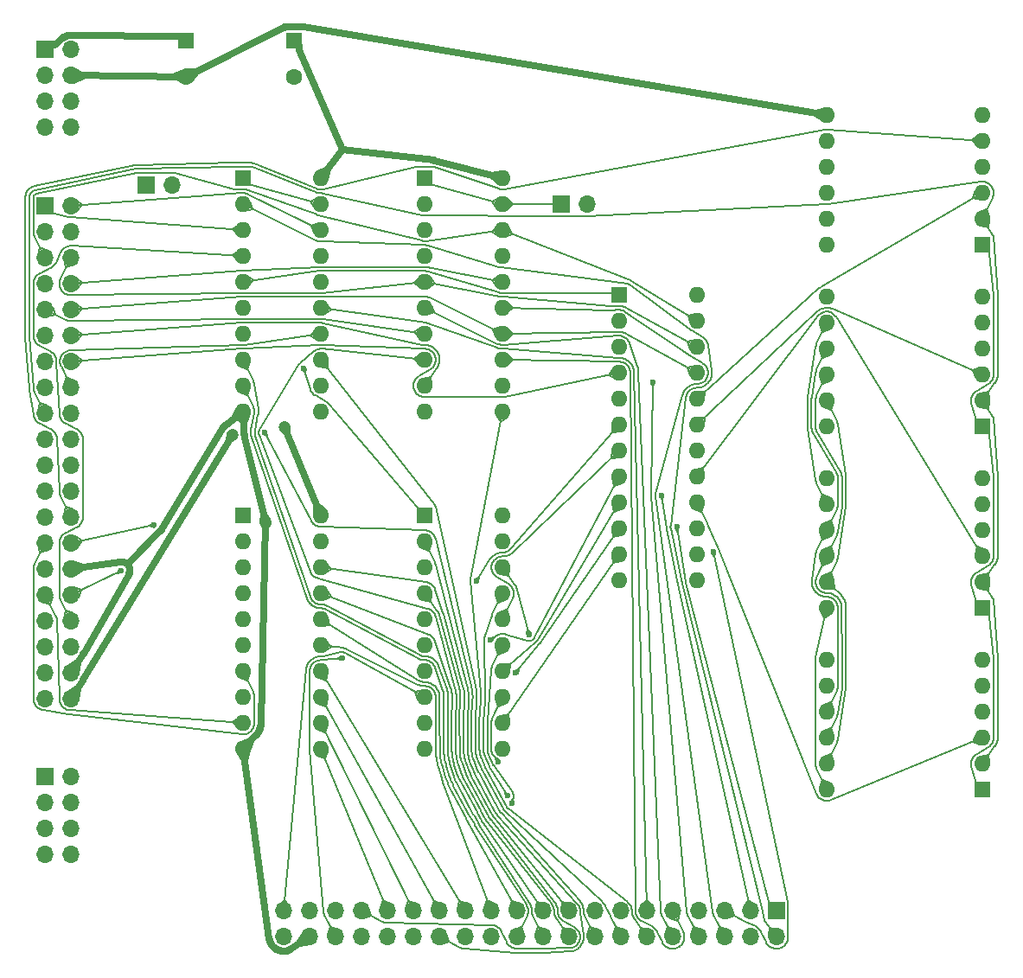
<source format=gbr>
%TF.GenerationSoftware,KiCad,Pcbnew,(5.1.9)-1*%
%TF.CreationDate,2021-06-06T15:03:32-04:00*%
%TF.ProjectId,main,6d61696e-2e6b-4696-9361-645f70636258,rev?*%
%TF.SameCoordinates,Original*%
%TF.FileFunction,Copper,L1,Top*%
%TF.FilePolarity,Positive*%
%FSLAX46Y46*%
G04 Gerber Fmt 4.6, Leading zero omitted, Abs format (unit mm)*
G04 Created by KiCad (PCBNEW (5.1.9)-1) date 2021-06-06 15:03:32*
%MOMM*%
%LPD*%
G01*
G04 APERTURE LIST*
%TA.AperFunction,ComponentPad*%
%ADD10O,1.700000X1.700000*%
%TD*%
%TA.AperFunction,ComponentPad*%
%ADD11R,1.700000X1.700000*%
%TD*%
%TA.AperFunction,ComponentPad*%
%ADD12R,1.600000X1.600000*%
%TD*%
%TA.AperFunction,ComponentPad*%
%ADD13O,1.600000X1.600000*%
%TD*%
%TA.AperFunction,ComponentPad*%
%ADD14C,1.600000*%
%TD*%
%TA.AperFunction,ViaPad*%
%ADD15C,1.200000*%
%TD*%
%TA.AperFunction,ViaPad*%
%ADD16C,0.600000*%
%TD*%
%TA.AperFunction,Conductor*%
%ADD17C,0.700000*%
%TD*%
%TA.AperFunction,Conductor*%
%ADD18C,0.200000*%
%TD*%
G04 APERTURE END LIST*
D10*
%TO.P,JP2,2*%
%TO.N,GND*%
X34925000Y-43815000D03*
D11*
%TO.P,JP2,1*%
%TO.N,~F_EXMEM~*%
X32385000Y-43815000D03*
%TD*%
D10*
%TO.P,JP1,2*%
%TO.N,GND*%
X75565000Y-45720000D03*
D11*
%TO.P,JP1,1*%
%TO.N,~ISOLATE~*%
X73025000Y-45720000D03*
%TD*%
D12*
%TO.P,U9,1*%
%TO.N,F_D5*%
X114300000Y-103030000D03*
D13*
%TO.P,U9,2*%
%TO.N,F_D4*%
X114300000Y-100490000D03*
%TO.P,U9,3*%
%TO.N,S1*%
X114300000Y-97950000D03*
%TO.P,U9,4*%
%TO.N,F_A1*%
X114300000Y-95410000D03*
%TO.P,U9,5*%
%TO.N,F_A0*%
X114300000Y-92870000D03*
%TO.P,U9,6*%
%TO.N,+5V*%
X114300000Y-90330000D03*
%TO.P,U9,7*%
%TO.N,GND*%
X99060000Y-90330000D03*
%TO.P,U9,8*%
%TO.N,F_D0*%
X99060000Y-92870000D03*
%TO.P,U9,9*%
%TO.N,F_D1*%
X99060000Y-95410000D03*
%TO.P,U9,10*%
%TO.N,F_D2*%
X99060000Y-97950000D03*
%TO.P,U9,11*%
%TO.N,F_D3*%
X99060000Y-100490000D03*
%TO.P,U9,12*%
%TO.N,F_D6*%
X99060000Y-103030000D03*
%TD*%
D12*
%TO.P,U8,1*%
%TO.N,F_D5*%
X114300000Y-85250000D03*
D13*
%TO.P,U8,2*%
%TO.N,F_D4*%
X114300000Y-82710000D03*
%TO.P,U8,3*%
%TO.N,S3*%
X114300000Y-80170000D03*
%TO.P,U8,4*%
%TO.N,F_A1*%
X114300000Y-77630000D03*
%TO.P,U8,5*%
%TO.N,F_A0*%
X114300000Y-75090000D03*
%TO.P,U8,6*%
%TO.N,+5V*%
X114300000Y-72550000D03*
%TO.P,U8,7*%
%TO.N,GND*%
X99060000Y-72550000D03*
%TO.P,U8,8*%
%TO.N,F_D0*%
X99060000Y-75090000D03*
%TO.P,U8,9*%
%TO.N,F_D1*%
X99060000Y-77630000D03*
%TO.P,U8,10*%
%TO.N,F_D2*%
X99060000Y-80170000D03*
%TO.P,U8,11*%
%TO.N,F_D3*%
X99060000Y-82710000D03*
%TO.P,U8,12*%
%TO.N,F_D6*%
X99060000Y-85250000D03*
%TD*%
D12*
%TO.P,U7,1*%
%TO.N,F_D5*%
X114300000Y-67470000D03*
D13*
%TO.P,U7,2*%
%TO.N,F_D4*%
X114300000Y-64930000D03*
%TO.P,U7,3*%
%TO.N,S4*%
X114300000Y-62390000D03*
%TO.P,U7,4*%
%TO.N,F_A1*%
X114300000Y-59850000D03*
%TO.P,U7,5*%
%TO.N,F_A0*%
X114300000Y-57310000D03*
%TO.P,U7,6*%
%TO.N,+5V*%
X114300000Y-54770000D03*
%TO.P,U7,7*%
%TO.N,GND*%
X99060000Y-54770000D03*
%TO.P,U7,8*%
%TO.N,F_D0*%
X99060000Y-57310000D03*
%TO.P,U7,9*%
%TO.N,F_D1*%
X99060000Y-59850000D03*
%TO.P,U7,10*%
%TO.N,F_D2*%
X99060000Y-62390000D03*
%TO.P,U7,11*%
%TO.N,F_D3*%
X99060000Y-64930000D03*
%TO.P,U7,12*%
%TO.N,F_D6*%
X99060000Y-67470000D03*
%TD*%
D12*
%TO.P,U6,1*%
%TO.N,F_D5*%
X114300000Y-49690000D03*
D13*
%TO.P,U6,2*%
%TO.N,F_D4*%
X114300000Y-47150000D03*
%TO.P,U6,3*%
%TO.N,S2*%
X114300000Y-44610000D03*
%TO.P,U6,4*%
%TO.N,F_A1*%
X114300000Y-42070000D03*
%TO.P,U6,5*%
%TO.N,F_A0*%
X114300000Y-39530000D03*
%TO.P,U6,6*%
%TO.N,+5V*%
X114300000Y-36990000D03*
%TO.P,U6,7*%
%TO.N,GND*%
X99060000Y-36990000D03*
%TO.P,U6,8*%
%TO.N,F_D0*%
X99060000Y-39530000D03*
%TO.P,U6,9*%
%TO.N,F_D1*%
X99060000Y-42070000D03*
%TO.P,U6,10*%
%TO.N,F_D2*%
X99060000Y-44610000D03*
%TO.P,U6,11*%
%TO.N,F_D3*%
X99060000Y-47150000D03*
%TO.P,U6,12*%
%TO.N,F_D6*%
X99060000Y-49690000D03*
%TD*%
%TO.P,U3,24*%
%TO.N,+5V*%
X86360000Y-54610000D03*
%TO.P,U3,12*%
%TO.N,GND*%
X78740000Y-82550000D03*
%TO.P,U3,23*%
%TO.N,F_A13*%
X86360000Y-57150000D03*
%TO.P,U3,11*%
%TO.N,F_A2*%
X78740000Y-80010000D03*
%TO.P,U3,22*%
%TO.N,F_A12*%
X86360000Y-59690000D03*
%TO.P,U3,10*%
%TO.N,F_A6*%
X78740000Y-77470000D03*
%TO.P,U3,21*%
%TO.N,F_A11*%
X86360000Y-62230000D03*
%TO.P,U3,9*%
%TO.N,F_A5*%
X78740000Y-74930000D03*
%TO.P,U3,20*%
%TO.N,S2*%
X86360000Y-64770000D03*
%TO.P,U3,8*%
%TO.N,F_A7*%
X78740000Y-72390000D03*
%TO.P,U3,19*%
%TO.N,S4*%
X86360000Y-67310000D03*
%TO.P,U3,7*%
%TO.N,F_A3*%
X78740000Y-69850000D03*
%TO.P,U3,18*%
%TO.N,Net-(U1-Pad1)*%
X86360000Y-69850000D03*
%TO.P,U3,6*%
%TO.N,F_A4*%
X78740000Y-67310000D03*
%TO.P,U3,17*%
%TO.N,S3*%
X86360000Y-72390000D03*
%TO.P,U3,5*%
%TO.N,F_A15*%
X78740000Y-64770000D03*
%TO.P,U3,16*%
%TO.N,S1*%
X86360000Y-74930000D03*
%TO.P,U3,4*%
%TO.N,~F_WRITE~*%
X78740000Y-62230000D03*
%TO.P,U3,15*%
%TO.N,F_A10*%
X86360000Y-77470000D03*
%TO.P,U3,3*%
%TO.N,~F_IN~*%
X78740000Y-59690000D03*
%TO.P,U3,14*%
%TO.N,F_A9*%
X86360000Y-80010000D03*
%TO.P,U3,2*%
%TO.N,~F_READ~*%
X78740000Y-57150000D03*
%TO.P,U3,13*%
%TO.N,F_A8*%
X86360000Y-82550000D03*
D12*
%TO.P,U3,1*%
%TO.N,~F_OUT~*%
X78740000Y-54610000D03*
%TD*%
D13*
%TO.P,U5,20*%
%TO.N,+5V*%
X49530000Y-43180000D03*
%TO.P,U5,10*%
%TO.N,GND*%
X41910000Y-66040000D03*
%TO.P,U5,19*%
%TO.N,~ISOLATE~*%
X49530000Y-45720000D03*
%TO.P,U5,9*%
%TO.N,~INT~*%
X41910000Y-63500000D03*
%TO.P,U5,18*%
%TO.N,~F_MREQ~*%
X49530000Y-48260000D03*
%TO.P,U5,8*%
%TO.N,~IN~*%
X41910000Y-60960000D03*
%TO.P,U5,17*%
%TO.N,~SYSRES~*%
X49530000Y-50800000D03*
%TO.P,U5,7*%
%TO.N,~F_WRITE~*%
X41910000Y-58420000D03*
%TO.P,U5,16*%
%TO.N,~WAIT~*%
X49530000Y-53340000D03*
%TO.P,U5,6*%
%TO.N,~READ~*%
X41910000Y-55880000D03*
%TO.P,U5,15*%
%TO.N,~OUT~*%
X49530000Y-55880000D03*
%TO.P,U5,5*%
%TO.N,~F_OUT~*%
X41910000Y-53340000D03*
%TO.P,U5,14*%
%TO.N,~F_READ~*%
X49530000Y-58420000D03*
%TO.P,U5,4*%
%TO.N,~F_WAIT~*%
X41910000Y-50800000D03*
%TO.P,U5,13*%
%TO.N,~WRITE~*%
X49530000Y-60960000D03*
%TO.P,U5,3*%
%TO.N,~F_SYSRES~*%
X41910000Y-48260000D03*
%TO.P,U5,12*%
%TO.N,~F_IN~*%
X49530000Y-63500000D03*
%TO.P,U5,2*%
%TO.N,~MREQ~*%
X41910000Y-45720000D03*
%TO.P,U5,11*%
%TO.N,~F_INT~*%
X49530000Y-66040000D03*
D12*
%TO.P,U5,1*%
%TO.N,~ISOLATE~*%
X41910000Y-43180000D03*
%TD*%
D13*
%TO.P,U4,20*%
%TO.N,+5V*%
X67310000Y-43180000D03*
%TO.P,U4,10*%
%TO.N,GND*%
X59690000Y-66040000D03*
%TO.P,U4,19*%
%TO.N,~ISOLATE~*%
X67310000Y-45720000D03*
%TO.P,U4,9*%
%TO.N,F_A8*%
X59690000Y-63500000D03*
%TO.P,U4,18*%
%TO.N,F_A13*%
X67310000Y-48260000D03*
%TO.P,U4,8*%
%TO.N,A9*%
X59690000Y-60960000D03*
%TO.P,U4,17*%
%TO.N,A10*%
X67310000Y-50800000D03*
%TO.P,U4,7*%
%TO.N,F_A14*%
X59690000Y-58420000D03*
%TO.P,U4,16*%
%TO.N,F_A15*%
X67310000Y-53340000D03*
%TO.P,U4,6*%
%TO.N,A11*%
X59690000Y-55880000D03*
%TO.P,U4,15*%
%TO.N,A12*%
X67310000Y-55880000D03*
%TO.P,U4,5*%
%TO.N,F_A12*%
X59690000Y-53340000D03*
%TO.P,U4,14*%
%TO.N,F_A11*%
X67310000Y-58420000D03*
%TO.P,U4,4*%
%TO.N,A15*%
X59690000Y-50800000D03*
%TO.P,U4,13*%
%TO.N,A14*%
X67310000Y-60960000D03*
%TO.P,U4,3*%
%TO.N,F_A10*%
X59690000Y-48260000D03*
%TO.P,U4,12*%
%TO.N,F_A9*%
X67310000Y-63500000D03*
%TO.P,U4,2*%
%TO.N,A13*%
X59690000Y-45720000D03*
%TO.P,U4,11*%
%TO.N,A8*%
X67310000Y-66040000D03*
D12*
%TO.P,U4,1*%
%TO.N,~ISOLATE~*%
X59690000Y-43180000D03*
%TD*%
D13*
%TO.P,U2,20*%
%TO.N,+5V*%
X67310000Y-76200000D03*
%TO.P,U2,10*%
%TO.N,GND*%
X59690000Y-99060000D03*
%TO.P,U2,19*%
%TO.N,~ISOLATE~*%
X67310000Y-78740000D03*
%TO.P,U2,9*%
%TO.N,F_A6*%
X59690000Y-96520000D03*
%TO.P,U2,18*%
%TO.N,F_A1*%
X67310000Y-81280000D03*
%TO.P,U2,8*%
%TO.N,A2*%
X59690000Y-93980000D03*
%TO.P,U2,17*%
%TO.N,A0*%
X67310000Y-83820000D03*
%TO.P,U2,7*%
%TO.N,F_A7*%
X59690000Y-91440000D03*
%TO.P,U2,16*%
%TO.N,F_A3*%
X67310000Y-86360000D03*
%TO.P,U2,6*%
%TO.N,A5*%
X59690000Y-88900000D03*
%TO.P,U2,15*%
%TO.N,A4*%
X67310000Y-88900000D03*
%TO.P,U2,5*%
%TO.N,F_A4*%
X59690000Y-86360000D03*
%TO.P,U2,14*%
%TO.N,F_A5*%
X67310000Y-91440000D03*
%TO.P,U2,4*%
%TO.N,A3*%
X59690000Y-83820000D03*
%TO.P,U2,13*%
%TO.N,A7*%
X67310000Y-93980000D03*
%TO.P,U2,3*%
%TO.N,F_A0*%
X59690000Y-81280000D03*
%TO.P,U2,12*%
%TO.N,F_A2*%
X67310000Y-96520000D03*
%TO.P,U2,2*%
%TO.N,A1*%
X59690000Y-78740000D03*
%TO.P,U2,11*%
%TO.N,A6*%
X67310000Y-99060000D03*
D12*
%TO.P,U2,1*%
%TO.N,~ISOLATE~*%
X59690000Y-76200000D03*
%TD*%
D13*
%TO.P,U1,20*%
%TO.N,+5V*%
X49530000Y-76200000D03*
%TO.P,U1,10*%
%TO.N,GND*%
X41910000Y-99060000D03*
%TO.P,U1,19*%
%TO.N,~ISOLATE~*%
X49530000Y-78740000D03*
%TO.P,U1,9*%
%TO.N,F_D2*%
X41910000Y-96520000D03*
%TO.P,U1,18*%
%TO.N,D4*%
X49530000Y-81280000D03*
%TO.P,U1,8*%
%TO.N,F_D0*%
X41910000Y-93980000D03*
%TO.P,U1,17*%
%TO.N,D7*%
X49530000Y-83820000D03*
%TO.P,U1,7*%
%TO.N,F_D5*%
X41910000Y-91440000D03*
%TO.P,U1,16*%
%TO.N,D1*%
X49530000Y-86360000D03*
%TO.P,U1,6*%
%TO.N,F_D3*%
X41910000Y-88900000D03*
%TO.P,U1,15*%
%TO.N,D6*%
X49530000Y-88900000D03*
%TO.P,U1,5*%
%TO.N,F_D6*%
X41910000Y-86360000D03*
%TO.P,U1,14*%
%TO.N,D3*%
X49530000Y-91440000D03*
%TO.P,U1,4*%
%TO.N,F_D1*%
X41910000Y-83820000D03*
%TO.P,U1,13*%
%TO.N,D5*%
X49530000Y-93980000D03*
%TO.P,U1,3*%
%TO.N,F_D7*%
X41910000Y-81280000D03*
%TO.P,U1,12*%
%TO.N,D0*%
X49530000Y-96520000D03*
%TO.P,U1,2*%
%TO.N,F_D4*%
X41910000Y-78740000D03*
%TO.P,U1,11*%
%TO.N,D2*%
X49530000Y-99060000D03*
D12*
%TO.P,U1,1*%
%TO.N,Net-(U1-Pad1)*%
X41910000Y-76200000D03*
%TD*%
D14*
%TO.P,C3,2*%
%TO.N,GND*%
X36360000Y-33230000D03*
D12*
%TO.P,C3,1*%
%TO.N,+5V*%
X36360000Y-29730000D03*
%TD*%
D14*
%TO.P,C8,2*%
%TO.N,GND*%
X46930000Y-33230000D03*
D12*
%TO.P,C8,1*%
%TO.N,+5V*%
X46930000Y-29730000D03*
%TD*%
D11*
%TO.P,J2,1*%
%TO.N,+5V*%
X22540000Y-30600000D03*
D10*
%TO.P,J2,2*%
%TO.N,GND*%
X25080000Y-30600000D03*
%TO.P,J2,3*%
%TO.N,+5V*%
X22540000Y-33140000D03*
%TO.P,J2,4*%
%TO.N,GND*%
X25080000Y-33140000D03*
%TO.P,J2,5*%
%TO.N,N/C*%
X22540000Y-35680000D03*
%TO.P,J2,6*%
%TO.N,GND*%
X25080000Y-35680000D03*
%TO.P,J2,7*%
%TO.N,N/C*%
X22540000Y-38220000D03*
%TO.P,J2,8*%
%TO.N,GND*%
X25080000Y-38220000D03*
%TD*%
%TO.P,J1,8*%
%TO.N,N/C*%
X25080000Y-109400000D03*
%TO.P,J1,7*%
X22540000Y-109400000D03*
%TO.P,J1,6*%
X25080000Y-106860000D03*
%TO.P,J1,5*%
X22540000Y-106860000D03*
%TO.P,J1,4*%
X25080000Y-104320000D03*
%TO.P,J1,3*%
X22540000Y-104320000D03*
%TO.P,J1,2*%
X25080000Y-101780000D03*
D11*
%TO.P,J1,1*%
X22540000Y-101780000D03*
%TD*%
D10*
%TO.P,J4,40*%
%TO.N,N/C*%
X45870000Y-117460000D03*
%TO.P,J4,39*%
%TO.N,A2*%
X45870000Y-114920000D03*
%TO.P,J4,38*%
%TO.N,GND*%
X48410000Y-117460000D03*
%TO.P,J4,37*%
%TO.N,A6*%
X48410000Y-114920000D03*
%TO.P,J4,36*%
%TO.N,A5*%
X50950000Y-117460000D03*
%TO.P,J4,35*%
%TO.N,A7*%
X50950000Y-114920000D03*
%TO.P,J4,34*%
%TO.N,~WAIT~*%
X53490000Y-117460000D03*
%TO.P,J4,33*%
%TO.N,A3*%
X53490000Y-114920000D03*
%TO.P,J4,32*%
%TO.N,A4*%
X56030000Y-117460000D03*
%TO.P,J4,31*%
%TO.N,D2*%
X56030000Y-114920000D03*
%TO.P,J4,30*%
%TO.N,GND*%
X58570000Y-117460000D03*
%TO.P,J4,29*%
%TO.N,D0*%
X58570000Y-114920000D03*
%TO.P,J4,28*%
%TO.N,A1*%
X61110000Y-117460000D03*
%TO.P,J4,27*%
%TO.N,D5*%
X61110000Y-114920000D03*
%TO.P,J4,26*%
%TO.N,A0*%
X63650000Y-117460000D03*
%TO.P,J4,25*%
%TO.N,D3*%
X63650000Y-114920000D03*
%TO.P,J4,24*%
%TO.N,N/C*%
X66190000Y-117460000D03*
%TO.P,J4,23*%
%TO.N,D6*%
X66190000Y-114920000D03*
%TO.P,J4,22*%
%TO.N,~INT~*%
X68730000Y-117460000D03*
%TO.P,J4,21*%
%TO.N,D1*%
X68730000Y-114920000D03*
%TO.P,J4,20*%
%TO.N,~IN~*%
X71270000Y-117460000D03*
%TO.P,J4,19*%
%TO.N,D7*%
X71270000Y-114920000D03*
%TO.P,J4,18*%
%TO.N,A9*%
X73810000Y-117460000D03*
%TO.P,J4,17*%
%TO.N,D4*%
X73810000Y-114920000D03*
%TO.P,J4,16*%
%TO.N,~READ~*%
X76350000Y-117460000D03*
%TO.P,J4,15*%
%TO.N,N/C*%
X76350000Y-114920000D03*
%TO.P,J4,14*%
%TO.N,~WRITE~*%
X78890000Y-117460000D03*
%TO.P,J4,13*%
%TO.N,~F_INTAK~*%
X78890000Y-114920000D03*
%TO.P,J4,12*%
%TO.N,A8*%
X81430000Y-117460000D03*
%TO.P,J4,11*%
%TO.N,~OUT~*%
X81430000Y-114920000D03*
%TO.P,J4,10*%
%TO.N,A11*%
X83970000Y-117460000D03*
%TO.P,J4,9*%
%TO.N,A14*%
X83970000Y-114920000D03*
%TO.P,J4,8*%
%TO.N,A15*%
X86510000Y-117460000D03*
%TO.P,J4,7*%
%TO.N,GND*%
X86510000Y-114920000D03*
%TO.P,J4,6*%
%TO.N,A12*%
X89050000Y-117460000D03*
%TO.P,J4,5*%
%TO.N,A13*%
X89050000Y-114920000D03*
%TO.P,J4,4*%
%TO.N,N/C*%
X91590000Y-117460000D03*
%TO.P,J4,3*%
%TO.N,A10*%
X91590000Y-114920000D03*
%TO.P,J4,2*%
%TO.N,~MREQ~*%
X94130000Y-117460000D03*
D11*
%TO.P,J4,1*%
%TO.N,~SYSRES~*%
X94130000Y-114920000D03*
%TD*%
D10*
%TO.P,J3,40*%
%TO.N,+5V*%
X25080000Y-94130000D03*
%TO.P,J3,39*%
%TO.N,F_A2*%
X22540000Y-94130000D03*
%TO.P,J3,38*%
%TO.N,GND*%
X25080000Y-91590000D03*
%TO.P,J3,37*%
%TO.N,F_A6*%
X22540000Y-91590000D03*
%TO.P,J3,36*%
%TO.N,F_A5*%
X25080000Y-89050000D03*
%TO.P,J3,35*%
%TO.N,F_A7*%
X22540000Y-89050000D03*
%TO.P,J3,34*%
%TO.N,~F_WAIT~*%
X25080000Y-86510000D03*
%TO.P,J3,33*%
%TO.N,F_A3*%
X22540000Y-86510000D03*
%TO.P,J3,32*%
%TO.N,F_A4*%
X25080000Y-83970000D03*
%TO.P,J3,31*%
%TO.N,F_D2*%
X22540000Y-83970000D03*
%TO.P,J3,30*%
%TO.N,GND*%
X25080000Y-81430000D03*
%TO.P,J3,29*%
%TO.N,F_D0*%
X22540000Y-81430000D03*
%TO.P,J3,28*%
%TO.N,F_A1*%
X25080000Y-78890000D03*
%TO.P,J3,27*%
%TO.N,F_D5*%
X22540000Y-78890000D03*
%TO.P,J3,26*%
%TO.N,F_A0*%
X25080000Y-76350000D03*
%TO.P,J3,25*%
%TO.N,F_D3*%
X22540000Y-76350000D03*
%TO.P,J3,24*%
%TO.N,N/C*%
X25080000Y-73810000D03*
%TO.P,J3,23*%
%TO.N,F_D6*%
X22540000Y-73810000D03*
%TO.P,J3,22*%
%TO.N,~F_INT~*%
X25080000Y-71270000D03*
%TO.P,J3,21*%
%TO.N,F_D1*%
X22540000Y-71270000D03*
%TO.P,J3,20*%
%TO.N,~F_IN~*%
X25080000Y-68730000D03*
%TO.P,J3,19*%
%TO.N,F_D7*%
X22540000Y-68730000D03*
%TO.P,J3,18*%
%TO.N,F_A9*%
X25080000Y-66190000D03*
%TO.P,J3,17*%
%TO.N,F_D4*%
X22540000Y-66190000D03*
%TO.P,J3,16*%
%TO.N,~F_READ~*%
X25080000Y-63650000D03*
%TO.P,J3,15*%
%TO.N,N/C*%
X22540000Y-63650000D03*
%TO.P,J3,14*%
%TO.N,~F_WRITE~*%
X25080000Y-61110000D03*
%TO.P,J3,13*%
%TO.N,~F_INTAK~*%
X22540000Y-61110000D03*
%TO.P,J3,12*%
%TO.N,F_A8*%
X25080000Y-58570000D03*
%TO.P,J3,11*%
%TO.N,~F_OUT~*%
X22540000Y-58570000D03*
%TO.P,J3,10*%
%TO.N,F_A11*%
X25080000Y-56030000D03*
%TO.P,J3,9*%
%TO.N,F_A14*%
X22540000Y-56030000D03*
%TO.P,J3,8*%
%TO.N,F_A15*%
X25080000Y-53490000D03*
%TO.P,J3,7*%
%TO.N,GND*%
X22540000Y-53490000D03*
%TO.P,J3,6*%
%TO.N,F_A12*%
X25080000Y-50950000D03*
%TO.P,J3,5*%
%TO.N,F_A13*%
X22540000Y-50950000D03*
%TO.P,J3,4*%
%TO.N,~F_EXMEM~*%
X25080000Y-48410000D03*
%TO.P,J3,3*%
%TO.N,F_A10*%
X22540000Y-48410000D03*
%TO.P,J3,2*%
%TO.N,~F_MREQ~*%
X25080000Y-45870000D03*
D11*
%TO.P,J3,1*%
%TO.N,~F_SYSRES~*%
X22540000Y-45870000D03*
%TD*%
D15*
%TO.N,+5V*%
X40877600Y-68299400D03*
X45978700Y-67540400D03*
%TO.N,GND*%
X44112800Y-76806800D03*
D16*
%TO.N,F_A6*%
X68597300Y-91621500D03*
%TO.N,F_A7*%
X66119500Y-88377900D03*
%TO.N,F_A4*%
X64762500Y-82595800D03*
X29961500Y-81621100D03*
%TO.N,F_A1*%
X33196500Y-77142300D03*
X69908800Y-87866000D03*
%TO.N,A5*%
X51620500Y-90181000D03*
%TO.N,A7*%
X66922800Y-100312100D03*
%TO.N,A4*%
X68230000Y-104417200D03*
%TO.N,A0*%
X67812000Y-103667300D03*
%TO.N,~READ~*%
X44030900Y-68092600D03*
%TO.N,A15*%
X82040100Y-63137300D03*
%TO.N,A13*%
X87930800Y-79758800D03*
%TO.N,A10*%
X82889800Y-74221100D03*
%TO.N,~SYSRES~*%
X84370000Y-77322700D03*
%TO.N,~ISOLATE~*%
X47847300Y-61776100D03*
%TD*%
D17*
%TO.N,+5V*%
X50174600Y-42313400D02*
X49313700Y-42785300D01*
X50174600Y-42313400D02*
X49970100Y-43273700D01*
X66265100Y-42906900D02*
X67025200Y-43528400D01*
X66265100Y-42906900D02*
X67232000Y-42736800D01*
X49120200Y-75200800D02*
X49080400Y-76181700D01*
X49120200Y-75200800D02*
X49837400Y-75871300D01*
X46206400Y-68095500D02*
X46228500Y-67550600D01*
X46206400Y-68095500D02*
X45807900Y-67723000D01*
X25741700Y-93128900D02*
X24815700Y-93705600D01*
X25741700Y-93128900D02*
X25574100Y-94206800D01*
X40565900Y-68812100D02*
X41017700Y-68506500D01*
X40565900Y-68812100D02*
X40629300Y-68270300D01*
X22540000Y-30600000D02*
X23040000Y-30100000D01*
X23040000Y-30100000D02*
X23390000Y-30100000D01*
X23390000Y-30100000D02*
X23407890Y-30099540D01*
X23407890Y-30099540D02*
X23425730Y-30098170D01*
X23425730Y-30098170D02*
X23443480Y-30095890D01*
X23443480Y-30095890D02*
X23461090Y-30092700D01*
X23461090Y-30092700D02*
X23478510Y-30088620D01*
X23478510Y-30088620D02*
X23495700Y-30083660D01*
X23495700Y-30083660D02*
X23512620Y-30077820D01*
X23512620Y-30077820D02*
X23529210Y-30071120D01*
X23529210Y-30071120D02*
X23545440Y-30063590D01*
X23545440Y-30063590D02*
X23561260Y-30055230D01*
X23561260Y-30055230D02*
X23576640Y-30046080D01*
X23576640Y-30046080D02*
X23591530Y-30036160D01*
X23591530Y-30036160D02*
X23605890Y-30025480D01*
X23605890Y-30025480D02*
X23619690Y-30014090D01*
X23619700Y-30014100D02*
X24160800Y-29543400D01*
X25090800Y-29199500D02*
X25018420Y-29200810D01*
X25018420Y-29200810D02*
X24946210Y-29205860D01*
X24946210Y-29205860D02*
X24874360Y-29214640D01*
X24874360Y-29214640D02*
X24803050Y-29227110D01*
X24803050Y-29227110D02*
X24732490Y-29243260D01*
X24732490Y-29243260D02*
X24662850Y-29263020D01*
X24662850Y-29263020D02*
X24594330Y-29286360D01*
X24594330Y-29286360D02*
X24527100Y-29313210D01*
X24527100Y-29313210D02*
X24461360Y-29343500D01*
X24461360Y-29343500D02*
X24397260Y-29377140D01*
X24397260Y-29377140D02*
X24334990Y-29414050D01*
X24334990Y-29414050D02*
X24274710Y-29454130D01*
X24274710Y-29454130D02*
X24216580Y-29497270D01*
X24216580Y-29497270D02*
X24160760Y-29543350D01*
X25090800Y-29199500D02*
X35557300Y-29280000D01*
X35557300Y-29280000D02*
X35560000Y-29280000D01*
X35560000Y-29280000D02*
X35910000Y-29280000D01*
X35910000Y-29280000D02*
X36360000Y-29730000D01*
X49530000Y-43180000D02*
X51606300Y-40388500D01*
X67310000Y-43180000D02*
X60730300Y-41460400D01*
X60730300Y-41460400D02*
X60708840Y-41455060D01*
X60708840Y-41455060D02*
X60687260Y-41450220D01*
X60687260Y-41450220D02*
X60665580Y-41445880D01*
X60665580Y-41445880D02*
X60643800Y-41442050D01*
X60643800Y-41442050D02*
X60621930Y-41438720D01*
X60621930Y-41438720D02*
X60600000Y-41435910D01*
X60600000Y-41435900D02*
X51606300Y-40388500D01*
X49530000Y-76200000D02*
X45978700Y-67540400D01*
X46930000Y-29730000D02*
X47380000Y-30180000D01*
X47380000Y-30180000D02*
X47380000Y-30530000D01*
X47380000Y-30530000D02*
X47380290Y-30544270D01*
X47380290Y-30544270D02*
X47381160Y-30558510D01*
X47381160Y-30558510D02*
X47382620Y-30572710D01*
X47382620Y-30572710D02*
X47384650Y-30586840D01*
X47384650Y-30586840D02*
X47387250Y-30600870D01*
X47387250Y-30600870D02*
X47390420Y-30614780D01*
X47390420Y-30614780D02*
X47394160Y-30628560D01*
X47394160Y-30628560D02*
X47398460Y-30642160D01*
X47398460Y-30642160D02*
X47403310Y-30655590D01*
X47403310Y-30655590D02*
X47408700Y-30668800D01*
X47408700Y-30668800D02*
X51606300Y-40388500D01*
X25080000Y-94130000D02*
X26248400Y-92362200D01*
X26248400Y-92362200D02*
X26255640Y-92351130D01*
X26255640Y-92351130D02*
X26262780Y-92339990D01*
X26262780Y-92339990D02*
X26269810Y-92328790D01*
X26269810Y-92328790D02*
X26276730Y-92317520D01*
X26276700Y-92317500D02*
X40877600Y-68299400D01*
D18*
%TO.N,F_A2*%
X67902000Y-95664900D02*
X67152500Y-95837900D01*
X67902000Y-95664900D02*
X68003900Y-96427300D01*
X78148000Y-80865100D02*
X78897500Y-80692100D01*
X78148000Y-80865100D02*
X78046100Y-80102700D01*
X67310000Y-96520000D02*
X78740000Y-80010000D01*
D17*
%TO.N,GND*%
X26280000Y-33149600D02*
X25291900Y-32687200D01*
X26280000Y-33149600D02*
X25284700Y-33596200D01*
X35280000Y-33221400D02*
X36169200Y-33637600D01*
X35280000Y-33221400D02*
X36175800Y-32819400D01*
X42058000Y-100129800D02*
X42340900Y-99189600D01*
X42058000Y-100129800D02*
X41530500Y-99301800D01*
X47408900Y-118121700D02*
X48486800Y-117954100D01*
X47408900Y-118121700D02*
X47985600Y-117195700D01*
X41967000Y-67118500D02*
X42328400Y-66205600D01*
X41967000Y-67118500D02*
X41511400Y-66248800D01*
X43969000Y-76224300D02*
X43867200Y-76760200D01*
X43969000Y-76224300D02*
X44308400Y-76651200D01*
X25741700Y-90588900D02*
X24815700Y-91165600D01*
X25741700Y-90588900D02*
X25574100Y-91666800D01*
X97994900Y-36811200D02*
X98807400Y-37362400D01*
X97994900Y-36811200D02*
X98942800Y-36555600D01*
X37324700Y-32744500D02*
X36343600Y-32780300D01*
X37324700Y-32744500D02*
X36711400Y-33511100D01*
X41057200Y-66702700D02*
X42012900Y-66478100D01*
X41057200Y-66702700D02*
X41510900Y-65832100D01*
X42654300Y-98277400D02*
X41742800Y-98642200D01*
X42654300Y-98277400D02*
X42335600Y-99206000D01*
X44099000Y-77406600D02*
X44337600Y-76916100D01*
X44099000Y-77406600D02*
X43883200Y-76905700D01*
X26268900Y-81267500D02*
X25224800Y-80951500D01*
X26268900Y-81267500D02*
X25348000Y-81852100D01*
X25080000Y-33140000D02*
X36360000Y-33230000D01*
X41910000Y-99060000D02*
X44482700Y-117652000D01*
X44482700Y-117652000D02*
X44496530Y-117733920D01*
X44496530Y-117733920D02*
X44515190Y-117814890D01*
X44515190Y-117814890D02*
X44538610Y-117894600D01*
X44538610Y-117894600D02*
X44566730Y-117972780D01*
X44566730Y-117972780D02*
X44599430Y-118049160D01*
X44599430Y-118049160D02*
X44636600Y-118123460D01*
X44636600Y-118123460D02*
X44678110Y-118195430D01*
X44678110Y-118195430D02*
X44723810Y-118264810D01*
X44723810Y-118264810D02*
X44773550Y-118331360D01*
X44773550Y-118331360D02*
X44827150Y-118394840D01*
X44827150Y-118394840D02*
X44884420Y-118455040D01*
X44884420Y-118455040D02*
X44945160Y-118511730D01*
X44945160Y-118511730D02*
X45009150Y-118564720D01*
X45009150Y-118564720D02*
X45076170Y-118613820D01*
X45076170Y-118613820D02*
X45145980Y-118658860D01*
X45145980Y-118658860D02*
X45218350Y-118699680D01*
X45218350Y-118699680D02*
X45293000Y-118736140D01*
X45293000Y-118736140D02*
X45369690Y-118768110D01*
X45369690Y-118768110D02*
X45448130Y-118795480D01*
X45448130Y-118795480D02*
X45528070Y-118818140D01*
X45528070Y-118818140D02*
X45609200Y-118836030D01*
X45609200Y-118836030D02*
X45691250Y-118849070D01*
X45691250Y-118849070D02*
X45773940Y-118857220D01*
X45773940Y-118857220D02*
X45856960Y-118860460D01*
X45856960Y-118860460D02*
X45940020Y-118858770D01*
X45940020Y-118858770D02*
X46022840Y-118852160D01*
X46022840Y-118852160D02*
X46105120Y-118840650D01*
X46105120Y-118840650D02*
X46186580Y-118824270D01*
X46186580Y-118824270D02*
X46266920Y-118803100D01*
X46266920Y-118803100D02*
X46345860Y-118777200D01*
X46345860Y-118777200D02*
X46423130Y-118746670D01*
X46423130Y-118746670D02*
X46498450Y-118711600D01*
X46498450Y-118711600D02*
X46571560Y-118672140D01*
X46571560Y-118672140D02*
X46642200Y-118628400D01*
X46642200Y-118628400D02*
X48410000Y-117460000D01*
X41910000Y-66040000D02*
X42024100Y-68198700D01*
X42024100Y-68198700D02*
X42028450Y-68261950D01*
X42028450Y-68261950D02*
X42034780Y-68325020D01*
X42034780Y-68325020D02*
X42043110Y-68387870D01*
X42043110Y-68387870D02*
X42053410Y-68450420D01*
X42053410Y-68450420D02*
X42065680Y-68512620D01*
X42065680Y-68512620D02*
X42079910Y-68574400D01*
X42079900Y-68574400D02*
X44112800Y-76806800D01*
X25080000Y-91590000D02*
X26248400Y-89822200D01*
X26248400Y-89822200D02*
X26260710Y-89803240D01*
X26260710Y-89803240D02*
X26272720Y-89784080D01*
X26272720Y-89784080D02*
X26284410Y-89764730D01*
X26284410Y-89764730D02*
X26295790Y-89745200D01*
X26295800Y-89745200D02*
X30699800Y-82043300D01*
X30699800Y-82043300D02*
X30720010Y-82005810D01*
X30720010Y-82005810D02*
X30738320Y-81967350D01*
X30738320Y-81967350D02*
X30754680Y-81928020D01*
X30754680Y-81928020D02*
X30769050Y-81887930D01*
X30769050Y-81887930D02*
X30781400Y-81847160D01*
X30781400Y-81847160D02*
X30791690Y-81805830D01*
X30791690Y-81805830D02*
X30799900Y-81764030D01*
X30799900Y-81764030D02*
X30806000Y-81721880D01*
X30806000Y-81721880D02*
X30809990Y-81679470D01*
X30809990Y-81679470D02*
X30811850Y-81636920D01*
X30811850Y-81636920D02*
X30811570Y-81594330D01*
X30811570Y-81594330D02*
X30809170Y-81551800D01*
X30809170Y-81551800D02*
X30804630Y-81509450D01*
X30804630Y-81509450D02*
X30797990Y-81467380D01*
X30797990Y-81467380D02*
X30789240Y-81425690D01*
X30789240Y-81425690D02*
X30778420Y-81384490D01*
X30778400Y-81384500D02*
X30644800Y-80923100D01*
X99060000Y-36990000D02*
X47821200Y-28387100D01*
X47821200Y-28387100D02*
X47806110Y-28384780D01*
X47806110Y-28384780D02*
X47790960Y-28382880D01*
X47790960Y-28382880D02*
X47775760Y-28381400D01*
X47775760Y-28381400D02*
X47760530Y-28380340D01*
X47760530Y-28380340D02*
X47745270Y-28379700D01*
X47745270Y-28379700D02*
X47730000Y-28379490D01*
X47730000Y-28379500D02*
X46130000Y-28379500D01*
X46130000Y-28379500D02*
X46104350Y-28380100D01*
X46104350Y-28380100D02*
X46078760Y-28381890D01*
X46078760Y-28381890D02*
X46053280Y-28384870D01*
X46053280Y-28384870D02*
X46027960Y-28389040D01*
X46027960Y-28389040D02*
X46002870Y-28394380D01*
X46002870Y-28394380D02*
X45978050Y-28400890D01*
X45978050Y-28400890D02*
X45953560Y-28408540D01*
X45953560Y-28408540D02*
X45929460Y-28417330D01*
X45929460Y-28417330D02*
X45905790Y-28427230D01*
X45905790Y-28427230D02*
X45882610Y-28438220D01*
X45882600Y-28438200D02*
X36360000Y-33230000D01*
X30644800Y-80923100D02*
X33800400Y-77741200D01*
X33800400Y-77741200D02*
X33820390Y-77720350D01*
X33820390Y-77720350D02*
X33839660Y-77698830D01*
X33839660Y-77698830D02*
X33858180Y-77676670D01*
X33858180Y-77676670D02*
X33875950Y-77653890D01*
X33875950Y-77653890D02*
X33892930Y-77630530D01*
X33892930Y-77630530D02*
X33909100Y-77606600D01*
X33909100Y-77606600D02*
X33924460Y-77582130D01*
X33924400Y-77582100D02*
X39892900Y-67704400D01*
X40171600Y-67391000D02*
X40135200Y-67420500D01*
X40135200Y-67420500D02*
X40100020Y-67451460D01*
X40100020Y-67451460D02*
X40066140Y-67483830D01*
X40066140Y-67483830D02*
X40033600Y-67517550D01*
X40033600Y-67517550D02*
X40002460Y-67552560D01*
X40002460Y-67552560D02*
X39972780Y-67588820D01*
X39972780Y-67588820D02*
X39944590Y-67626250D01*
X39944590Y-67626250D02*
X39917960Y-67664800D01*
X39917960Y-67664800D02*
X39892910Y-67704410D01*
X40171600Y-67391000D02*
X41910000Y-66040000D01*
X41910000Y-99060000D02*
X43178400Y-97726400D01*
X43178400Y-97726400D02*
X43236150Y-97662610D01*
X43236150Y-97662610D02*
X43290700Y-97596060D01*
X43290700Y-97596060D02*
X43341910Y-97526910D01*
X43341910Y-97526910D02*
X43389670Y-97455320D01*
X43389670Y-97455320D02*
X43433840Y-97381480D01*
X43433840Y-97381480D02*
X43474340Y-97305550D01*
X43474340Y-97305550D02*
X43511050Y-97227720D01*
X43511050Y-97227720D02*
X43543900Y-97148190D01*
X43543900Y-97148190D02*
X43572790Y-97067130D01*
X43572790Y-97067130D02*
X43597670Y-96984760D01*
X43597670Y-96984760D02*
X43618470Y-96901260D01*
X43618470Y-96901260D02*
X43635140Y-96816840D01*
X43635140Y-96816840D02*
X43647650Y-96731700D01*
X43647650Y-96731700D02*
X43655950Y-96646050D01*
X43655950Y-96646050D02*
X43660040Y-96560100D01*
X43660000Y-96560100D02*
X44112800Y-76806800D01*
X30644800Y-80923100D02*
X30180700Y-80799300D01*
X30180700Y-80799300D02*
X30144290Y-80790440D01*
X30144290Y-80790440D02*
X30107530Y-80783200D01*
X30107530Y-80783200D02*
X30070480Y-80777580D01*
X30070480Y-80777580D02*
X30033230Y-80773600D01*
X30033230Y-80773600D02*
X29995830Y-80771260D01*
X29995830Y-80771260D02*
X29958360Y-80770570D01*
X29958360Y-80770570D02*
X29920910Y-80771540D01*
X29920910Y-80771540D02*
X29883530Y-80774150D01*
X29883530Y-80774150D02*
X29846300Y-80778410D01*
X29846300Y-80778400D02*
X25080000Y-81430000D01*
D18*
%TO.N,F_A6*%
X68904900Y-91253000D02*
X68511100Y-91441000D01*
X68904900Y-91253000D02*
X68790300Y-91674000D01*
X78151600Y-78327500D02*
X78900300Y-78151400D01*
X78151600Y-78327500D02*
X78046500Y-77565600D01*
X68597300Y-91621500D02*
X70983500Y-88763200D01*
X70983500Y-88763200D02*
X71000220Y-88742780D01*
X71000220Y-88742780D02*
X71016550Y-88722060D01*
X71016550Y-88722060D02*
X71032490Y-88701020D01*
X71032490Y-88701020D02*
X71048030Y-88679690D01*
X71048030Y-88679690D02*
X71063170Y-88658080D01*
X71063200Y-88658100D02*
X78740000Y-77470000D01*
%TO.N,F_A5*%
X68096100Y-90759100D02*
X67327200Y-90740200D01*
X68096100Y-90759100D02*
X68005000Y-91522800D01*
X78209700Y-75824600D02*
X78945100Y-75599300D01*
X78209700Y-75824600D02*
X78054500Y-75071300D01*
X67310000Y-91440000D02*
X70563500Y-88621900D01*
X70563500Y-88621900D02*
X70593380Y-88594950D01*
X70593380Y-88594950D02*
X70622150Y-88566820D01*
X70622150Y-88566820D02*
X70649770Y-88537550D01*
X70649770Y-88537550D02*
X70676190Y-88507200D01*
X70676190Y-88507200D02*
X70701360Y-88475810D01*
X70701360Y-88475810D02*
X70725250Y-88443430D01*
X70725250Y-88443430D02*
X70747820Y-88410110D01*
X70747820Y-88410110D02*
X70769030Y-88375920D01*
X70769000Y-88375900D02*
X78740000Y-74930000D01*
%TO.N,F_A7*%
X66516900Y-88108600D02*
X66086500Y-88180600D01*
X66516900Y-88108600D02*
X66290500Y-88481600D01*
X78255300Y-73310100D02*
X78978400Y-73048100D01*
X78255300Y-73310100D02*
X78062400Y-72565500D01*
X66119500Y-88377900D02*
X66693000Y-87989300D01*
X67608300Y-87841200D02*
X67553740Y-87827330D01*
X67553740Y-87827330D02*
X67498550Y-87816260D01*
X67498550Y-87816260D02*
X67442860Y-87808030D01*
X67442860Y-87808030D02*
X67386820Y-87802670D01*
X67386820Y-87802670D02*
X67330580Y-87800170D01*
X67330580Y-87800170D02*
X67274290Y-87800560D01*
X67274290Y-87800560D02*
X67218090Y-87803830D01*
X67218090Y-87803830D02*
X67162130Y-87809970D01*
X67162130Y-87809970D02*
X67106560Y-87818960D01*
X67106560Y-87818960D02*
X67051520Y-87830780D01*
X67051520Y-87830780D02*
X66997160Y-87845410D01*
X66997160Y-87845410D02*
X66943620Y-87862790D01*
X66943620Y-87862790D02*
X66891030Y-87882890D01*
X66891030Y-87882890D02*
X66839550Y-87905660D01*
X66839550Y-87905660D02*
X66789290Y-87931030D01*
X66789290Y-87931030D02*
X66740400Y-87958940D01*
X66740400Y-87958940D02*
X66693010Y-87989310D01*
X67608300Y-87841200D02*
X69746100Y-88443500D01*
X69746100Y-88443500D02*
X69779080Y-88451790D01*
X69779080Y-88451790D02*
X69812480Y-88458200D01*
X69812480Y-88458200D02*
X69846180Y-88462700D01*
X69846180Y-88462700D02*
X69880090Y-88465290D01*
X69880090Y-88465290D02*
X69914090Y-88465960D01*
X69914090Y-88465960D02*
X69948070Y-88464690D01*
X69948070Y-88464690D02*
X69981920Y-88461510D01*
X69981920Y-88461510D02*
X70015550Y-88456410D01*
X70015550Y-88456410D02*
X70048820Y-88449410D01*
X70048820Y-88449410D02*
X70081650Y-88440540D01*
X70081650Y-88440540D02*
X70113920Y-88429830D01*
X70113920Y-88429830D02*
X70145540Y-88417300D01*
X70145540Y-88417300D02*
X70176390Y-88403000D01*
X70176390Y-88403000D02*
X70206390Y-88386980D01*
X70206390Y-88386980D02*
X70235420Y-88369280D01*
X70235420Y-88369280D02*
X70263410Y-88349970D01*
X70263410Y-88349970D02*
X70290260Y-88329100D01*
X70290260Y-88329100D02*
X70315890Y-88306750D01*
X70315890Y-88306750D02*
X70340200Y-88282980D01*
X70340200Y-88282980D02*
X70363130Y-88257860D01*
X70363130Y-88257860D02*
X70384610Y-88231490D01*
X70384610Y-88231490D02*
X70404550Y-88203950D01*
X70404550Y-88203950D02*
X70422900Y-88175320D01*
X70422900Y-88175320D02*
X70439600Y-88145700D01*
X70439600Y-88145700D02*
X78740000Y-72390000D01*
%TO.N,F_A3*%
X67760400Y-85422600D02*
X67047400Y-85711100D01*
X67760400Y-85422600D02*
X67980600Y-86159500D01*
X77987600Y-70568000D02*
X78756500Y-70549800D01*
X77987600Y-70568000D02*
X78041700Y-69800800D01*
X67310000Y-86360000D02*
X68301500Y-84296400D01*
X68301500Y-84296400D02*
X68326990Y-84239230D01*
X68326990Y-84239230D02*
X68349200Y-84180700D01*
X68349200Y-84180700D02*
X68368030Y-84121000D01*
X68368030Y-84121000D02*
X68383440Y-84060320D01*
X68383440Y-84060320D02*
X68395370Y-83998870D01*
X68395370Y-83998870D02*
X68403790Y-83936840D01*
X68403790Y-83936840D02*
X68408670Y-83874430D01*
X68408670Y-83874430D02*
X68409980Y-83811840D01*
X68409980Y-83811840D02*
X68407740Y-83749280D01*
X68407740Y-83749280D02*
X68401940Y-83686950D01*
X68401940Y-83686950D02*
X68392600Y-83625050D01*
X68392600Y-83625050D02*
X68379760Y-83563780D01*
X68379760Y-83563780D02*
X68363450Y-83503350D01*
X68363450Y-83503350D02*
X68343730Y-83443930D01*
X68343730Y-83443930D02*
X68320670Y-83385740D01*
X68320670Y-83385740D02*
X68294330Y-83328950D01*
X68294330Y-83328950D02*
X68264800Y-83273750D01*
X68264800Y-83273750D02*
X68232180Y-83220320D01*
X68232180Y-83220320D02*
X68196570Y-83168830D01*
X68196570Y-83168830D02*
X68158090Y-83119450D01*
X68158090Y-83119450D02*
X68116870Y-83072340D01*
X68116870Y-83072340D02*
X68073030Y-83027660D01*
X68073030Y-83027660D02*
X68026730Y-82985530D01*
X68026730Y-82985530D02*
X67978100Y-82946110D01*
X67978100Y-82946110D02*
X67927300Y-82909520D01*
X67927300Y-82909520D02*
X67874510Y-82875880D01*
X67874500Y-82875900D02*
X66755700Y-82206900D01*
X67310000Y-80200000D02*
X67244670Y-80201980D01*
X67244670Y-80201980D02*
X67179580Y-80207900D01*
X67179580Y-80207900D02*
X67114970Y-80217760D01*
X67114970Y-80217760D02*
X67051070Y-80231500D01*
X67051070Y-80231500D02*
X66988120Y-80249080D01*
X66988120Y-80249080D02*
X66926350Y-80270440D01*
X66926350Y-80270440D02*
X66865990Y-80295490D01*
X66865990Y-80295490D02*
X66807250Y-80324150D01*
X66807250Y-80324150D02*
X66750350Y-80356320D01*
X66750350Y-80356320D02*
X66695500Y-80391860D01*
X66695500Y-80391860D02*
X66642900Y-80430660D01*
X66642900Y-80430660D02*
X66592750Y-80472560D01*
X66592750Y-80472560D02*
X66545220Y-80517430D01*
X66545220Y-80517430D02*
X66500500Y-80565090D01*
X66500500Y-80565090D02*
X66458730Y-80615360D01*
X66458730Y-80615360D02*
X66420090Y-80668070D01*
X66420090Y-80668070D02*
X66384700Y-80723020D01*
X66384700Y-80723020D02*
X66352710Y-80780010D01*
X66352710Y-80780010D02*
X66324210Y-80838830D01*
X66324210Y-80838830D02*
X66299330Y-80899270D01*
X66299330Y-80899270D02*
X66278150Y-80961100D01*
X66278150Y-80961100D02*
X66260750Y-81024100D01*
X66260750Y-81024100D02*
X66247200Y-81088040D01*
X66247200Y-81088040D02*
X66237530Y-81152680D01*
X66237530Y-81152680D02*
X66231790Y-81217790D01*
X66231790Y-81217790D02*
X66230000Y-81283120D01*
X66230000Y-81283120D02*
X66232170Y-81348440D01*
X66232170Y-81348440D02*
X66238280Y-81413520D01*
X66238280Y-81413520D02*
X66248320Y-81478100D01*
X66248320Y-81478100D02*
X66262250Y-81541960D01*
X66262250Y-81541960D02*
X66280010Y-81604850D01*
X66280010Y-81604850D02*
X66301550Y-81666560D01*
X66301550Y-81666560D02*
X66326780Y-81726850D01*
X66326780Y-81726850D02*
X66355610Y-81785510D01*
X66355610Y-81785510D02*
X66387940Y-81842320D01*
X66387940Y-81842320D02*
X66423640Y-81897060D01*
X66423640Y-81897060D02*
X66462590Y-81949550D01*
X66462590Y-81949550D02*
X66504640Y-81999580D01*
X66504640Y-81999580D02*
X66549640Y-82046980D01*
X66549640Y-82046980D02*
X66597430Y-82091570D01*
X66597430Y-82091570D02*
X66647820Y-82133180D01*
X66647820Y-82133180D02*
X66700650Y-82171680D01*
X66700650Y-82171680D02*
X66755700Y-82206900D01*
X67310000Y-80200000D02*
X67384140Y-80198120D01*
X67384140Y-80198120D02*
X67458090Y-80192470D01*
X67458090Y-80192470D02*
X67531660Y-80183080D01*
X67531660Y-80183080D02*
X67604650Y-80169960D01*
X67604650Y-80169960D02*
X67676890Y-80153150D01*
X67676890Y-80153150D02*
X67748180Y-80132700D01*
X67748180Y-80132700D02*
X67818340Y-80108650D01*
X67818340Y-80108650D02*
X67887180Y-80081070D01*
X67887180Y-80081070D02*
X67954540Y-80050030D01*
X67954540Y-80050030D02*
X68020230Y-80015610D01*
X68020230Y-80015610D02*
X68084090Y-79977890D01*
X68084090Y-79977890D02*
X68145960Y-79936990D01*
X68145960Y-79936990D02*
X68205660Y-79892990D01*
X68205660Y-79892990D02*
X68263060Y-79846020D01*
X68263060Y-79846020D02*
X68317990Y-79796190D01*
X68318000Y-79796200D02*
X78740000Y-69850000D01*
%TO.N,F_A4*%
X65017400Y-82189100D02*
X64652800Y-82428700D01*
X65017400Y-82189100D02*
X64960800Y-82621700D01*
X78055400Y-68092900D02*
X78819600Y-68005500D01*
X78055400Y-68092900D02*
X78040200Y-67323900D01*
X26062200Y-83497400D02*
X25309000Y-83255800D01*
X26062200Y-83497400D02*
X25781000Y-84236600D01*
X29529000Y-81829200D02*
X29965200Y-81821000D01*
X29529000Y-81829200D02*
X29807600Y-81493400D01*
X64762500Y-82595800D02*
X66072800Y-80504700D01*
X67310000Y-79820000D02*
X67232350Y-79822070D01*
X67232350Y-79822070D02*
X67154920Y-79828260D01*
X67154920Y-79828260D02*
X67077930Y-79838560D01*
X67077930Y-79838560D02*
X67001590Y-79852950D01*
X67001590Y-79852950D02*
X66926130Y-79871370D01*
X66926130Y-79871370D02*
X66851750Y-79893780D01*
X66851750Y-79893780D02*
X66778670Y-79920110D01*
X66778670Y-79920110D02*
X66707100Y-79950300D01*
X66707100Y-79950300D02*
X66637230Y-79984250D01*
X66637230Y-79984250D02*
X66569270Y-80021860D01*
X66569270Y-80021860D02*
X66503400Y-80063040D01*
X66503400Y-80063040D02*
X66439820Y-80107660D01*
X66439820Y-80107660D02*
X66378700Y-80155600D01*
X66378700Y-80155600D02*
X66320210Y-80206720D01*
X66320210Y-80206720D02*
X66264530Y-80260890D01*
X66264530Y-80260890D02*
X66211810Y-80317930D01*
X66211810Y-80317930D02*
X66162190Y-80377700D01*
X66162190Y-80377700D02*
X66115830Y-80440030D01*
X66115830Y-80440030D02*
X66072840Y-80504730D01*
X67310000Y-79820000D02*
X67367500Y-79818470D01*
X67367500Y-79818470D02*
X67424840Y-79813880D01*
X67424840Y-79813880D02*
X67481860Y-79806240D01*
X67481860Y-79806240D02*
X67538380Y-79795580D01*
X67538380Y-79795580D02*
X67594260Y-79781920D01*
X67594260Y-79781920D02*
X67649330Y-79765310D01*
X67649330Y-79765310D02*
X67703440Y-79745780D01*
X67703440Y-79745780D02*
X67756440Y-79723410D01*
X67756440Y-79723410D02*
X67808160Y-79698240D01*
X67808160Y-79698240D02*
X67858480Y-79670360D01*
X67858480Y-79670360D02*
X67907230Y-79639840D01*
X67907230Y-79639840D02*
X67954300Y-79606760D01*
X67954300Y-79606760D02*
X67999530Y-79571230D01*
X67999530Y-79571230D02*
X68042810Y-79533340D01*
X68042810Y-79533340D02*
X68084010Y-79493200D01*
X68084010Y-79493200D02*
X68123020Y-79450920D01*
X68123000Y-79450900D02*
X78740000Y-67310000D01*
X25080000Y-83970000D02*
X29961500Y-81621100D01*
%TO.N,F_D2*%
X99510400Y-79232600D02*
X98797400Y-79521100D01*
X99510400Y-79232600D02*
X99730600Y-79969500D01*
X98609600Y-63327400D02*
X99322600Y-63038900D01*
X98609600Y-63327400D02*
X98389400Y-62590500D01*
X23033500Y-84941900D02*
X23258900Y-84183700D01*
X23033500Y-84941900D02*
X22288300Y-84676500D01*
X40872800Y-96443800D02*
X41402200Y-97001800D01*
X40872800Y-96443800D02*
X41478000Y-95969200D01*
X98617800Y-81111300D02*
X99328300Y-80816500D01*
X98617800Y-81111300D02*
X98391100Y-80376300D01*
X99510400Y-97012600D02*
X98797400Y-97301100D01*
X99510400Y-97012600D02*
X99730600Y-97749500D01*
X99060000Y-80170000D02*
X100051500Y-78106400D01*
X100051500Y-78106400D02*
X100068100Y-78070180D01*
X100068100Y-78070180D02*
X100083380Y-78033380D01*
X100083380Y-78033380D02*
X100097320Y-77996050D01*
X100097320Y-77996050D02*
X100109900Y-77958240D01*
X100109900Y-77958240D02*
X100121100Y-77920000D01*
X100121100Y-77920000D02*
X100130910Y-77881380D01*
X100130910Y-77881380D02*
X100139310Y-77842430D01*
X100139310Y-77842430D02*
X100146290Y-77803200D01*
X100146300Y-77803200D02*
X100541300Y-75326200D01*
X100541300Y-75326200D02*
X100547000Y-75287130D01*
X100547000Y-75287130D02*
X100551680Y-75247930D01*
X100551680Y-75247930D02*
X100555320Y-75208620D01*
X100555320Y-75208620D02*
X100557920Y-75169230D01*
X100557920Y-75169230D02*
X100559490Y-75129780D01*
X100559490Y-75129780D02*
X100560010Y-75090300D01*
X100560000Y-75090300D02*
X100560500Y-72550300D01*
X100560500Y-72550300D02*
X100559010Y-72483100D01*
X100559010Y-72483100D02*
X100554510Y-72416040D01*
X100554510Y-72416040D02*
X100547010Y-72349240D01*
X100547010Y-72349240D02*
X100536530Y-72282850D01*
X100536530Y-72282850D02*
X100523080Y-72216990D01*
X100523080Y-72216990D02*
X100506700Y-72151800D01*
X100506700Y-72151800D02*
X100487410Y-72087410D01*
X100487410Y-72087410D02*
X100465270Y-72023950D01*
X100465270Y-72023950D02*
X100440300Y-71961540D01*
X100440300Y-71961540D02*
X100412560Y-71900320D01*
X100412560Y-71900320D02*
X100382110Y-71840400D01*
X100382110Y-71840400D02*
X100349000Y-71781900D01*
X100349000Y-71781900D02*
X98115100Y-68033100D01*
X97960000Y-67470000D02*
X97961100Y-67519250D01*
X97961100Y-67519250D02*
X97964410Y-67568400D01*
X97964410Y-67568400D02*
X97969910Y-67617350D01*
X97969910Y-67617350D02*
X97977600Y-67666000D01*
X97977600Y-67666000D02*
X97987460Y-67714270D01*
X97987460Y-67714270D02*
X97999480Y-67762040D01*
X97999480Y-67762040D02*
X98013610Y-67809230D01*
X98013610Y-67809230D02*
X98029850Y-67855730D01*
X98029850Y-67855730D02*
X98048150Y-67901470D01*
X98048150Y-67901470D02*
X98068480Y-67946340D01*
X98068480Y-67946340D02*
X98090800Y-67990250D01*
X98090800Y-67990250D02*
X98115070Y-68033120D01*
X97960000Y-67470000D02*
X97960000Y-64930000D01*
X98068500Y-64453600D02*
X98048160Y-64498470D01*
X98048160Y-64498470D02*
X98029860Y-64544210D01*
X98029860Y-64544210D02*
X98013610Y-64590730D01*
X98013610Y-64590730D02*
X97999470Y-64637920D01*
X97999470Y-64637920D02*
X97987460Y-64685700D01*
X97987460Y-64685700D02*
X97977590Y-64733970D01*
X97977590Y-64733970D02*
X97969900Y-64782630D01*
X97969900Y-64782630D02*
X97964400Y-64831590D01*
X97964400Y-64831590D02*
X97961090Y-64880750D01*
X97961090Y-64880750D02*
X97959990Y-64930000D01*
X98068500Y-64453600D02*
X99060000Y-62390000D01*
X22540000Y-83970000D02*
X23565400Y-85989300D01*
X23689400Y-86474000D02*
X23686720Y-86423640D01*
X23686720Y-86423640D02*
X23681830Y-86373450D01*
X23681830Y-86373450D02*
X23674740Y-86323520D01*
X23674740Y-86323520D02*
X23665480Y-86273950D01*
X23665480Y-86273950D02*
X23654050Y-86224840D01*
X23654050Y-86224840D02*
X23640470Y-86176270D01*
X23640470Y-86176270D02*
X23624780Y-86128340D01*
X23624780Y-86128340D02*
X23607010Y-86081150D01*
X23607010Y-86081150D02*
X23587180Y-86034780D01*
X23587180Y-86034780D02*
X23565340Y-85989330D01*
X23689400Y-86474000D02*
X23930100Y-94166000D01*
X23930100Y-94166000D02*
X23934190Y-94233340D01*
X23934190Y-94233340D02*
X23942210Y-94300320D01*
X23942210Y-94300320D02*
X23954150Y-94366710D01*
X23954150Y-94366710D02*
X23969960Y-94432300D01*
X23969960Y-94432300D02*
X23989590Y-94496840D01*
X23989590Y-94496840D02*
X24012970Y-94560120D01*
X24012970Y-94560120D02*
X24040010Y-94621920D01*
X24040010Y-94621920D02*
X24070630Y-94682030D01*
X24070630Y-94682030D02*
X24104720Y-94740250D01*
X24104720Y-94740250D02*
X24142170Y-94796360D01*
X24142170Y-94796360D02*
X24182840Y-94850190D01*
X24182840Y-94850190D02*
X24226590Y-94901530D01*
X24226590Y-94901530D02*
X24273280Y-94950230D01*
X24273280Y-94950230D02*
X24322740Y-94996100D01*
X24322740Y-94996100D02*
X24374810Y-95039000D01*
X24374810Y-95039000D02*
X24429300Y-95078770D01*
X24429300Y-95078770D02*
X24486030Y-95115270D01*
X24486030Y-95115270D02*
X24544800Y-95148390D01*
X24544800Y-95148390D02*
X24605410Y-95178010D01*
X24605410Y-95178010D02*
X24667660Y-95204030D01*
X24667660Y-95204030D02*
X24731320Y-95226350D01*
X24731320Y-95226350D02*
X24796180Y-95244900D01*
X24796180Y-95244900D02*
X24862010Y-95259620D01*
X24862010Y-95259620D02*
X24928600Y-95270460D01*
X24928600Y-95270460D02*
X24995700Y-95277370D01*
X24995700Y-95277400D02*
X41910000Y-96520000D01*
X99060000Y-80170000D02*
X98082500Y-82250800D01*
X98082500Y-82250800D02*
X98057080Y-82309360D01*
X98057080Y-82309360D02*
X98035160Y-82369310D01*
X98035160Y-82369310D02*
X98016820Y-82430460D01*
X98016820Y-82430460D02*
X98002130Y-82492580D01*
X98002130Y-82492580D02*
X97991130Y-82555460D01*
X97991130Y-82555460D02*
X97983860Y-82618880D01*
X97983860Y-82618880D02*
X97980360Y-82682620D01*
X97980360Y-82682620D02*
X97980630Y-82746460D01*
X97980630Y-82746460D02*
X97984670Y-82810160D01*
X97984670Y-82810160D02*
X97992460Y-82873520D01*
X97992460Y-82873520D02*
X98003990Y-82936310D01*
X98003990Y-82936310D02*
X98019210Y-82998300D01*
X98019210Y-82998300D02*
X98038060Y-83059290D01*
X98038060Y-83059290D02*
X98060480Y-83119060D01*
X98060480Y-83119060D02*
X98086390Y-83177400D01*
X98086390Y-83177400D02*
X98115710Y-83234110D01*
X98115710Y-83234110D02*
X98148330Y-83288980D01*
X98148330Y-83288980D02*
X98184130Y-83341830D01*
X98184130Y-83341830D02*
X98222990Y-83392480D01*
X98222990Y-83392480D02*
X98264770Y-83440740D01*
X98264770Y-83440740D02*
X98309330Y-83486450D01*
X98309330Y-83486450D02*
X98356520Y-83529440D01*
X98356520Y-83529440D02*
X98406160Y-83569570D01*
X98406160Y-83569570D02*
X98458090Y-83606700D01*
X98458090Y-83606700D02*
X98512120Y-83640700D01*
X98512120Y-83640700D02*
X98568070Y-83671440D01*
X98568070Y-83671440D02*
X98625730Y-83698830D01*
X98625730Y-83698830D02*
X98684910Y-83722760D01*
X98684910Y-83722760D02*
X98745400Y-83743150D01*
X98745400Y-83743150D02*
X98806990Y-83759930D01*
X98806990Y-83759930D02*
X98869470Y-83773050D01*
X98869470Y-83773050D02*
X98932610Y-83782450D01*
X98932610Y-83782450D02*
X98996190Y-83788100D01*
X98996190Y-83788100D02*
X99060000Y-83789990D01*
X100520000Y-85238400D02*
X100516880Y-85153960D01*
X100516880Y-85153960D02*
X100508890Y-85069840D01*
X100508890Y-85069840D02*
X100496040Y-84986320D01*
X100496040Y-84986320D02*
X100478380Y-84903680D01*
X100478380Y-84903680D02*
X100455970Y-84822210D01*
X100455970Y-84822210D02*
X100428880Y-84742170D01*
X100428880Y-84742170D02*
X100397210Y-84663830D01*
X100397210Y-84663830D02*
X100361060Y-84587450D01*
X100361060Y-84587450D02*
X100320550Y-84513290D01*
X100320550Y-84513290D02*
X100275820Y-84441600D01*
X100275820Y-84441600D02*
X100227020Y-84372620D01*
X100227020Y-84372620D02*
X100174310Y-84306570D01*
X100174310Y-84306570D02*
X100117860Y-84243690D01*
X100117860Y-84243690D02*
X100057870Y-84184180D01*
X100057870Y-84184180D02*
X99994540Y-84128230D01*
X99994540Y-84128230D02*
X99928080Y-84076050D01*
X99928080Y-84076050D02*
X99858720Y-84027790D01*
X99858720Y-84027790D02*
X99786670Y-83983630D01*
X99786670Y-83983630D02*
X99712190Y-83943720D01*
X99712190Y-83943720D02*
X99635530Y-83908170D01*
X99635530Y-83908170D02*
X99556940Y-83877130D01*
X99556940Y-83877130D02*
X99476690Y-83850680D01*
X99476690Y-83850680D02*
X99395040Y-83828910D01*
X99395040Y-83828910D02*
X99312260Y-83811910D01*
X99312260Y-83811910D02*
X99228650Y-83799730D01*
X99228650Y-83799730D02*
X99144470Y-83792400D01*
X99144470Y-83792400D02*
X99060000Y-83789950D01*
X100520000Y-85238400D02*
X100560500Y-90318000D01*
X100560500Y-90330300D02*
X100560500Y-90327230D01*
X100560500Y-90327230D02*
X100560490Y-90324150D01*
X100560490Y-90324150D02*
X100560470Y-90321080D01*
X100560470Y-90321080D02*
X100560450Y-90318000D01*
X100560500Y-90330300D02*
X100560000Y-92870300D01*
X100541300Y-93106200D02*
X100547000Y-93067130D01*
X100547000Y-93067130D02*
X100551680Y-93027930D01*
X100551680Y-93027930D02*
X100555320Y-92988620D01*
X100555320Y-92988620D02*
X100557920Y-92949230D01*
X100557920Y-92949230D02*
X100559490Y-92909780D01*
X100559490Y-92909780D02*
X100560010Y-92870300D01*
X100541300Y-93106200D02*
X100146300Y-95583200D01*
X100051500Y-95886400D02*
X100068100Y-95850180D01*
X100068100Y-95850180D02*
X100083380Y-95813380D01*
X100083380Y-95813380D02*
X100097320Y-95776050D01*
X100097320Y-95776050D02*
X100109900Y-95738240D01*
X100109900Y-95738240D02*
X100121100Y-95700000D01*
X100121100Y-95700000D02*
X100130910Y-95661380D01*
X100130910Y-95661380D02*
X100139310Y-95622430D01*
X100139310Y-95622430D02*
X100146290Y-95583200D01*
X100051500Y-95886400D02*
X99060000Y-97950000D01*
%TO.N,F_D0*%
X98609600Y-58247400D02*
X99322600Y-57958900D01*
X98609600Y-58247400D02*
X98389400Y-57510500D01*
X98609400Y-74152700D02*
X98389300Y-74889700D01*
X98609400Y-74152700D02*
X99322500Y-74441100D01*
X99060000Y-57310000D02*
X98068500Y-59373600D01*
X98068500Y-59373600D02*
X98051900Y-59409820D01*
X98051900Y-59409820D02*
X98036620Y-59446620D01*
X98036620Y-59446620D02*
X98022680Y-59483950D01*
X98022680Y-59483950D02*
X98010100Y-59521760D01*
X98010100Y-59521760D02*
X97998900Y-59560000D01*
X97998900Y-59560000D02*
X97989090Y-59598620D01*
X97989090Y-59598620D02*
X97980690Y-59637570D01*
X97980690Y-59637570D02*
X97973710Y-59676800D01*
X97973700Y-59676800D02*
X97183700Y-64630800D01*
X97183700Y-64630800D02*
X97176470Y-64680350D01*
X97176470Y-64680350D02*
X97170540Y-64730070D01*
X97170540Y-64730070D02*
X97165930Y-64779930D01*
X97165930Y-64779930D02*
X97162630Y-64829900D01*
X97162630Y-64829900D02*
X97160650Y-64879930D01*
X97160650Y-64879930D02*
X97159990Y-64930000D01*
X97160000Y-64930000D02*
X97160000Y-67470000D01*
X97160000Y-67470000D02*
X97160660Y-67520040D01*
X97160660Y-67520040D02*
X97162640Y-67570040D01*
X97162640Y-67570040D02*
X97165930Y-67619970D01*
X97165930Y-67619970D02*
X97170530Y-67669800D01*
X97170530Y-67669800D02*
X97176450Y-67719490D01*
X97176450Y-67719490D02*
X97183670Y-67769000D01*
X97183700Y-67769000D02*
X97973200Y-72723200D01*
X97973200Y-72723200D02*
X97980190Y-72762490D01*
X97980190Y-72762490D02*
X97988610Y-72801490D01*
X97988610Y-72801490D02*
X97998430Y-72840170D01*
X97998430Y-72840170D02*
X98009650Y-72878460D01*
X98009650Y-72878460D02*
X98022240Y-72916320D01*
X98022240Y-72916320D02*
X98036210Y-72953700D01*
X98036210Y-72953700D02*
X98051510Y-72990550D01*
X98051510Y-72990550D02*
X98068150Y-73026830D01*
X98068200Y-73026800D02*
X99060000Y-75090000D01*
%TO.N,F_A1*%
X67924200Y-82119300D02*
X68006100Y-81354500D01*
X67924200Y-82119300D02*
X67170500Y-81965900D01*
X69788300Y-87401400D02*
X69711900Y-87830900D01*
X69788300Y-87401400D02*
X70063900Y-87739700D01*
X26145600Y-78660600D02*
X25470000Y-78249400D01*
X26145600Y-78660600D02*
X25699000Y-79313400D01*
X32727300Y-77243300D02*
X33153300Y-77337500D01*
X32727300Y-77243300D02*
X33076700Y-76982100D01*
X67310000Y-81280000D02*
X68520500Y-82934200D01*
X68762000Y-83443500D02*
X68744910Y-83382860D01*
X68744910Y-83382860D02*
X68725290Y-83323000D01*
X68725290Y-83323000D02*
X68703170Y-83264010D01*
X68703170Y-83264010D02*
X68678600Y-83206000D01*
X68678600Y-83206000D02*
X68651610Y-83149070D01*
X68651610Y-83149070D02*
X68622250Y-83093330D01*
X68622250Y-83093330D02*
X68590580Y-83038870D01*
X68590580Y-83038870D02*
X68556660Y-82985790D01*
X68556660Y-82985790D02*
X68520530Y-82934180D01*
X68762000Y-83443500D02*
X69908800Y-87866000D01*
X25080000Y-78890000D02*
X33196500Y-77142300D01*
%TO.N,F_D5*%
X22046500Y-79861900D02*
X22791700Y-79596500D01*
X22046500Y-79861900D02*
X21821100Y-79103700D01*
X42360400Y-92377400D02*
X42580600Y-91640500D01*
X42360400Y-92377400D02*
X41647400Y-92088900D01*
X114300000Y-67470000D02*
X115000000Y-68170000D01*
X115000000Y-68170000D02*
X115000000Y-68270000D01*
X115000000Y-68270000D02*
X115000400Y-68279400D01*
X115000400Y-68279400D02*
X115395600Y-72446100D01*
X115400500Y-72550100D02*
X115400300Y-72529270D01*
X115400300Y-72529270D02*
X115399720Y-72508450D01*
X115399720Y-72508450D02*
X115398730Y-72487640D01*
X115398730Y-72487640D02*
X115397350Y-72466860D01*
X115397350Y-72466860D02*
X115395580Y-72446100D01*
X115400500Y-72550100D02*
X115400000Y-80170100D01*
X114849800Y-81122800D02*
X114901460Y-81091060D01*
X114901460Y-81091060D02*
X114951290Y-81056520D01*
X114951290Y-81056520D02*
X114999150Y-81019290D01*
X114999150Y-81019290D02*
X115044880Y-80979490D01*
X115044880Y-80979490D02*
X115088340Y-80937220D01*
X115088340Y-80937220D02*
X115129420Y-80892620D01*
X115129420Y-80892620D02*
X115167970Y-80845820D01*
X115167970Y-80845820D02*
X115203890Y-80796970D01*
X115203890Y-80796970D02*
X115237060Y-80746220D01*
X115237060Y-80746220D02*
X115267380Y-80693720D01*
X115267380Y-80693720D02*
X115294770Y-80639630D01*
X115294770Y-80639630D02*
X115319130Y-80584110D01*
X115319130Y-80584110D02*
X115340400Y-80527330D01*
X115340400Y-80527330D02*
X115358500Y-80469460D01*
X115358500Y-80469460D02*
X115373390Y-80410690D01*
X115373390Y-80410690D02*
X115385030Y-80351190D01*
X115385030Y-80351190D02*
X115393360Y-80291130D01*
X115393360Y-80291130D02*
X115398370Y-80230710D01*
X115398370Y-80230710D02*
X115400050Y-80170100D01*
X114849800Y-81122800D02*
X113750200Y-81757200D01*
X113750200Y-81757200D02*
X113697510Y-81789610D01*
X113697510Y-81789610D02*
X113646720Y-81824940D01*
X113646720Y-81824940D02*
X113598000Y-81863060D01*
X113598000Y-81863060D02*
X113551500Y-81903870D01*
X113551500Y-81903870D02*
X113507360Y-81947220D01*
X113507360Y-81947220D02*
X113465740Y-81992980D01*
X113465740Y-81992980D02*
X113426750Y-82041020D01*
X113426750Y-82041020D02*
X113390520Y-82091170D01*
X113390520Y-82091170D02*
X113357170Y-82143270D01*
X113357170Y-82143270D02*
X113326800Y-82197170D01*
X113326800Y-82197170D02*
X113299510Y-82252690D01*
X113299510Y-82252690D02*
X113275390Y-82309660D01*
X113275390Y-82309660D02*
X113254500Y-82367890D01*
X113254500Y-82367890D02*
X113236920Y-82427200D01*
X113236920Y-82427200D02*
X113222710Y-82487410D01*
X113222710Y-82487410D02*
X113211900Y-82548320D01*
X113211900Y-82548320D02*
X113204530Y-82609750D01*
X113204530Y-82609750D02*
X113200630Y-82671490D01*
X113200630Y-82671490D02*
X113200200Y-82733350D01*
X113200200Y-82733350D02*
X113203250Y-82795140D01*
X113203250Y-82795140D02*
X113209770Y-82856660D01*
X113209770Y-82856660D02*
X113219740Y-82917720D01*
X113219740Y-82917720D02*
X113233130Y-82978120D01*
X113233200Y-82978100D02*
X113597000Y-84425600D01*
X113600000Y-84450000D02*
X113599940Y-84446480D01*
X113599940Y-84446480D02*
X113599750Y-84442960D01*
X113599750Y-84442960D02*
X113599440Y-84439460D01*
X113599440Y-84439460D02*
X113599010Y-84435960D01*
X113599010Y-84435960D02*
X113598450Y-84432490D01*
X113598450Y-84432490D02*
X113597780Y-84429030D01*
X113597780Y-84429030D02*
X113596980Y-84425610D01*
X113600000Y-84450000D02*
X113600000Y-84550000D01*
X113600000Y-84550000D02*
X114300000Y-85250000D01*
X22540000Y-78890000D02*
X21514600Y-80909300D01*
X21514600Y-80909300D02*
X21493300Y-80953560D01*
X21493300Y-80953560D02*
X21473910Y-80998690D01*
X21473910Y-80998690D02*
X21456460Y-81044610D01*
X21456460Y-81044610D02*
X21441000Y-81091230D01*
X21441000Y-81091230D02*
X21427530Y-81138470D01*
X21427530Y-81138470D02*
X21416100Y-81186240D01*
X21416100Y-81186240D02*
X21406710Y-81234460D01*
X21406710Y-81234460D02*
X21399400Y-81283030D01*
X21399400Y-81283030D02*
X21394160Y-81331870D01*
X21394160Y-81331870D02*
X21391020Y-81380890D01*
X21391020Y-81380890D02*
X21389970Y-81430000D01*
X21390000Y-81430000D02*
X21390000Y-94130000D01*
X21390000Y-94130000D02*
X21391840Y-94194940D01*
X21391840Y-94194940D02*
X21397330Y-94259670D01*
X21397330Y-94259670D02*
X21406480Y-94323990D01*
X21406480Y-94323990D02*
X21419240Y-94387690D01*
X21419240Y-94387690D02*
X21435580Y-94450570D01*
X21435580Y-94450570D02*
X21455450Y-94512420D01*
X21455450Y-94512420D02*
X21478770Y-94573050D01*
X21478770Y-94573050D02*
X21505490Y-94632270D01*
X21505490Y-94632270D02*
X21535500Y-94689890D01*
X21535500Y-94689890D02*
X21568720Y-94745720D01*
X21568720Y-94745720D02*
X21605040Y-94799590D01*
X21605040Y-94799590D02*
X21644340Y-94851310D01*
X21644340Y-94851310D02*
X21686500Y-94900740D01*
X21686500Y-94900740D02*
X21731390Y-94947710D01*
X21731390Y-94947710D02*
X21778850Y-94992060D01*
X21778850Y-94992060D02*
X21828750Y-95033670D01*
X21828750Y-95033670D02*
X21880910Y-95072390D01*
X21880910Y-95072390D02*
X21935180Y-95108110D01*
X21935180Y-95108110D02*
X21991380Y-95140700D01*
X21991380Y-95140700D02*
X22049330Y-95170070D01*
X22049330Y-95170070D02*
X22108840Y-95196110D01*
X22108840Y-95196110D02*
X22169730Y-95218760D01*
X22169730Y-95218760D02*
X22231800Y-95237930D01*
X22231800Y-95237930D02*
X22294860Y-95253570D01*
X22294860Y-95253570D02*
X22358700Y-95265620D01*
X22358700Y-95265600D02*
X24835500Y-95661100D01*
X24835500Y-95661100D02*
X24852280Y-95663690D01*
X24852280Y-95663690D02*
X24869100Y-95666090D01*
X24869100Y-95666090D02*
X24885930Y-95668310D01*
X24885930Y-95668310D02*
X24902800Y-95670340D01*
X24902800Y-95670300D02*
X41784300Y-97612800D01*
X41784300Y-97612800D02*
X41847980Y-97618260D01*
X41847980Y-97618260D02*
X41911880Y-97620000D01*
X41911880Y-97620000D02*
X41975760Y-97618040D01*
X41975760Y-97618040D02*
X42039430Y-97612360D01*
X42039430Y-97612360D02*
X42102660Y-97603000D01*
X42102660Y-97603000D02*
X42165230Y-97589980D01*
X42165230Y-97589980D02*
X42226950Y-97573350D01*
X42226950Y-97573350D02*
X42287600Y-97553170D01*
X42287600Y-97553170D02*
X42346970Y-97529490D01*
X42346970Y-97529490D02*
X42404860Y-97502410D01*
X42404860Y-97502410D02*
X42461090Y-97472010D01*
X42461090Y-97472010D02*
X42515450Y-97438390D01*
X42515450Y-97438390D02*
X42567770Y-97401680D01*
X42567770Y-97401680D02*
X42617870Y-97361980D01*
X42617870Y-97361980D02*
X42665580Y-97319450D01*
X42665580Y-97319450D02*
X42710740Y-97274210D01*
X42710740Y-97274210D02*
X42753190Y-97226430D01*
X42753190Y-97226430D02*
X42792800Y-97176260D01*
X42792800Y-97176260D02*
X42829420Y-97123880D01*
X42829420Y-97123880D02*
X42862950Y-97069460D01*
X42862950Y-97069460D02*
X42893250Y-97013180D01*
X42893250Y-97013180D02*
X42920240Y-96955240D01*
X42920240Y-96955240D02*
X42943810Y-96895830D01*
X42943810Y-96895830D02*
X42963890Y-96835150D01*
X42963890Y-96835150D02*
X42980420Y-96773410D01*
X42980420Y-96773410D02*
X42993330Y-96710810D01*
X42993330Y-96710810D02*
X43002580Y-96647560D01*
X43002580Y-96647560D02*
X43008150Y-96583890D01*
X43008150Y-96583890D02*
X43010010Y-96520000D01*
X43010000Y-96520000D02*
X43010000Y-93980000D01*
X43010000Y-93980000D02*
X43008900Y-93930750D01*
X43008900Y-93930750D02*
X43005590Y-93881590D01*
X43005590Y-93881590D02*
X43000080Y-93832630D01*
X43000080Y-93832630D02*
X42992390Y-93783970D01*
X42992390Y-93783970D02*
X42982530Y-93735700D01*
X42982530Y-93735700D02*
X42970510Y-93687920D01*
X42970510Y-93687920D02*
X42956370Y-93640730D01*
X42956370Y-93640730D02*
X42940130Y-93594220D01*
X42940130Y-93594220D02*
X42921820Y-93548480D01*
X42921820Y-93548480D02*
X42901490Y-93503610D01*
X42901500Y-93503600D02*
X41910000Y-91440000D01*
X114300000Y-85250000D02*
X115000000Y-85950000D01*
X115000000Y-85950000D02*
X115000000Y-86050000D01*
X115000000Y-86050000D02*
X115000400Y-86059400D01*
X115000400Y-86059400D02*
X115395600Y-90226100D01*
X115400500Y-90330100D02*
X115400300Y-90309270D01*
X115400300Y-90309270D02*
X115399720Y-90288450D01*
X115399720Y-90288450D02*
X115398730Y-90267640D01*
X115398730Y-90267640D02*
X115397350Y-90246860D01*
X115397350Y-90246860D02*
X115395580Y-90226100D01*
X115400500Y-90330100D02*
X115400000Y-97950100D01*
X114849800Y-98902800D02*
X114901460Y-98871060D01*
X114901460Y-98871060D02*
X114951290Y-98836520D01*
X114951290Y-98836520D02*
X114999150Y-98799290D01*
X114999150Y-98799290D02*
X115044880Y-98759490D01*
X115044880Y-98759490D02*
X115088340Y-98717220D01*
X115088340Y-98717220D02*
X115129420Y-98672620D01*
X115129420Y-98672620D02*
X115167970Y-98625820D01*
X115167970Y-98625820D02*
X115203890Y-98576970D01*
X115203890Y-98576970D02*
X115237060Y-98526220D01*
X115237060Y-98526220D02*
X115267380Y-98473720D01*
X115267380Y-98473720D02*
X115294770Y-98419630D01*
X115294770Y-98419630D02*
X115319130Y-98364110D01*
X115319130Y-98364110D02*
X115340400Y-98307330D01*
X115340400Y-98307330D02*
X115358500Y-98249460D01*
X115358500Y-98249460D02*
X115373390Y-98190690D01*
X115373390Y-98190690D02*
X115385030Y-98131190D01*
X115385030Y-98131190D02*
X115393360Y-98071130D01*
X115393360Y-98071130D02*
X115398370Y-98010710D01*
X115398370Y-98010710D02*
X115400050Y-97950100D01*
X114849800Y-98902800D02*
X113750200Y-99537200D01*
X113750200Y-99537200D02*
X113697510Y-99569610D01*
X113697510Y-99569610D02*
X113646720Y-99604940D01*
X113646720Y-99604940D02*
X113598000Y-99643060D01*
X113598000Y-99643060D02*
X113551500Y-99683870D01*
X113551500Y-99683870D02*
X113507360Y-99727220D01*
X113507360Y-99727220D02*
X113465740Y-99772980D01*
X113465740Y-99772980D02*
X113426750Y-99821020D01*
X113426750Y-99821020D02*
X113390520Y-99871170D01*
X113390520Y-99871170D02*
X113357170Y-99923270D01*
X113357170Y-99923270D02*
X113326800Y-99977170D01*
X113326800Y-99977170D02*
X113299510Y-100032690D01*
X113299510Y-100032690D02*
X113275390Y-100089660D01*
X113275390Y-100089660D02*
X113254500Y-100147890D01*
X113254500Y-100147890D02*
X113236920Y-100207200D01*
X113236920Y-100207200D02*
X113222710Y-100267410D01*
X113222710Y-100267410D02*
X113211900Y-100328320D01*
X113211900Y-100328320D02*
X113204530Y-100389750D01*
X113204530Y-100389750D02*
X113200630Y-100451490D01*
X113200630Y-100451490D02*
X113200200Y-100513350D01*
X113200200Y-100513350D02*
X113203250Y-100575140D01*
X113203250Y-100575140D02*
X113209770Y-100636660D01*
X113209770Y-100636660D02*
X113219740Y-100697720D01*
X113219740Y-100697720D02*
X113233130Y-100758120D01*
X113233200Y-100758100D02*
X113597000Y-102205600D01*
X113600000Y-102230000D02*
X113599940Y-102226480D01*
X113599940Y-102226480D02*
X113599750Y-102222960D01*
X113599750Y-102222960D02*
X113599440Y-102219460D01*
X113599440Y-102219460D02*
X113599010Y-102215960D01*
X113599010Y-102215960D02*
X113598450Y-102212490D01*
X113598450Y-102212490D02*
X113597780Y-102209030D01*
X113597780Y-102209030D02*
X113596980Y-102205610D01*
X113600000Y-102230000D02*
X113600000Y-102330000D01*
X113600000Y-102330000D02*
X114300000Y-103030000D01*
X114300000Y-49690000D02*
X115000000Y-50390000D01*
X115000000Y-50390000D02*
X115000000Y-50490000D01*
X115000000Y-50490000D02*
X115000400Y-50499400D01*
X115000400Y-50499400D02*
X115395600Y-54666100D01*
X115400500Y-54770100D02*
X115400300Y-54749270D01*
X115400300Y-54749270D02*
X115399720Y-54728450D01*
X115399720Y-54728450D02*
X115398730Y-54707640D01*
X115398730Y-54707640D02*
X115397350Y-54686860D01*
X115397350Y-54686860D02*
X115395580Y-54666100D01*
X115400500Y-54770100D02*
X115400000Y-62390100D01*
X114849800Y-63342800D02*
X114901460Y-63311060D01*
X114901460Y-63311060D02*
X114951290Y-63276520D01*
X114951290Y-63276520D02*
X114999150Y-63239290D01*
X114999150Y-63239290D02*
X115044880Y-63199490D01*
X115044880Y-63199490D02*
X115088340Y-63157220D01*
X115088340Y-63157220D02*
X115129420Y-63112620D01*
X115129420Y-63112620D02*
X115167970Y-63065820D01*
X115167970Y-63065820D02*
X115203890Y-63016970D01*
X115203890Y-63016970D02*
X115237060Y-62966220D01*
X115237060Y-62966220D02*
X115267380Y-62913720D01*
X115267380Y-62913720D02*
X115294770Y-62859630D01*
X115294770Y-62859630D02*
X115319130Y-62804110D01*
X115319130Y-62804110D02*
X115340400Y-62747330D01*
X115340400Y-62747330D02*
X115358500Y-62689460D01*
X115358500Y-62689460D02*
X115373390Y-62630690D01*
X115373390Y-62630690D02*
X115385030Y-62571190D01*
X115385030Y-62571190D02*
X115393360Y-62511130D01*
X115393360Y-62511130D02*
X115398370Y-62450710D01*
X115398370Y-62450710D02*
X115400050Y-62390100D01*
X114849800Y-63342800D02*
X113750200Y-63977200D01*
X113750200Y-63977200D02*
X113697510Y-64009610D01*
X113697510Y-64009610D02*
X113646720Y-64044940D01*
X113646720Y-64044940D02*
X113598000Y-64083060D01*
X113598000Y-64083060D02*
X113551500Y-64123870D01*
X113551500Y-64123870D02*
X113507360Y-64167220D01*
X113507360Y-64167220D02*
X113465740Y-64212980D01*
X113465740Y-64212980D02*
X113426750Y-64261020D01*
X113426750Y-64261020D02*
X113390520Y-64311170D01*
X113390520Y-64311170D02*
X113357170Y-64363270D01*
X113357170Y-64363270D02*
X113326800Y-64417170D01*
X113326800Y-64417170D02*
X113299510Y-64472690D01*
X113299510Y-64472690D02*
X113275390Y-64529660D01*
X113275390Y-64529660D02*
X113254500Y-64587890D01*
X113254500Y-64587890D02*
X113236920Y-64647200D01*
X113236920Y-64647200D02*
X113222710Y-64707410D01*
X113222710Y-64707410D02*
X113211900Y-64768320D01*
X113211900Y-64768320D02*
X113204530Y-64829750D01*
X113204530Y-64829750D02*
X113200630Y-64891490D01*
X113200630Y-64891490D02*
X113200200Y-64953350D01*
X113200200Y-64953350D02*
X113203250Y-65015140D01*
X113203250Y-65015140D02*
X113209770Y-65076660D01*
X113209770Y-65076660D02*
X113219740Y-65137720D01*
X113219740Y-65137720D02*
X113233130Y-65198120D01*
X113233200Y-65198100D02*
X113597000Y-66645600D01*
X113600000Y-66670000D02*
X113599940Y-66666480D01*
X113599940Y-66666480D02*
X113599750Y-66662960D01*
X113599750Y-66662960D02*
X113599440Y-66659460D01*
X113599440Y-66659460D02*
X113599010Y-66655960D01*
X113599010Y-66655960D02*
X113598450Y-66652490D01*
X113598450Y-66652490D02*
X113597780Y-66649030D01*
X113597780Y-66649030D02*
X113596980Y-66645610D01*
X113600000Y-66670000D02*
X113600000Y-66770000D01*
X113600000Y-66770000D02*
X114300000Y-67470000D01*
%TO.N,F_A0*%
X24586500Y-75378100D02*
X24361100Y-76136300D01*
X24586500Y-75378100D02*
X25331700Y-75643500D01*
X113262700Y-39454900D02*
X113792700Y-40012400D01*
X113262700Y-39454900D02*
X113867500Y-38979600D01*
X25080000Y-76350000D02*
X24054600Y-74330700D01*
X23931300Y-73863700D02*
X23934600Y-73912250D01*
X23934600Y-73912250D02*
X23939950Y-73960610D01*
X23939950Y-73960610D02*
X23947340Y-74008700D01*
X23947340Y-74008700D02*
X23956760Y-74056440D01*
X23956760Y-74056440D02*
X23968190Y-74103730D01*
X23968190Y-74103730D02*
X23981610Y-74150500D01*
X23981610Y-74150500D02*
X23997000Y-74196660D01*
X23997000Y-74196660D02*
X24014330Y-74242130D01*
X24014330Y-74242130D02*
X24033560Y-74286820D01*
X24033560Y-74286820D02*
X24054670Y-74330660D01*
X23931300Y-73863700D02*
X23688700Y-68676300D01*
X23688700Y-68676300D02*
X23684090Y-68614050D01*
X23684090Y-68614050D02*
X23676120Y-68552130D01*
X23676120Y-68552130D02*
X23664790Y-68490740D01*
X23664790Y-68490740D02*
X23650150Y-68430060D01*
X23650150Y-68430060D02*
X23632240Y-68370260D01*
X23632240Y-68370260D02*
X23611110Y-68311520D01*
X23611110Y-68311520D02*
X23586820Y-68254010D01*
X23586820Y-68254010D02*
X23559450Y-68197910D01*
X23559450Y-68197910D02*
X23529070Y-68143370D01*
X23529070Y-68143370D02*
X23495780Y-68090560D01*
X23495780Y-68090560D02*
X23459670Y-68039640D01*
X23459670Y-68039640D02*
X23420860Y-67990750D01*
X23420860Y-67990750D02*
X23379440Y-67944040D01*
X23379440Y-67944040D02*
X23335560Y-67899650D01*
X23335560Y-67899650D02*
X23289320Y-67857700D01*
X23289320Y-67857700D02*
X23240890Y-67818320D01*
X23240890Y-67818320D02*
X23190380Y-67781630D01*
X23190380Y-67781630D02*
X23137960Y-67747740D01*
X23137960Y-67747740D02*
X23083780Y-67716740D01*
X23083780Y-67716740D02*
X23027990Y-67688720D01*
X23028000Y-67688700D02*
X22052000Y-67231300D01*
X21404300Y-66371100D02*
X21415760Y-66432280D01*
X21415760Y-66432280D02*
X21430520Y-66492760D01*
X21430520Y-66492760D02*
X21448530Y-66552350D01*
X21448530Y-66552350D02*
X21469730Y-66610870D01*
X21469730Y-66610870D02*
X21494070Y-66668170D01*
X21494070Y-66668170D02*
X21521480Y-66724060D01*
X21521480Y-66724060D02*
X21551860Y-66778390D01*
X21551860Y-66778390D02*
X21585150Y-66830990D01*
X21585150Y-66830990D02*
X21621230Y-66881720D01*
X21621230Y-66881720D02*
X21660000Y-66930420D01*
X21660000Y-66930420D02*
X21701350Y-66976950D01*
X21701350Y-66976950D02*
X21745160Y-67021170D01*
X21745160Y-67021170D02*
X21791300Y-67062960D01*
X21791300Y-67062960D02*
X21839630Y-67102190D01*
X21839630Y-67102190D02*
X21890010Y-67138750D01*
X21890010Y-67138750D02*
X21942300Y-67172530D01*
X21942300Y-67172530D02*
X21996340Y-67203430D01*
X21996340Y-67203430D02*
X22051970Y-67231360D01*
X21404300Y-66371100D02*
X21009300Y-63894100D01*
X20994600Y-63768800D02*
X20996740Y-63793950D01*
X20996740Y-63793950D02*
X20999290Y-63819060D01*
X20999290Y-63819060D02*
X21002240Y-63844120D01*
X21002240Y-63844120D02*
X21005610Y-63869130D01*
X21005610Y-63869130D02*
X21009380Y-63894090D01*
X20994600Y-63768800D02*
X20606200Y-58718700D01*
X20600500Y-58570000D02*
X20600730Y-58599770D01*
X20600730Y-58599770D02*
X20601410Y-58629530D01*
X20601410Y-58629530D02*
X20602560Y-58659280D01*
X20602560Y-58659280D02*
X20604150Y-58689000D01*
X20604150Y-58689000D02*
X20606210Y-58718700D01*
X20600500Y-58570000D02*
X20600500Y-45020000D01*
X21466300Y-43953700D02*
X21406090Y-43968130D01*
X21406090Y-43968130D02*
X21346800Y-43985950D01*
X21346800Y-43985950D02*
X21288620Y-44007120D01*
X21288620Y-44007120D02*
X21231730Y-44031550D01*
X21231730Y-44031550D02*
X21176330Y-44059180D01*
X21176330Y-44059180D02*
X21122580Y-44089910D01*
X21122580Y-44089910D02*
X21070660Y-44123640D01*
X21070660Y-44123640D02*
X21020750Y-44160270D01*
X21020750Y-44160270D02*
X20972990Y-44199670D01*
X20972990Y-44199670D02*
X20927550Y-44241730D01*
X20927550Y-44241730D02*
X20884570Y-44286290D01*
X20884570Y-44286290D02*
X20844200Y-44333230D01*
X20844200Y-44333230D02*
X20806550Y-44382380D01*
X20806550Y-44382380D02*
X20771760Y-44433590D01*
X20771760Y-44433590D02*
X20739930Y-44486700D01*
X20739930Y-44486700D02*
X20711170Y-44541530D01*
X20711170Y-44541530D02*
X20685580Y-44597900D01*
X20685580Y-44597900D02*
X20663220Y-44655630D01*
X20663220Y-44655630D02*
X20644180Y-44714550D01*
X20644180Y-44714550D02*
X20628520Y-44774440D01*
X20628520Y-44774440D02*
X20616290Y-44835140D01*
X20616290Y-44835140D02*
X20607520Y-44896420D01*
X20607520Y-44896420D02*
X20602250Y-44958110D01*
X20602250Y-44958110D02*
X20600490Y-45020000D01*
X21466300Y-43953700D02*
X31309100Y-41888400D01*
X31513800Y-41865200D02*
X31479440Y-41866400D01*
X31479440Y-41866400D02*
X31445130Y-41868670D01*
X31445130Y-41868670D02*
X31410910Y-41872020D01*
X31410910Y-41872020D02*
X31376810Y-41876430D01*
X31376810Y-41876430D02*
X31342870Y-41881910D01*
X31342870Y-41881910D02*
X31309110Y-41888440D01*
X31513800Y-41865200D02*
X41096500Y-41680100D01*
X41110000Y-41680000D02*
X41106620Y-41680010D01*
X41106620Y-41680010D02*
X41103250Y-41680030D01*
X41103250Y-41680030D02*
X41099880Y-41680070D01*
X41099880Y-41680070D02*
X41096500Y-41680130D01*
X41110000Y-41680000D02*
X42710000Y-41680000D01*
X42971000Y-41730500D02*
X42943200Y-41720010D01*
X42943200Y-41720010D02*
X42914980Y-41710700D01*
X42914980Y-41710700D02*
X42886390Y-41702610D01*
X42886390Y-41702610D02*
X42857480Y-41695730D01*
X42857480Y-41695730D02*
X42828300Y-41690090D01*
X42828300Y-41690090D02*
X42798910Y-41685690D01*
X42798910Y-41685690D02*
X42769360Y-41682540D01*
X42769360Y-41682540D02*
X42739710Y-41680650D01*
X42739710Y-41680650D02*
X42710000Y-41680020D01*
X42971000Y-41730500D02*
X49119800Y-44200900D01*
X49119800Y-44200900D02*
X49168690Y-44219210D01*
X49168690Y-44219210D02*
X49218390Y-44235180D01*
X49218390Y-44235180D02*
X49268800Y-44248770D01*
X49268800Y-44248770D02*
X49319790Y-44259960D01*
X49319790Y-44259960D02*
X49371250Y-44268710D01*
X49371250Y-44268710D02*
X49423080Y-44275020D01*
X49423080Y-44275020D02*
X49475140Y-44278860D01*
X49475140Y-44278860D02*
X49527330Y-44280220D01*
X49527330Y-44280220D02*
X49579520Y-44279110D01*
X49579520Y-44279110D02*
X49631600Y-44275530D01*
X49631600Y-44275530D02*
X49683450Y-44269470D01*
X49683450Y-44269470D02*
X49734960Y-44260970D01*
X49734960Y-44260970D02*
X49786010Y-44250030D01*
X49786000Y-44250000D02*
X58820200Y-42088200D01*
X58890000Y-42080000D02*
X58879940Y-42080170D01*
X58879940Y-42080170D02*
X58869890Y-42080670D01*
X58869890Y-42080670D02*
X58859860Y-42081520D01*
X58859860Y-42081520D02*
X58849870Y-42082700D01*
X58849870Y-42082700D02*
X58839920Y-42084210D01*
X58839920Y-42084210D02*
X58830030Y-42086050D01*
X58830030Y-42086050D02*
X58820210Y-42088230D01*
X58890000Y-42080000D02*
X60490000Y-42080000D01*
X60585000Y-42095400D02*
X60573460Y-42091810D01*
X60573460Y-42091810D02*
X60561790Y-42088680D01*
X60561790Y-42088680D02*
X60550010Y-42086030D01*
X60550010Y-42086030D02*
X60538120Y-42083850D01*
X60538120Y-42083850D02*
X60526160Y-42082150D01*
X60526160Y-42082150D02*
X60514140Y-42080940D01*
X60514140Y-42080940D02*
X60502080Y-42080210D01*
X60502080Y-42080210D02*
X60490000Y-42079960D01*
X60585000Y-42095400D02*
X66961600Y-44223900D01*
X66961600Y-44223900D02*
X67009920Y-44238800D01*
X67009920Y-44238800D02*
X67058880Y-44251470D01*
X67058880Y-44251470D02*
X67108370Y-44261880D01*
X67108370Y-44261880D02*
X67158280Y-44270000D01*
X67158280Y-44270000D02*
X67208520Y-44275820D01*
X67208520Y-44275820D02*
X67258970Y-44279320D01*
X67258970Y-44279320D02*
X67309520Y-44280500D01*
X67309520Y-44280500D02*
X67360080Y-44279360D01*
X67360080Y-44279360D02*
X67410530Y-44275900D01*
X67410530Y-44275900D02*
X67460770Y-44270130D01*
X67460770Y-44270130D02*
X67510690Y-44262050D01*
X67510700Y-44262100D02*
X98859400Y-38448400D01*
X99139400Y-38432900D02*
X99099290Y-38430730D01*
X99099290Y-38430730D02*
X99059130Y-38430030D01*
X99059130Y-38430030D02*
X99018970Y-38430800D01*
X99018970Y-38430800D02*
X98978870Y-38433030D01*
X98978870Y-38433030D02*
X98938870Y-38436720D01*
X98938870Y-38436720D02*
X98899030Y-38441870D01*
X98899030Y-38441870D02*
X98859410Y-38448470D01*
X99139400Y-38432900D02*
X114300000Y-39530000D01*
%TO.N,F_D3*%
X99510400Y-65867400D02*
X99730600Y-65130500D01*
X99510400Y-65867400D02*
X98797400Y-65578900D01*
X99510400Y-81772600D02*
X98797400Y-82061100D01*
X99510400Y-81772600D02*
X99730600Y-82509500D01*
X99510400Y-99552600D02*
X98797400Y-99841100D01*
X99510400Y-99552600D02*
X99730600Y-100289500D01*
X99838000Y-83400200D02*
X99756100Y-82635400D01*
X99838000Y-83400200D02*
X99068900Y-83410000D01*
X99060000Y-64930000D02*
X100051500Y-66993600D01*
X100146300Y-67296700D02*
X100139310Y-67257480D01*
X100139310Y-67257480D02*
X100130910Y-67218540D01*
X100130910Y-67218540D02*
X100121100Y-67179940D01*
X100121100Y-67179940D02*
X100109910Y-67141710D01*
X100109910Y-67141710D02*
X100097330Y-67103910D01*
X100097330Y-67103910D02*
X100083400Y-67066590D01*
X100083400Y-67066590D02*
X100068120Y-67029800D01*
X100068120Y-67029800D02*
X100051520Y-66993590D01*
X100146300Y-67296700D02*
X100936800Y-72250500D01*
X100960500Y-72550400D02*
X100959850Y-72500210D01*
X100959850Y-72500210D02*
X100957870Y-72450060D01*
X100957870Y-72450060D02*
X100954570Y-72399980D01*
X100954570Y-72399980D02*
X100949950Y-72350010D01*
X100949950Y-72350010D02*
X100944010Y-72300170D01*
X100944010Y-72300170D02*
X100936750Y-72250510D01*
X100960500Y-72550400D02*
X100960000Y-75090400D01*
X100936300Y-75389200D02*
X100943520Y-75339720D01*
X100943520Y-75339720D02*
X100949440Y-75290060D01*
X100949440Y-75290060D02*
X100954050Y-75240270D01*
X100954050Y-75240270D02*
X100957350Y-75190370D01*
X100957350Y-75190370D02*
X100959340Y-75140400D01*
X100959340Y-75140400D02*
X100960010Y-75090400D01*
X100936300Y-75389200D02*
X100146300Y-80343200D01*
X100051500Y-80646400D02*
X100068100Y-80610180D01*
X100068100Y-80610180D02*
X100083380Y-80573380D01*
X100083380Y-80573380D02*
X100097320Y-80536050D01*
X100097320Y-80536050D02*
X100109900Y-80498240D01*
X100109900Y-80498240D02*
X100121100Y-80460000D01*
X100121100Y-80460000D02*
X100130910Y-80421380D01*
X100130910Y-80421380D02*
X100139310Y-80382430D01*
X100139310Y-80382430D02*
X100146290Y-80343200D01*
X100051500Y-80646400D02*
X99060000Y-82710000D01*
X99060000Y-100490000D02*
X100051500Y-98426400D01*
X100051500Y-98426400D02*
X100068100Y-98390180D01*
X100068100Y-98390180D02*
X100083380Y-98353380D01*
X100083380Y-98353380D02*
X100097320Y-98316050D01*
X100097320Y-98316050D02*
X100109900Y-98278240D01*
X100109900Y-98278240D02*
X100121100Y-98240000D01*
X100121100Y-98240000D02*
X100130910Y-98201380D01*
X100130910Y-98201380D02*
X100139310Y-98162430D01*
X100139310Y-98162430D02*
X100146290Y-98123200D01*
X100146300Y-98123200D02*
X100936300Y-93169200D01*
X100936300Y-93169200D02*
X100943520Y-93119720D01*
X100943520Y-93119720D02*
X100949440Y-93070060D01*
X100949440Y-93070060D02*
X100954050Y-93020270D01*
X100954050Y-93020270D02*
X100957350Y-92970370D01*
X100957350Y-92970370D02*
X100959340Y-92920400D01*
X100959340Y-92920400D02*
X100960010Y-92870400D01*
X100960000Y-92870400D02*
X100960500Y-90330400D01*
X100960500Y-90330400D02*
X100960500Y-90329800D01*
X100960500Y-90329800D02*
X100960000Y-85249800D01*
X100960000Y-85249800D02*
X100957340Y-85149510D01*
X100957340Y-85149510D02*
X100949390Y-85049490D01*
X100949390Y-85049490D02*
X100936170Y-84950030D01*
X100936170Y-84950030D02*
X100917720Y-84851420D01*
X100917720Y-84851420D02*
X100894090Y-84753910D01*
X100894090Y-84753910D02*
X100865350Y-84657780D01*
X100865350Y-84657780D02*
X100831570Y-84563310D01*
X100831570Y-84563310D02*
X100792850Y-84470750D01*
X100792850Y-84470750D02*
X100749300Y-84380370D01*
X100749300Y-84380370D02*
X100701040Y-84292410D01*
X100701040Y-84292410D02*
X100648200Y-84207120D01*
X100648200Y-84207120D02*
X100590940Y-84124730D01*
X100590940Y-84124730D02*
X100529400Y-84045490D01*
X100529400Y-84045490D02*
X100463770Y-83969600D01*
X100463770Y-83969600D02*
X100394230Y-83897290D01*
X100394230Y-83897290D02*
X100320960Y-83828740D01*
X100321000Y-83828700D02*
X99060000Y-82710000D01*
%TO.N,F_D6*%
X98834700Y-86265300D02*
X99463300Y-85822200D01*
X98834700Y-86265300D02*
X98452500Y-85597800D01*
X98609600Y-102092600D02*
X98389400Y-102829500D01*
X98609600Y-102092600D02*
X99322600Y-102381100D01*
X99060000Y-85250000D02*
X97985600Y-90091600D01*
X97985600Y-90091600D02*
X97978680Y-90125240D01*
X97978680Y-90125240D02*
X97972820Y-90159080D01*
X97972820Y-90159080D02*
X97968020Y-90193080D01*
X97968020Y-90193080D02*
X97964280Y-90227220D01*
X97964280Y-90227220D02*
X97961600Y-90261460D01*
X97961600Y-90261460D02*
X97960000Y-90295760D01*
X97960000Y-90295760D02*
X97959470Y-90330100D01*
X97959500Y-90330100D02*
X97960000Y-100490100D01*
X97960000Y-100490100D02*
X97961110Y-100539340D01*
X97961110Y-100539340D02*
X97964420Y-100588490D01*
X97964420Y-100588490D02*
X97969930Y-100637440D01*
X97969930Y-100637440D02*
X97977620Y-100686090D01*
X97977620Y-100686090D02*
X97987480Y-100734350D01*
X97987480Y-100734350D02*
X97999500Y-100782120D01*
X97999500Y-100782120D02*
X98013640Y-100829300D01*
X98013640Y-100829300D02*
X98029880Y-100875800D01*
X98029880Y-100875800D02*
X98048180Y-100921530D01*
X98048180Y-100921530D02*
X98068510Y-100966390D01*
X98068500Y-100966400D02*
X99060000Y-103030000D01*
%TO.N,F_D1*%
X98609600Y-60787400D02*
X99322600Y-60498900D01*
X98609600Y-60787400D02*
X98389400Y-60050500D01*
X99510400Y-76692600D02*
X98797400Y-76981100D01*
X99510400Y-76692600D02*
X99730600Y-77429500D01*
X98609600Y-78567400D02*
X99322600Y-78278900D01*
X98609600Y-78567400D02*
X98389400Y-77830500D01*
X99510400Y-94472600D02*
X98797400Y-94761100D01*
X99510400Y-94472600D02*
X99730600Y-95209500D01*
X99060000Y-59850000D02*
X98068500Y-61913600D01*
X98068500Y-61913600D02*
X98051900Y-61949820D01*
X98051900Y-61949820D02*
X98036620Y-61986620D01*
X98036620Y-61986620D02*
X98022680Y-62023950D01*
X98022680Y-62023950D02*
X98010100Y-62061760D01*
X98010100Y-62061760D02*
X97998900Y-62100000D01*
X97998900Y-62100000D02*
X97989090Y-62138620D01*
X97989090Y-62138620D02*
X97980690Y-62177570D01*
X97980690Y-62177570D02*
X97973710Y-62216800D01*
X97973700Y-62216800D02*
X97578700Y-64693800D01*
X97578700Y-64693800D02*
X97572990Y-64732920D01*
X97572990Y-64732920D02*
X97568310Y-64772170D01*
X97568310Y-64772170D02*
X97564670Y-64811530D01*
X97564670Y-64811530D02*
X97562070Y-64850970D01*
X97562070Y-64850970D02*
X97560510Y-64890470D01*
X97560510Y-64890470D02*
X97559990Y-64930000D01*
X97560000Y-64930000D02*
X97560000Y-67470000D01*
X97560000Y-67470000D02*
X97561500Y-67537150D01*
X97561500Y-67537150D02*
X97566010Y-67604170D01*
X97566010Y-67604170D02*
X97573520Y-67670920D01*
X97573520Y-67670920D02*
X97584000Y-67737270D01*
X97584000Y-67737270D02*
X97597450Y-67803080D01*
X97597450Y-67803080D02*
X97613830Y-67868230D01*
X97613830Y-67868230D02*
X97633110Y-67932570D01*
X97633110Y-67932570D02*
X97655250Y-67995990D01*
X97655250Y-67995990D02*
X97680200Y-68058350D01*
X97680200Y-68058350D02*
X97707930Y-68119530D01*
X97707930Y-68119530D02*
X97738360Y-68179410D01*
X97738360Y-68179410D02*
X97771450Y-68237870D01*
X97771400Y-68237900D02*
X100005400Y-71986600D01*
X100160500Y-72550200D02*
X100159400Y-72500910D01*
X100159400Y-72500910D02*
X100156100Y-72451720D01*
X100156100Y-72451720D02*
X100150600Y-72402730D01*
X100150600Y-72402730D02*
X100142910Y-72354040D01*
X100142910Y-72354040D02*
X100133050Y-72305740D01*
X100133050Y-72305740D02*
X100121030Y-72257920D01*
X100121030Y-72257920D02*
X100106890Y-72210700D01*
X100106890Y-72210700D02*
X100090640Y-72164150D01*
X100090640Y-72164150D02*
X100072330Y-72118380D01*
X100072330Y-72118380D02*
X100051980Y-72073480D01*
X100051980Y-72073480D02*
X100029640Y-72029530D01*
X100029640Y-72029530D02*
X100005360Y-71986620D01*
X100160500Y-72550200D02*
X100160000Y-75090200D01*
X100051500Y-75566400D02*
X100071830Y-75521540D01*
X100071830Y-75521540D02*
X100090130Y-75475820D01*
X100090130Y-75475820D02*
X100106370Y-75429330D01*
X100106370Y-75429330D02*
X100120510Y-75382160D01*
X100120510Y-75382160D02*
X100132520Y-75334400D01*
X100132520Y-75334400D02*
X100142380Y-75286150D01*
X100142380Y-75286150D02*
X100150080Y-75237510D01*
X100150080Y-75237510D02*
X100155590Y-75188570D01*
X100155590Y-75188570D02*
X100158900Y-75139430D01*
X100158900Y-75139430D02*
X100160010Y-75090200D01*
X100051500Y-75566400D02*
X99060000Y-77630000D01*
X99060000Y-77630000D02*
X98068500Y-79693600D01*
X98068500Y-79693600D02*
X98051020Y-79731830D01*
X98051020Y-79731830D02*
X98035020Y-79770690D01*
X98035020Y-79770690D02*
X98020510Y-79810140D01*
X98020510Y-79810140D02*
X98007520Y-79850120D01*
X98007520Y-79850120D02*
X97996070Y-79890560D01*
X97996070Y-79890560D02*
X97986170Y-79931410D01*
X97986170Y-79931410D02*
X97977840Y-79972610D01*
X97977840Y-79972610D02*
X97971090Y-80014100D01*
X97971100Y-80014100D02*
X97614700Y-82503100D01*
X97614700Y-82503100D02*
X97605010Y-82588780D01*
X97605010Y-82588780D02*
X97600390Y-82674890D01*
X97600390Y-82674890D02*
X97600860Y-82761120D01*
X97600860Y-82761120D02*
X97606420Y-82847170D01*
X97606420Y-82847170D02*
X97617060Y-82932740D01*
X97617060Y-82932740D02*
X97632720Y-83017530D01*
X97632720Y-83017530D02*
X97653370Y-83101250D01*
X97653370Y-83101250D02*
X97678920Y-83183610D01*
X97678920Y-83183610D02*
X97709280Y-83264320D01*
X97709280Y-83264320D02*
X97744360Y-83343090D01*
X97744360Y-83343090D02*
X97784030Y-83419650D01*
X97784030Y-83419650D02*
X97828150Y-83493740D01*
X97828150Y-83493740D02*
X97876570Y-83565090D01*
X97876570Y-83565090D02*
X97929110Y-83633460D01*
X97929110Y-83633460D02*
X97985600Y-83698610D01*
X97985600Y-83698610D02*
X98045830Y-83760320D01*
X98045830Y-83760320D02*
X98109610Y-83818360D01*
X98109610Y-83818360D02*
X98176690Y-83872530D01*
X98176690Y-83872530D02*
X98246860Y-83922650D01*
X98246860Y-83922650D02*
X98319870Y-83968530D01*
X98319870Y-83968530D02*
X98395460Y-84010030D01*
X98395460Y-84010030D02*
X98473360Y-84046990D01*
X98473360Y-84046990D02*
X98553310Y-84079290D01*
X98553310Y-84079290D02*
X98635030Y-84106820D01*
X98635030Y-84106820D02*
X98718230Y-84129470D01*
X98718230Y-84129470D02*
X98802630Y-84147170D01*
X98802630Y-84147170D02*
X98887920Y-84159860D01*
X98887920Y-84159860D02*
X98973810Y-84167490D01*
X98973810Y-84167490D02*
X99060000Y-84170030D01*
X100140000Y-85245600D02*
X100137930Y-85182970D01*
X100137930Y-85182970D02*
X100132230Y-85120570D01*
X100132230Y-85120570D02*
X100122920Y-85058610D01*
X100122920Y-85058610D02*
X100110030Y-84997290D01*
X100110030Y-84997290D02*
X100093600Y-84936820D01*
X100093600Y-84936820D02*
X100073700Y-84877400D01*
X100073700Y-84877400D02*
X100050390Y-84819240D01*
X100050390Y-84819240D02*
X100023740Y-84762530D01*
X100023740Y-84762530D02*
X99993850Y-84707460D01*
X99993850Y-84707460D02*
X99960810Y-84654210D01*
X99960810Y-84654210D02*
X99924740Y-84602970D01*
X99924740Y-84602970D02*
X99885760Y-84553910D01*
X99885760Y-84553910D02*
X99844000Y-84507200D01*
X99844000Y-84507200D02*
X99799600Y-84462980D01*
X99799600Y-84462980D02*
X99752720Y-84421410D01*
X99752720Y-84421410D02*
X99703500Y-84382630D01*
X99703500Y-84382630D02*
X99652110Y-84346770D01*
X99652110Y-84346770D02*
X99598730Y-84313950D01*
X99598730Y-84313950D02*
X99543540Y-84284280D01*
X99543540Y-84284280D02*
X99486720Y-84257870D01*
X99486720Y-84257870D02*
X99428470Y-84234790D01*
X99428470Y-84234790D02*
X99368970Y-84215130D01*
X99368970Y-84215130D02*
X99308430Y-84198950D01*
X99308430Y-84198950D02*
X99247060Y-84186310D01*
X99247060Y-84186310D02*
X99185060Y-84177260D01*
X99185060Y-84177260D02*
X99122630Y-84171810D01*
X99122630Y-84171810D02*
X99060000Y-84169990D01*
X100140000Y-85245600D02*
X100160500Y-90325600D01*
X100160500Y-90325600D02*
X100160500Y-90330200D01*
X100160500Y-90330200D02*
X100160000Y-92870200D01*
X100051500Y-93346400D02*
X100071830Y-93301540D01*
X100071830Y-93301540D02*
X100090130Y-93255820D01*
X100090130Y-93255820D02*
X100106370Y-93209330D01*
X100106370Y-93209330D02*
X100120510Y-93162160D01*
X100120510Y-93162160D02*
X100132520Y-93114400D01*
X100132520Y-93114400D02*
X100142380Y-93066150D01*
X100142380Y-93066150D02*
X100150080Y-93017510D01*
X100150080Y-93017510D02*
X100155590Y-92968570D01*
X100155590Y-92968570D02*
X100158900Y-92919430D01*
X100158900Y-92919430D02*
X100160010Y-92870200D01*
X100051500Y-93346400D02*
X99060000Y-95410000D01*
%TO.N,F_D4*%
X22046500Y-65218100D02*
X21821100Y-65976300D01*
X22046500Y-65218100D02*
X22791700Y-65483500D01*
X114750400Y-46212600D02*
X114037400Y-46501100D01*
X114750400Y-46212600D02*
X114970600Y-46949500D01*
X114914200Y-81870700D02*
X114160500Y-82024100D01*
X114914200Y-81870700D02*
X114996100Y-82635500D01*
X114877100Y-65795200D02*
X114992100Y-65034700D01*
X114877100Y-65795200D02*
X114130700Y-65609300D01*
X114877100Y-48015200D02*
X114992100Y-47254700D01*
X114877100Y-48015200D02*
X114130700Y-47829300D01*
X114914200Y-64090700D02*
X114160500Y-64244100D01*
X114914200Y-64090700D02*
X114996100Y-64855500D01*
X114914200Y-99650700D02*
X114160500Y-99804100D01*
X114914200Y-99650700D02*
X114996100Y-100415500D01*
X114877100Y-83575200D02*
X114992100Y-82814700D01*
X114877100Y-83575200D02*
X114130700Y-83389300D01*
X22540000Y-66190000D02*
X21514600Y-64170700D01*
X21393400Y-63739000D02*
X21398370Y-63788890D01*
X21398370Y-63788890D02*
X21405510Y-63838520D01*
X21405510Y-63838520D02*
X21414800Y-63887790D01*
X21414800Y-63887790D02*
X21426240Y-63936610D01*
X21426240Y-63936610D02*
X21439790Y-63984880D01*
X21439790Y-63984880D02*
X21455430Y-64032520D01*
X21455430Y-64032520D02*
X21473130Y-64079430D01*
X21473130Y-64079430D02*
X21492860Y-64125520D01*
X21492860Y-64125520D02*
X21514580Y-64170710D01*
X21393400Y-63739000D02*
X21001600Y-58689400D01*
X20997100Y-58555600D02*
X20997080Y-58582380D01*
X20997080Y-58582380D02*
X20997530Y-58609160D01*
X20997530Y-58609160D02*
X20998440Y-58635930D01*
X20998440Y-58635930D02*
X20999820Y-58662680D01*
X20999820Y-58662680D02*
X21001660Y-58689400D01*
X20997100Y-58555600D02*
X21000500Y-58191400D01*
X21000500Y-58191400D02*
X21000500Y-58182100D01*
X21000500Y-58182100D02*
X21000500Y-56846300D01*
X21000500Y-56846300D02*
X21000500Y-56842000D01*
X21000500Y-56842000D02*
X20997000Y-56036700D01*
X20997000Y-56018500D02*
X20996970Y-56023050D01*
X20996970Y-56023050D02*
X20996960Y-56027600D01*
X20996960Y-56027600D02*
X20996960Y-56032150D01*
X20996960Y-56032150D02*
X20996970Y-56036700D01*
X20997000Y-56018500D02*
X21000500Y-55558200D01*
X21000500Y-55558200D02*
X21000500Y-55550700D01*
X21000500Y-55550700D02*
X21000500Y-54214900D01*
X21000500Y-54214900D02*
X21000500Y-54207200D01*
X21000500Y-54207200D02*
X20995000Y-53501900D01*
X20995100Y-53474800D02*
X20995050Y-53481570D01*
X20995050Y-53481570D02*
X20995030Y-53488350D01*
X20995030Y-53488350D02*
X20995030Y-53495120D01*
X20995030Y-53495120D02*
X20995070Y-53501900D01*
X20995100Y-53474800D02*
X21000500Y-52929200D01*
X21000500Y-52929200D02*
X21000500Y-52919300D01*
X21000500Y-52919300D02*
X21000500Y-48952100D01*
X21000500Y-48952100D02*
X21000500Y-48945500D01*
X21000500Y-48945500D02*
X20997000Y-48420100D01*
X20997000Y-48402800D02*
X20996990Y-48407120D01*
X20996990Y-48407120D02*
X20996980Y-48411450D01*
X20996980Y-48411450D02*
X20996990Y-48415770D01*
X20996990Y-48415770D02*
X20997020Y-48420100D01*
X20997000Y-48402800D02*
X21000500Y-47661200D01*
X21000500Y-47661200D02*
X21000500Y-47656500D01*
X21000500Y-47656500D02*
X21000500Y-47636400D01*
X21000500Y-47636400D02*
X21000500Y-47632600D01*
X21000500Y-47632600D02*
X20997000Y-46722700D01*
X20997000Y-46722700D02*
X20997000Y-46717000D01*
X20997000Y-46717000D02*
X20997200Y-46674300D01*
X20997200Y-46674300D02*
X20997200Y-46665700D01*
X20997200Y-46665700D02*
X20997000Y-46623000D01*
X20997000Y-46623000D02*
X20997000Y-46620000D01*
X20997000Y-46620000D02*
X20997000Y-45120000D01*
X20997000Y-45120000D02*
X20997000Y-45117000D01*
X20997000Y-45117000D02*
X20997200Y-45074300D01*
X20997200Y-45074300D02*
X20997200Y-45065700D01*
X20997200Y-45065700D02*
X20997000Y-45023000D01*
X21547900Y-44341700D02*
X21509470Y-44350900D01*
X21509470Y-44350900D02*
X21471630Y-44362280D01*
X21471630Y-44362280D02*
X21434500Y-44375790D01*
X21434500Y-44375790D02*
X21398200Y-44391400D01*
X21398200Y-44391400D02*
X21362840Y-44409060D01*
X21362840Y-44409060D02*
X21328560Y-44428700D01*
X21328560Y-44428700D02*
X21295440Y-44450260D01*
X21295440Y-44450260D02*
X21263610Y-44473670D01*
X21263610Y-44473670D02*
X21233170Y-44498860D01*
X21233170Y-44498860D02*
X21204210Y-44525750D01*
X21204210Y-44525750D02*
X21176830Y-44554240D01*
X21176830Y-44554240D02*
X21151110Y-44584240D01*
X21151110Y-44584240D02*
X21127150Y-44615660D01*
X21127150Y-44615660D02*
X21105020Y-44648400D01*
X21105020Y-44648400D02*
X21084800Y-44682350D01*
X21084800Y-44682350D02*
X21066530Y-44717390D01*
X21066530Y-44717390D02*
X21050300Y-44753410D01*
X21050300Y-44753410D02*
X21036150Y-44790310D01*
X21036150Y-44790310D02*
X21024120Y-44827950D01*
X21024120Y-44827950D02*
X21014250Y-44866210D01*
X21014250Y-44866210D02*
X21006590Y-44904970D01*
X21006590Y-44904970D02*
X21001140Y-44944110D01*
X21001140Y-44944110D02*
X20997940Y-44983500D01*
X20997940Y-44983500D02*
X20996980Y-45023000D01*
X21547900Y-44341700D02*
X31391500Y-42279900D01*
X31521500Y-42265100D02*
X31499670Y-42265860D01*
X31499670Y-42265860D02*
X31477880Y-42267300D01*
X31477880Y-42267300D02*
X31456150Y-42269420D01*
X31456150Y-42269420D02*
X31434490Y-42272220D01*
X31434490Y-42272220D02*
X31412930Y-42275700D01*
X31412930Y-42275700D02*
X31391490Y-42279840D01*
X31521500Y-42265100D02*
X41104200Y-42080100D01*
X41104200Y-42080100D02*
X41110000Y-42080000D01*
X41110000Y-42080000D02*
X42710000Y-42080000D01*
X42820600Y-42101100D02*
X42808810Y-42096710D01*
X42808810Y-42096710D02*
X42796840Y-42092810D01*
X42796840Y-42092810D02*
X42784720Y-42089420D01*
X42784720Y-42089420D02*
X42772470Y-42086550D01*
X42772470Y-42086550D02*
X42760110Y-42084180D01*
X42760110Y-42084180D02*
X42747660Y-42082340D01*
X42747660Y-42082340D02*
X42735140Y-42081030D01*
X42735140Y-42081030D02*
X42722580Y-42080230D01*
X42722580Y-42080230D02*
X42710000Y-42079970D01*
X42820600Y-42101100D02*
X48988100Y-44546600D01*
X48988100Y-44546600D02*
X49045880Y-44568120D01*
X49045880Y-44568120D02*
X49104520Y-44587200D01*
X49104520Y-44587200D02*
X49163900Y-44603810D01*
X49163900Y-44603810D02*
X49223930Y-44617910D01*
X49223930Y-44617910D02*
X49284490Y-44629480D01*
X49284490Y-44629480D02*
X49345490Y-44638500D01*
X49345490Y-44638500D02*
X49406810Y-44644950D01*
X49406810Y-44644950D02*
X49468350Y-44648830D01*
X49468350Y-44648830D02*
X49530000Y-44650120D01*
X49758500Y-44674800D02*
X49726260Y-44668270D01*
X49726260Y-44668270D02*
X49693830Y-44662730D01*
X49693830Y-44662730D02*
X49661250Y-44658200D01*
X49661250Y-44658200D02*
X49628550Y-44654660D01*
X49628550Y-44654660D02*
X49595750Y-44652140D01*
X49595750Y-44652140D02*
X49562890Y-44650620D01*
X49562890Y-44650620D02*
X49530000Y-44650110D01*
X49758500Y-44674800D02*
X59455100Y-46794600D01*
X59455100Y-46794600D02*
X59487630Y-46801200D01*
X59487630Y-46801200D02*
X59520340Y-46806810D01*
X59520340Y-46806810D02*
X59553200Y-46811430D01*
X59553200Y-46811430D02*
X59586190Y-46815060D01*
X59586190Y-46815060D02*
X59619270Y-46817700D01*
X59619270Y-46817700D02*
X59652420Y-46819330D01*
X59652420Y-46819330D02*
X59685600Y-46819970D01*
X59685600Y-46820000D02*
X72173800Y-46870000D01*
X72173800Y-46870000D02*
X72175000Y-46870000D01*
X72175000Y-46870000D02*
X75564800Y-46870500D01*
X75564800Y-46870500D02*
X75579060Y-46870410D01*
X75579060Y-46870410D02*
X75593310Y-46870150D01*
X75593310Y-46870150D02*
X75607560Y-46869710D01*
X75607560Y-46869710D02*
X75621800Y-46869100D01*
X75621800Y-46869100D02*
X99114300Y-45708700D01*
X99114300Y-45708700D02*
X99135270Y-45707460D01*
X99135270Y-45707460D02*
X99156210Y-45705830D01*
X99156210Y-45705830D02*
X99177120Y-45703790D01*
X99177120Y-45703790D02*
X99197990Y-45701350D01*
X99197990Y-45701350D02*
X99218800Y-45698520D01*
X99218800Y-45698500D02*
X114141200Y-43521500D01*
X115291500Y-45086400D02*
X115318320Y-45025990D01*
X115318320Y-45025990D02*
X115341470Y-44964070D01*
X115341470Y-44964070D02*
X115360860Y-44900880D01*
X115360860Y-44900880D02*
X115376410Y-44836640D01*
X115376410Y-44836640D02*
X115388080Y-44771570D01*
X115388080Y-44771570D02*
X115395820Y-44705930D01*
X115395820Y-44705930D02*
X115399610Y-44639940D01*
X115399610Y-44639940D02*
X115399420Y-44573840D01*
X115399420Y-44573840D02*
X115395260Y-44507870D01*
X115395260Y-44507870D02*
X115387150Y-44442270D01*
X115387150Y-44442270D02*
X115375110Y-44377270D01*
X115375110Y-44377270D02*
X115359190Y-44313120D01*
X115359190Y-44313120D02*
X115339450Y-44250030D01*
X115339450Y-44250030D02*
X115315950Y-44188250D01*
X115315950Y-44188250D02*
X115288790Y-44127990D01*
X115288790Y-44127990D02*
X115258050Y-44069470D01*
X115258050Y-44069470D02*
X115223850Y-44012910D01*
X115223850Y-44012910D02*
X115186320Y-43958490D01*
X115186320Y-43958490D02*
X115145590Y-43906430D01*
X115145590Y-43906430D02*
X115101810Y-43856920D01*
X115101810Y-43856920D02*
X115055130Y-43810120D01*
X115055130Y-43810120D02*
X115005720Y-43766210D01*
X115005720Y-43766210D02*
X114953760Y-43725340D01*
X114953760Y-43725340D02*
X114899450Y-43687670D01*
X114899450Y-43687670D02*
X114842970Y-43653330D01*
X114842970Y-43653330D02*
X114784530Y-43622450D01*
X114784530Y-43622450D02*
X114724340Y-43595130D01*
X114724340Y-43595130D02*
X114662610Y-43571470D01*
X114662610Y-43571470D02*
X114599580Y-43551570D01*
X114599580Y-43551570D02*
X114535470Y-43535480D01*
X114535470Y-43535480D02*
X114470500Y-43523280D01*
X114470500Y-43523280D02*
X114404930Y-43515000D01*
X114404930Y-43515000D02*
X114338970Y-43510680D01*
X114338970Y-43510680D02*
X114272870Y-43510320D01*
X114272870Y-43510320D02*
X114206870Y-43513940D01*
X114206870Y-43513940D02*
X114141200Y-43521510D01*
X115291500Y-45086400D02*
X114300000Y-47150000D01*
X114300000Y-82710000D02*
X115510500Y-81055800D01*
X115510500Y-81055800D02*
X115552090Y-80995960D01*
X115552090Y-80995960D02*
X115590730Y-80934170D01*
X115590730Y-80934170D02*
X115626330Y-80870580D01*
X115626330Y-80870580D02*
X115658790Y-80805330D01*
X115658790Y-80805330D02*
X115688040Y-80738580D01*
X115688040Y-80738580D02*
X115714020Y-80670500D01*
X115714020Y-80670500D02*
X115736660Y-80601230D01*
X115736660Y-80601230D02*
X115755910Y-80530940D01*
X115755910Y-80530940D02*
X115771720Y-80459800D01*
X115771720Y-80459800D02*
X115784060Y-80387970D01*
X115784060Y-80387970D02*
X115792900Y-80315640D01*
X115792900Y-80315640D02*
X115798210Y-80242950D01*
X115798210Y-80242950D02*
X115799980Y-80170100D01*
X115800000Y-80170100D02*
X115800500Y-72550100D01*
X115800500Y-72550100D02*
X115800360Y-72529520D01*
X115800360Y-72529520D02*
X115799940Y-72508950D01*
X115799940Y-72508950D02*
X115799230Y-72488390D01*
X115799230Y-72488390D02*
X115798250Y-72467840D01*
X115798250Y-72467840D02*
X115796980Y-72447300D01*
X115797000Y-72447300D02*
X115399300Y-66649500D01*
X115399300Y-66649500D02*
X115398000Y-66635380D01*
X115398000Y-66635380D02*
X115396030Y-66621340D01*
X115396030Y-66621340D02*
X115393400Y-66607410D01*
X115393400Y-66607410D02*
X115390110Y-66593620D01*
X115390110Y-66593620D02*
X115386180Y-66580000D01*
X115386180Y-66580000D02*
X115381610Y-66566580D01*
X115381610Y-66566580D02*
X115376410Y-66553390D01*
X115376410Y-66553390D02*
X115370590Y-66540460D01*
X115370590Y-66540460D02*
X115364170Y-66527820D01*
X115364170Y-66527820D02*
X115357160Y-66515500D01*
X115357160Y-66515500D02*
X115349570Y-66503520D01*
X115349600Y-66503500D02*
X114300000Y-64930000D01*
X114300000Y-47150000D02*
X115349600Y-48723500D01*
X115399300Y-48869500D02*
X115398000Y-48855380D01*
X115398000Y-48855380D02*
X115396030Y-48841340D01*
X115396030Y-48841340D02*
X115393400Y-48827410D01*
X115393400Y-48827410D02*
X115390110Y-48813620D01*
X115390110Y-48813620D02*
X115386180Y-48800000D01*
X115386180Y-48800000D02*
X115381610Y-48786580D01*
X115381610Y-48786580D02*
X115376410Y-48773390D01*
X115376410Y-48773390D02*
X115370590Y-48760460D01*
X115370590Y-48760460D02*
X115364170Y-48747820D01*
X115364170Y-48747820D02*
X115357160Y-48735500D01*
X115357160Y-48735500D02*
X115349570Y-48723520D01*
X115399300Y-48869500D02*
X115797000Y-54667300D01*
X115800500Y-54770100D02*
X115800360Y-54749520D01*
X115800360Y-54749520D02*
X115799940Y-54728950D01*
X115799940Y-54728950D02*
X115799230Y-54708390D01*
X115799230Y-54708390D02*
X115798250Y-54687840D01*
X115798250Y-54687840D02*
X115796980Y-54667300D01*
X115800500Y-54770100D02*
X115800000Y-62390100D01*
X115510500Y-63275800D02*
X115552090Y-63215960D01*
X115552090Y-63215960D02*
X115590730Y-63154170D01*
X115590730Y-63154170D02*
X115626330Y-63090580D01*
X115626330Y-63090580D02*
X115658790Y-63025330D01*
X115658790Y-63025330D02*
X115688040Y-62958580D01*
X115688040Y-62958580D02*
X115714020Y-62890500D01*
X115714020Y-62890500D02*
X115736660Y-62821230D01*
X115736660Y-62821230D02*
X115755910Y-62750940D01*
X115755910Y-62750940D02*
X115771720Y-62679800D01*
X115771720Y-62679800D02*
X115784060Y-62607970D01*
X115784060Y-62607970D02*
X115792900Y-62535640D01*
X115792900Y-62535640D02*
X115798210Y-62462950D01*
X115798210Y-62462950D02*
X115799980Y-62390100D01*
X115510500Y-63275800D02*
X114300000Y-64930000D01*
X114300000Y-100490000D02*
X115510500Y-98835800D01*
X115510500Y-98835800D02*
X115552090Y-98775960D01*
X115552090Y-98775960D02*
X115590730Y-98714170D01*
X115590730Y-98714170D02*
X115626330Y-98650580D01*
X115626330Y-98650580D02*
X115658790Y-98585330D01*
X115658790Y-98585330D02*
X115688040Y-98518580D01*
X115688040Y-98518580D02*
X115714020Y-98450500D01*
X115714020Y-98450500D02*
X115736660Y-98381230D01*
X115736660Y-98381230D02*
X115755910Y-98310940D01*
X115755910Y-98310940D02*
X115771720Y-98239800D01*
X115771720Y-98239800D02*
X115784060Y-98167970D01*
X115784060Y-98167970D02*
X115792900Y-98095640D01*
X115792900Y-98095640D02*
X115798210Y-98022950D01*
X115798210Y-98022950D02*
X115799980Y-97950100D01*
X115800000Y-97950100D02*
X115800500Y-90330100D01*
X115800500Y-90330100D02*
X115800360Y-90309520D01*
X115800360Y-90309520D02*
X115799940Y-90288950D01*
X115799940Y-90288950D02*
X115799230Y-90268390D01*
X115799230Y-90268390D02*
X115798250Y-90247840D01*
X115798250Y-90247840D02*
X115796980Y-90227300D01*
X115797000Y-90227300D02*
X115399300Y-84429500D01*
X115399300Y-84429500D02*
X115398000Y-84415380D01*
X115398000Y-84415380D02*
X115396030Y-84401340D01*
X115396030Y-84401340D02*
X115393400Y-84387410D01*
X115393400Y-84387410D02*
X115390110Y-84373620D01*
X115390110Y-84373620D02*
X115386180Y-84360000D01*
X115386180Y-84360000D02*
X115381610Y-84346580D01*
X115381610Y-84346580D02*
X115376410Y-84333390D01*
X115376410Y-84333390D02*
X115370590Y-84320460D01*
X115370590Y-84320460D02*
X115364170Y-84307820D01*
X115364170Y-84307820D02*
X115357160Y-84295500D01*
X115357160Y-84295500D02*
X115349570Y-84283520D01*
X115349600Y-84283500D02*
X114300000Y-82710000D01*
%TO.N,F_A8*%
X26167100Y-58490400D02*
X25555000Y-57989500D01*
X26167100Y-58490400D02*
X25634400Y-59075100D01*
X60287800Y-62649000D02*
X59537200Y-62816900D01*
X60287800Y-62649000D02*
X60384400Y-63412100D01*
X25080000Y-58570000D02*
X41831100Y-57342900D01*
X41910000Y-57340000D02*
X41894210Y-57340120D01*
X41894210Y-57340120D02*
X41878420Y-57340460D01*
X41878420Y-57340460D02*
X41862630Y-57341040D01*
X41862630Y-57341040D02*
X41846860Y-57341850D01*
X41846860Y-57341850D02*
X41831100Y-57342890D01*
X41910000Y-57340000D02*
X49530000Y-57340000D01*
X49759600Y-57364700D02*
X49727200Y-57358170D01*
X49727200Y-57358170D02*
X49694620Y-57352630D01*
X49694620Y-57352630D02*
X49661880Y-57348090D01*
X49661880Y-57348090D02*
X49629020Y-57344560D01*
X49629020Y-57344560D02*
X49596060Y-57342030D01*
X49596060Y-57342030D02*
X49563050Y-57340520D01*
X49563050Y-57340520D02*
X49530000Y-57340010D01*
X49759600Y-57364700D02*
X59460400Y-59475300D01*
X59460400Y-59475300D02*
X59492800Y-59481830D01*
X59492800Y-59481830D02*
X59525380Y-59487370D01*
X59525380Y-59487370D02*
X59558120Y-59491910D01*
X59558120Y-59491910D02*
X59590980Y-59495440D01*
X59590980Y-59495440D02*
X59623940Y-59497970D01*
X59623940Y-59497970D02*
X59656950Y-59499480D01*
X59656950Y-59499480D02*
X59690000Y-59499990D01*
X60884700Y-61799200D02*
X60933360Y-61725250D01*
X60933360Y-61725250D02*
X60977460Y-61648490D01*
X60977460Y-61648490D02*
X61016820Y-61569200D01*
X61016820Y-61569200D02*
X61051300Y-61487660D01*
X61051300Y-61487660D02*
X61080780Y-61404190D01*
X61080780Y-61404190D02*
X61105140Y-61319080D01*
X61105140Y-61319080D02*
X61124300Y-61232660D01*
X61124300Y-61232660D02*
X61138190Y-61145230D01*
X61138190Y-61145230D02*
X61146750Y-61057120D01*
X61146750Y-61057120D02*
X61149960Y-60968650D01*
X61149960Y-60968650D02*
X61147800Y-60880150D01*
X61147800Y-60880150D02*
X61140280Y-60791950D01*
X61140280Y-60791950D02*
X61127430Y-60704360D01*
X61127430Y-60704360D02*
X61109300Y-60617720D01*
X61109300Y-60617720D02*
X61085940Y-60532330D01*
X61085940Y-60532330D02*
X61057460Y-60448510D01*
X61057460Y-60448510D02*
X61023950Y-60366570D01*
X61023950Y-60366570D02*
X60985530Y-60286820D01*
X60985530Y-60286820D02*
X60942350Y-60209540D01*
X60942350Y-60209540D02*
X60894560Y-60135020D01*
X60894560Y-60135020D02*
X60842350Y-60063530D01*
X60842350Y-60063530D02*
X60785900Y-59995340D01*
X60785900Y-59995340D02*
X60725420Y-59930700D01*
X60725420Y-59930700D02*
X60661140Y-59869840D01*
X60661140Y-59869840D02*
X60593280Y-59812980D01*
X60593280Y-59812980D02*
X60522100Y-59760350D01*
X60522100Y-59760350D02*
X60447870Y-59712120D01*
X60447870Y-59712120D02*
X60370850Y-59668480D01*
X60370850Y-59668480D02*
X60291320Y-59629600D01*
X60291320Y-59629600D02*
X60209590Y-59595600D01*
X60209590Y-59595600D02*
X60125940Y-59566620D01*
X60125940Y-59566620D02*
X60040690Y-59542760D01*
X60040690Y-59542760D02*
X59954150Y-59524110D01*
X59954150Y-59524110D02*
X59866640Y-59510740D01*
X59866640Y-59510740D02*
X59778480Y-59502700D01*
X59778480Y-59502700D02*
X59690000Y-59500010D01*
X60884700Y-61799200D02*
X59690000Y-63500000D01*
%TO.N,F_A11*%
X26167100Y-55950400D02*
X25555000Y-55449500D01*
X26167100Y-55950400D02*
X25634400Y-56535100D01*
X66377700Y-57959100D02*
X66658200Y-58675300D01*
X66377700Y-57959100D02*
X67117000Y-57747100D01*
X68349900Y-58402700D02*
X67772500Y-57894500D01*
X68349900Y-58402700D02*
X67789700Y-58929900D01*
X85449600Y-61727300D02*
X85697400Y-62455500D01*
X85449600Y-61727300D02*
X86197800Y-61549100D01*
X25080000Y-56030000D02*
X41831100Y-54802900D01*
X41910000Y-54800000D02*
X41894210Y-54800120D01*
X41894210Y-54800120D02*
X41878420Y-54800460D01*
X41878420Y-54800460D02*
X41862630Y-54801040D01*
X41862630Y-54801040D02*
X41846860Y-54801850D01*
X41846860Y-54801850D02*
X41831100Y-54802890D01*
X41910000Y-54800000D02*
X49530000Y-54800000D01*
X49530000Y-54800000D02*
X49532900Y-54800000D01*
X49532900Y-54800000D02*
X59687800Y-54780000D01*
X60177500Y-54893900D02*
X60131530Y-54872480D01*
X60131530Y-54872480D02*
X60084610Y-54853190D01*
X60084610Y-54853190D02*
X60036860Y-54836090D01*
X60036860Y-54836090D02*
X59988370Y-54821220D01*
X59988370Y-54821220D02*
X59939250Y-54808590D01*
X59939250Y-54808590D02*
X59889590Y-54798240D01*
X59889590Y-54798240D02*
X59839510Y-54790190D01*
X59839510Y-54790190D02*
X59789120Y-54784450D01*
X59789120Y-54784450D02*
X59738510Y-54781050D01*
X59738510Y-54781050D02*
X59687800Y-54779980D01*
X60177500Y-54893900D02*
X67310000Y-58420000D01*
X67310000Y-58420000D02*
X78715700Y-58230200D01*
X79445800Y-58411900D02*
X79384470Y-58379910D01*
X79384470Y-58379910D02*
X79321700Y-58350850D01*
X79321700Y-58350850D02*
X79257620Y-58324800D01*
X79257620Y-58324800D02*
X79192380Y-58301820D01*
X79192380Y-58301820D02*
X79126120Y-58281950D01*
X79126120Y-58281950D02*
X79059000Y-58265240D01*
X79059000Y-58265240D02*
X78991160Y-58251730D01*
X78991160Y-58251730D02*
X78922750Y-58241450D01*
X78922750Y-58241450D02*
X78853940Y-58234420D01*
X78853940Y-58234420D02*
X78784870Y-58230660D01*
X78784870Y-58230660D02*
X78715700Y-58230170D01*
X79445800Y-58411900D02*
X86360000Y-62230000D01*
%TO.N,F_A14*%
X23511900Y-56523500D02*
X23246500Y-55778300D01*
X23511900Y-56523500D02*
X22753700Y-56748900D01*
X58660800Y-58270600D02*
X59149300Y-58864600D01*
X58660800Y-58270600D02*
X59298100Y-57840000D01*
X22540000Y-56030000D02*
X24559300Y-57055400D01*
X24559300Y-57055400D02*
X24604800Y-57077260D01*
X24604800Y-57077260D02*
X24651220Y-57097110D01*
X24651220Y-57097110D02*
X24698470Y-57114900D01*
X24698470Y-57114900D02*
X24746450Y-57130600D01*
X24746450Y-57130600D02*
X24795070Y-57144180D01*
X24795070Y-57144180D02*
X24844250Y-57155610D01*
X24844250Y-57155610D02*
X24893870Y-57164870D01*
X24893870Y-57164870D02*
X24943860Y-57171950D01*
X24943860Y-57171950D02*
X24994110Y-57176820D01*
X24994110Y-57176820D02*
X25044520Y-57179480D01*
X25044520Y-57179480D02*
X25095000Y-57179930D01*
X25095000Y-57179900D02*
X41890900Y-56960100D01*
X41910000Y-56960000D02*
X41905220Y-56960010D01*
X41905220Y-56960010D02*
X41900450Y-56960030D01*
X41900450Y-56960030D02*
X41895680Y-56960070D01*
X41895680Y-56960070D02*
X41890900Y-56960120D01*
X41910000Y-56960000D02*
X49530000Y-56960000D01*
X49739800Y-56975200D02*
X49705020Y-56970580D01*
X49705020Y-56970580D02*
X49670140Y-56966790D01*
X49670140Y-56966790D02*
X49635170Y-56963840D01*
X49635170Y-56963840D02*
X49600150Y-56961730D01*
X49600150Y-56961730D02*
X49565080Y-56960470D01*
X49565080Y-56960470D02*
X49530000Y-56960050D01*
X49739800Y-56975200D02*
X59690000Y-58420000D01*
%TO.N,F_A15*%
X26167000Y-53409100D02*
X25554200Y-52909000D01*
X26167000Y-53409100D02*
X25635000Y-53994400D01*
X66289300Y-53140700D02*
X66748400Y-53757800D01*
X66289300Y-53140700D02*
X66946800Y-52741600D01*
X25080000Y-53490000D02*
X41828300Y-52243000D01*
X41858000Y-52241200D02*
X41850570Y-52241580D01*
X41850570Y-52241580D02*
X41843140Y-52242000D01*
X41843140Y-52242000D02*
X41835720Y-52242480D01*
X41835720Y-52242480D02*
X41828300Y-52243010D01*
X41858000Y-52241200D02*
X49461000Y-51881600D01*
X49530000Y-51880000D02*
X49512740Y-51880100D01*
X49512740Y-51880100D02*
X49495490Y-51880410D01*
X49495490Y-51880410D02*
X49478240Y-51880920D01*
X49478240Y-51880920D02*
X49461000Y-51881630D01*
X49530000Y-51880000D02*
X59690000Y-51880000D01*
X59969700Y-51907000D02*
X59923530Y-51898760D01*
X59923530Y-51898760D02*
X59877110Y-51892000D01*
X59877110Y-51892000D02*
X59830500Y-51886730D01*
X59830500Y-51886730D02*
X59783750Y-51882970D01*
X59783750Y-51882970D02*
X59736900Y-51880710D01*
X59736900Y-51880710D02*
X59690000Y-51879960D01*
X59969700Y-51907000D02*
X67310000Y-53340000D01*
%TO.N,F_A12*%
X24586500Y-51921900D02*
X25331700Y-51656500D01*
X24586500Y-51921900D02*
X24361100Y-51163700D01*
X58655900Y-53450600D02*
X59276600Y-53904900D01*
X58655900Y-53450600D02*
X59166400Y-52875300D01*
X60710700Y-53539300D02*
X60251600Y-52922200D01*
X60710700Y-53539300D02*
X60053200Y-53938400D01*
X85449600Y-59187300D02*
X85697400Y-59915500D01*
X85449600Y-59187300D02*
X86197800Y-59009100D01*
X25080000Y-50950000D02*
X24054600Y-52969300D01*
X24054600Y-52969300D02*
X24025040Y-53032150D01*
X24025040Y-53032150D02*
X23999320Y-53096670D01*
X23999320Y-53096670D02*
X23977550Y-53162620D01*
X23977550Y-53162620D02*
X23959800Y-53229770D01*
X23959800Y-53229770D02*
X23946130Y-53297870D01*
X23946130Y-53297870D02*
X23936600Y-53366670D01*
X23936600Y-53366670D02*
X23931240Y-53435910D01*
X23931240Y-53435910D02*
X23930070Y-53505360D01*
X23930070Y-53505360D02*
X23933090Y-53574750D01*
X23933090Y-53574750D02*
X23940300Y-53643830D01*
X23940300Y-53643830D02*
X23951670Y-53712350D01*
X23951670Y-53712350D02*
X23967150Y-53780060D01*
X23967150Y-53780060D02*
X23986690Y-53846710D01*
X23986690Y-53846710D02*
X24010210Y-53912060D01*
X24010210Y-53912060D02*
X24037640Y-53975860D01*
X24037640Y-53975860D02*
X24068870Y-54037900D01*
X24068870Y-54037900D02*
X24103790Y-54097940D01*
X24103790Y-54097940D02*
X24142270Y-54155760D01*
X24142270Y-54155760D02*
X24184170Y-54211160D01*
X24184170Y-54211160D02*
X24229340Y-54263920D01*
X24229340Y-54263920D02*
X24277610Y-54313860D01*
X24277610Y-54313860D02*
X24328810Y-54360790D01*
X24328810Y-54360790D02*
X24382740Y-54404550D01*
X24382740Y-54404550D02*
X24439220Y-54444980D01*
X24439220Y-54444980D02*
X24498040Y-54481920D01*
X24498040Y-54481920D02*
X24558980Y-54515240D01*
X24558980Y-54515240D02*
X24621820Y-54544820D01*
X24621820Y-54544820D02*
X24686330Y-54570550D01*
X24686330Y-54570550D02*
X24752280Y-54592350D01*
X24752280Y-54592350D02*
X24819420Y-54610120D01*
X24819420Y-54610120D02*
X24887510Y-54623810D01*
X24887510Y-54623810D02*
X24956310Y-54633360D01*
X24956310Y-54633360D02*
X25025560Y-54638740D01*
X25025560Y-54638740D02*
X25095000Y-54639930D01*
X25095000Y-54639900D02*
X41890900Y-54420100D01*
X41910000Y-54420000D02*
X41905220Y-54420010D01*
X41905220Y-54420010D02*
X41900450Y-54420030D01*
X41900450Y-54420030D02*
X41895680Y-54420070D01*
X41895680Y-54420070D02*
X41890900Y-54420120D01*
X41910000Y-54420000D02*
X49530000Y-54420000D01*
X49530000Y-54420000D02*
X49553000Y-54419760D01*
X49553000Y-54419760D02*
X49575990Y-54419020D01*
X49575990Y-54419020D02*
X49598960Y-54417800D01*
X49598960Y-54417800D02*
X49621900Y-54416080D01*
X49621900Y-54416080D02*
X49644800Y-54413880D01*
X49644800Y-54413900D02*
X59690000Y-53340000D01*
X59690000Y-53340000D02*
X67030300Y-54773000D01*
X67030300Y-54773000D02*
X67076470Y-54781240D01*
X67076470Y-54781240D02*
X67122890Y-54788000D01*
X67122890Y-54788000D02*
X67169500Y-54793270D01*
X67169500Y-54793270D02*
X67216250Y-54797030D01*
X67216250Y-54797030D02*
X67263100Y-54799290D01*
X67263100Y-54799290D02*
X67310000Y-54800040D01*
X67402600Y-54804000D02*
X67384110Y-54802570D01*
X67384110Y-54802570D02*
X67365600Y-54801460D01*
X67365600Y-54801460D02*
X67347080Y-54800660D01*
X67347080Y-54800660D02*
X67328540Y-54800180D01*
X67328540Y-54800180D02*
X67310000Y-54800020D01*
X67402600Y-54804000D02*
X77914300Y-55708900D01*
X77914300Y-55708900D02*
X77919430Y-55709300D01*
X77919430Y-55709300D02*
X77924570Y-55709610D01*
X77924570Y-55709610D02*
X77929710Y-55709830D01*
X77929710Y-55709830D02*
X77934850Y-55709960D01*
X77934850Y-55709960D02*
X77940000Y-55710000D01*
X77940000Y-55710000D02*
X78040000Y-55710000D01*
X78040000Y-55710000D02*
X78048900Y-55709900D01*
X78048900Y-55709900D02*
X78696700Y-55690600D01*
X79445800Y-55871900D02*
X79388220Y-55841760D01*
X79388220Y-55841760D02*
X79329360Y-55814200D01*
X79329360Y-55814200D02*
X79269330Y-55789300D01*
X79269330Y-55789300D02*
X79208250Y-55767090D01*
X79208250Y-55767090D02*
X79146240Y-55747620D01*
X79146240Y-55747620D02*
X79083430Y-55730930D01*
X79083430Y-55730930D02*
X79019940Y-55717060D01*
X79019940Y-55717060D02*
X78955890Y-55706020D01*
X78955890Y-55706020D02*
X78891410Y-55697840D01*
X78891410Y-55697840D02*
X78826640Y-55692540D01*
X78826640Y-55692540D02*
X78761690Y-55690130D01*
X78761690Y-55690130D02*
X78696700Y-55690610D01*
X79445800Y-55871900D02*
X86360000Y-59690000D01*
%TO.N,F_A13*%
X68278200Y-48639800D02*
X67937700Y-47950100D01*
X68278200Y-48639800D02*
X67559500Y-48914100D01*
X85472100Y-56608400D02*
X85688200Y-57346600D01*
X85472100Y-56608400D02*
X86227400Y-56462600D01*
X22048000Y-49977400D02*
X21821500Y-50735200D01*
X22048000Y-49977400D02*
X22792700Y-50243800D01*
X66280500Y-48407400D02*
X66917000Y-48839300D01*
X66280500Y-48407400D02*
X66770200Y-47814300D01*
X67310000Y-48260000D02*
X79795700Y-53158400D01*
X79904500Y-53212400D02*
X79887040Y-53202100D01*
X79887040Y-53202100D02*
X79869300Y-53192300D01*
X79869300Y-53192300D02*
X79851280Y-53183030D01*
X79851280Y-53183030D02*
X79832990Y-53174280D01*
X79832990Y-53174280D02*
X79814460Y-53166060D01*
X79814460Y-53166060D02*
X79795710Y-53158390D01*
X79904500Y-53212400D02*
X86360000Y-57150000D01*
X22540000Y-50950000D02*
X21516900Y-48927500D01*
X21393600Y-48399200D02*
X21394210Y-48448980D01*
X21394210Y-48448980D02*
X21396980Y-48498690D01*
X21396980Y-48498690D02*
X21401910Y-48548230D01*
X21401910Y-48548230D02*
X21408990Y-48597510D01*
X21408990Y-48597510D02*
X21418190Y-48646430D01*
X21418190Y-48646430D02*
X21429520Y-48694910D01*
X21429520Y-48694910D02*
X21442930Y-48742850D01*
X21442930Y-48742850D02*
X21458420Y-48790170D01*
X21458420Y-48790170D02*
X21475940Y-48836770D01*
X21475940Y-48836770D02*
X21495470Y-48882560D01*
X21495470Y-48882560D02*
X21516970Y-48927460D01*
X21393600Y-48399200D02*
X21400400Y-47669700D01*
X21400400Y-47669700D02*
X21400430Y-47666400D01*
X21400430Y-47666400D02*
X21400450Y-47663100D01*
X21400450Y-47663100D02*
X21400460Y-47659800D01*
X21400460Y-47659800D02*
X21400460Y-47656500D01*
X21400500Y-47656500D02*
X21400500Y-47636400D01*
X21400500Y-47636400D02*
X21400500Y-47633700D01*
X21400500Y-47633700D02*
X21400490Y-47631000D01*
X21400490Y-47631000D02*
X21400480Y-47628300D01*
X21400480Y-47628300D02*
X21400460Y-47625600D01*
X21400500Y-47625600D02*
X21393500Y-46722300D01*
X21393500Y-46722300D02*
X21393500Y-46716200D01*
X21393500Y-46716200D02*
X21393900Y-46687800D01*
X21393900Y-46687800D02*
X21393990Y-46678900D01*
X21393990Y-46678900D02*
X21394010Y-46670000D01*
X21394010Y-46670000D02*
X21393990Y-46661100D01*
X21393990Y-46661100D02*
X21393900Y-46652200D01*
X21393900Y-46652200D02*
X21393500Y-46623800D01*
X21393500Y-46623800D02*
X21393500Y-46620000D01*
X21393500Y-46620000D02*
X21393500Y-45120000D01*
X21393500Y-45120000D02*
X21393500Y-45116200D01*
X21393500Y-45116200D02*
X21393900Y-45087800D01*
X21393900Y-45087800D02*
X21393990Y-45078900D01*
X21393990Y-45078900D02*
X21394010Y-45070000D01*
X21394010Y-45070000D02*
X21393990Y-45061100D01*
X21393990Y-45061100D02*
X21393900Y-45052200D01*
X21393900Y-45052200D02*
X21393500Y-45023800D01*
X21629300Y-44729800D02*
X21612750Y-44733760D01*
X21612750Y-44733760D02*
X21596460Y-44738660D01*
X21596460Y-44738660D02*
X21580480Y-44744490D01*
X21580480Y-44744490D02*
X21564860Y-44751230D01*
X21564860Y-44751230D02*
X21549640Y-44758850D01*
X21549640Y-44758850D02*
X21534900Y-44767330D01*
X21534900Y-44767330D02*
X21520660Y-44776640D01*
X21520660Y-44776640D02*
X21506980Y-44786760D01*
X21506980Y-44786760D02*
X21493900Y-44797640D01*
X21493900Y-44797640D02*
X21481470Y-44809250D01*
X21481470Y-44809250D02*
X21469720Y-44821560D01*
X21469720Y-44821560D02*
X21458700Y-44834520D01*
X21458700Y-44834520D02*
X21448440Y-44848100D01*
X21448440Y-44848100D02*
X21438980Y-44862240D01*
X21438980Y-44862240D02*
X21430340Y-44876890D01*
X21430340Y-44876890D02*
X21422560Y-44892020D01*
X21422560Y-44892020D02*
X21415660Y-44907570D01*
X21415660Y-44907570D02*
X21409670Y-44923500D01*
X21409670Y-44923500D02*
X21404590Y-44939740D01*
X21404590Y-44939740D02*
X21400460Y-44956240D01*
X21400460Y-44956240D02*
X21397280Y-44972950D01*
X21397280Y-44972950D02*
X21395060Y-44989820D01*
X21395060Y-44989820D02*
X21393810Y-45006790D01*
X21393810Y-45006790D02*
X21393540Y-45023800D01*
X21629300Y-44729800D02*
X31473600Y-42671400D01*
X31535000Y-42665000D02*
X31526170Y-42665130D01*
X31526170Y-42665130D02*
X31517340Y-42665520D01*
X31517340Y-42665520D02*
X31508530Y-42666170D01*
X31508530Y-42666170D02*
X31499740Y-42667080D01*
X31499740Y-42667080D02*
X31490980Y-42668250D01*
X31490980Y-42668250D02*
X31482260Y-42669670D01*
X31482260Y-42669670D02*
X31473590Y-42671350D01*
X31535000Y-42665000D02*
X34924800Y-42664500D01*
X35224400Y-42704200D02*
X35182390Y-42693720D01*
X35182390Y-42693720D02*
X35140020Y-42684830D01*
X35140020Y-42684830D02*
X35097340Y-42677540D01*
X35097340Y-42677540D02*
X35054420Y-42671860D01*
X35054420Y-42671860D02*
X35011320Y-42667800D01*
X35011320Y-42667800D02*
X34968090Y-42665370D01*
X34968090Y-42665370D02*
X34924800Y-42664560D01*
X35224400Y-42704200D02*
X41031900Y-44269700D01*
X41031900Y-44269700D02*
X41042850Y-44272430D01*
X41042850Y-44272430D02*
X41053900Y-44274750D01*
X41053900Y-44274750D02*
X41065020Y-44276650D01*
X41065020Y-44276650D02*
X41076210Y-44278130D01*
X41076210Y-44278130D02*
X41087450Y-44279190D01*
X41087450Y-44279190D02*
X41098720Y-44279830D01*
X41098720Y-44279830D02*
X41110000Y-44280040D01*
X41110000Y-44280000D02*
X41210000Y-44280000D01*
X41210000Y-44280000D02*
X41218900Y-44279900D01*
X41218900Y-44279900D02*
X41866700Y-44260600D01*
X42400500Y-44344900D02*
X42343210Y-44325790D01*
X42343210Y-44325790D02*
X42285190Y-44309070D01*
X42285190Y-44309070D02*
X42226520Y-44294760D01*
X42226520Y-44294760D02*
X42167310Y-44282890D01*
X42167310Y-44282890D02*
X42107660Y-44273480D01*
X42107660Y-44273480D02*
X42047670Y-44266540D01*
X42047670Y-44266540D02*
X41987450Y-44262090D01*
X41987450Y-44262090D02*
X41927090Y-44260140D01*
X41927090Y-44260140D02*
X41866700Y-44260680D01*
X42400500Y-44344900D02*
X49160400Y-46756100D01*
X49160400Y-46756100D02*
X49181100Y-46763250D01*
X49181100Y-46763250D02*
X49201940Y-46769990D01*
X49201940Y-46769990D02*
X49222910Y-46776310D01*
X49222910Y-46776310D02*
X49244000Y-46782220D01*
X49244000Y-46782220D02*
X49265200Y-46787700D01*
X49265200Y-46787700D02*
X59430100Y-49308300D01*
X59430100Y-49308300D02*
X59475200Y-49318460D01*
X59475200Y-49318460D02*
X59520690Y-49326680D01*
X59520690Y-49326680D02*
X59566490Y-49332950D01*
X59566490Y-49332950D02*
X59612520Y-49337250D01*
X59612520Y-49337250D02*
X59658690Y-49339580D01*
X59658690Y-49339580D02*
X59704920Y-49339930D01*
X59704920Y-49339930D02*
X59751120Y-49338310D01*
X59751120Y-49338310D02*
X59797210Y-49334700D01*
X59797210Y-49334700D02*
X59843100Y-49329130D01*
X59843100Y-49329100D02*
X67310000Y-48260000D01*
%TO.N,~F_WAIT~*%
X24586500Y-85538100D02*
X24361100Y-86296300D01*
X24586500Y-85538100D02*
X25331700Y-85803500D01*
X40871800Y-50738200D02*
X41408900Y-51288800D01*
X40871800Y-50738200D02*
X41470500Y-50255200D01*
X25080000Y-86510000D02*
X24054600Y-84490700D01*
X23930000Y-83970200D02*
X23931060Y-84019290D01*
X23931060Y-84019290D02*
X23934210Y-84068290D01*
X23934210Y-84068290D02*
X23939450Y-84117110D01*
X23939450Y-84117110D02*
X23946770Y-84165660D01*
X23946770Y-84165660D02*
X23956150Y-84213860D01*
X23956150Y-84213860D02*
X23967590Y-84261610D01*
X23967590Y-84261610D02*
X23981050Y-84308830D01*
X23981050Y-84308830D02*
X23996510Y-84355430D01*
X23996510Y-84355430D02*
X24013950Y-84401330D01*
X24013950Y-84401330D02*
X24033340Y-84446440D01*
X24033340Y-84446440D02*
X24054630Y-84490690D01*
X23930000Y-83970200D02*
X23929500Y-81430200D01*
X23929500Y-81430200D02*
X23929500Y-81429800D01*
X23929500Y-81429800D02*
X23930000Y-78889800D01*
X24592000Y-77848700D02*
X24533860Y-77877980D01*
X24533860Y-77877980D02*
X24477460Y-77910510D01*
X24477460Y-77910510D02*
X24423000Y-77946180D01*
X24423000Y-77946180D02*
X24370640Y-77984870D01*
X24370640Y-77984870D02*
X24320560Y-78026460D01*
X24320560Y-78026460D02*
X24272910Y-78070820D01*
X24272910Y-78070820D02*
X24227850Y-78117800D01*
X24227850Y-78117800D02*
X24185520Y-78167260D01*
X24185520Y-78167260D02*
X24146050Y-78219040D01*
X24146050Y-78219040D02*
X24109580Y-78272960D01*
X24109580Y-78272960D02*
X24076220Y-78328870D01*
X24076220Y-78328870D02*
X24046070Y-78386570D01*
X24046070Y-78386570D02*
X24019240Y-78445880D01*
X24019240Y-78445880D02*
X23995810Y-78506620D01*
X23995810Y-78506620D02*
X23975850Y-78568590D01*
X23975850Y-78568590D02*
X23959430Y-78631590D01*
X23959430Y-78631590D02*
X23946600Y-78695410D01*
X23946600Y-78695410D02*
X23937410Y-78759860D01*
X23937410Y-78759860D02*
X23931880Y-78824720D01*
X23931880Y-78824720D02*
X23930020Y-78889800D01*
X24592000Y-77848700D02*
X25568000Y-77391300D01*
X25568000Y-77391300D02*
X25626150Y-77362010D01*
X25626150Y-77362010D02*
X25682550Y-77329480D01*
X25682550Y-77329480D02*
X25737020Y-77293810D01*
X25737020Y-77293810D02*
X25789390Y-77255110D01*
X25789390Y-77255110D02*
X25839480Y-77213510D01*
X25839480Y-77213510D02*
X25887130Y-77169140D01*
X25887130Y-77169140D02*
X25932200Y-77122150D01*
X25932200Y-77122150D02*
X25974530Y-77072680D01*
X25974530Y-77072680D02*
X26014000Y-77020890D01*
X26014000Y-77020890D02*
X26050470Y-76966950D01*
X26050470Y-76966950D02*
X26083840Y-76911040D01*
X26083840Y-76911040D02*
X26113980Y-76853320D01*
X26113980Y-76853320D02*
X26140810Y-76794000D01*
X26140810Y-76794000D02*
X26164240Y-76733250D01*
X26164240Y-76733250D02*
X26184190Y-76671270D01*
X26184190Y-76671270D02*
X26200600Y-76608260D01*
X26200600Y-76608260D02*
X26213420Y-76544420D01*
X26213420Y-76544420D02*
X26222610Y-76479960D01*
X26222610Y-76479960D02*
X26228130Y-76415090D01*
X26228130Y-76415090D02*
X26229980Y-76350000D01*
X26230000Y-76350000D02*
X26230000Y-68730000D01*
X26230000Y-68730000D02*
X26228160Y-68664910D01*
X26228160Y-68664910D02*
X26222630Y-68600040D01*
X26222630Y-68600040D02*
X26213450Y-68535570D01*
X26213450Y-68535570D02*
X26200620Y-68471740D01*
X26200620Y-68471740D02*
X26184210Y-68408730D01*
X26184210Y-68408730D02*
X26164260Y-68346750D01*
X26164260Y-68346750D02*
X26140830Y-68285990D01*
X26140830Y-68285990D02*
X26114000Y-68226670D01*
X26114000Y-68226670D02*
X26083860Y-68168950D01*
X26083860Y-68168950D02*
X26050490Y-68113040D01*
X26050490Y-68113040D02*
X26014020Y-68059100D01*
X26014020Y-68059100D02*
X25974550Y-68007310D01*
X25974550Y-68007310D02*
X25932210Y-67957840D01*
X25932210Y-67957840D02*
X25887150Y-67910840D01*
X25887150Y-67910840D02*
X25839490Y-67866480D01*
X25839490Y-67866480D02*
X25789400Y-67824880D01*
X25789400Y-67824880D02*
X25737040Y-67786180D01*
X25737040Y-67786180D02*
X25682570Y-67750500D01*
X25682570Y-67750500D02*
X25626160Y-67717970D01*
X25626160Y-67717970D02*
X25568010Y-67688680D01*
X25568000Y-67688700D02*
X24592000Y-67231300D01*
X23931900Y-66256400D02*
X23937120Y-66317970D01*
X23937120Y-66317970D02*
X23945650Y-66379170D01*
X23945650Y-66379170D02*
X23957450Y-66439830D01*
X23957450Y-66439830D02*
X23972490Y-66499770D01*
X23972490Y-66499770D02*
X23990720Y-66558810D01*
X23990720Y-66558810D02*
X24012110Y-66616780D01*
X24012110Y-66616780D02*
X24036570Y-66673530D01*
X24036570Y-66673530D02*
X24064050Y-66728870D01*
X24064050Y-66728870D02*
X24094460Y-66782670D01*
X24094460Y-66782670D02*
X24127720Y-66834750D01*
X24127720Y-66834750D02*
X24163720Y-66884970D01*
X24163720Y-66884970D02*
X24202370Y-66933180D01*
X24202370Y-66933180D02*
X24243560Y-66979250D01*
X24243560Y-66979250D02*
X24287160Y-67023030D01*
X24287160Y-67023030D02*
X24333050Y-67064420D01*
X24333050Y-67064420D02*
X24381090Y-67103280D01*
X24381090Y-67103280D02*
X24431160Y-67139500D01*
X24431160Y-67139500D02*
X24483090Y-67172980D01*
X24483090Y-67172980D02*
X24536750Y-67203620D01*
X24536750Y-67203620D02*
X24591980Y-67231340D01*
X23931900Y-66256400D02*
X23639100Y-61193300D01*
X23636700Y-61110000D02*
X23636850Y-61130840D01*
X23636850Y-61130840D02*
X23637300Y-61151670D01*
X23637300Y-61151670D02*
X23638050Y-61172490D01*
X23638050Y-61172490D02*
X23639110Y-61193300D01*
X23636700Y-61110000D02*
X23635090Y-61050670D01*
X23635090Y-61050670D02*
X23630280Y-60991510D01*
X23630280Y-60991510D02*
X23622270Y-60932700D01*
X23622270Y-60932700D02*
X23611100Y-60874410D01*
X23611100Y-60874410D02*
X23596780Y-60816810D01*
X23596780Y-60816810D02*
X23579370Y-60760070D01*
X23579370Y-60760070D02*
X23558920Y-60704350D01*
X23558920Y-60704350D02*
X23535480Y-60649820D01*
X23535480Y-60649820D02*
X23509130Y-60596640D01*
X23509130Y-60596640D02*
X23479940Y-60544960D01*
X23479940Y-60544960D02*
X23447990Y-60494940D01*
X23447990Y-60494940D02*
X23413390Y-60446720D01*
X23413390Y-60446720D02*
X23376230Y-60400440D01*
X23376230Y-60400440D02*
X23336620Y-60356240D01*
X23336620Y-60356240D02*
X23294670Y-60314250D01*
X23294670Y-60314250D02*
X23250520Y-60274590D01*
X23250520Y-60274590D02*
X23204280Y-60237370D01*
X23204280Y-60237370D02*
X23156100Y-60202710D01*
X23156100Y-60202710D02*
X23106110Y-60170710D01*
X23106110Y-60170710D02*
X23054470Y-60141460D01*
X23054500Y-60141400D02*
X22002200Y-59582500D01*
X21393700Y-58547900D02*
X21394220Y-58611050D01*
X21394220Y-58611050D02*
X21398220Y-58674080D01*
X21398220Y-58674080D02*
X21405680Y-58736790D01*
X21405680Y-58736790D02*
X21416590Y-58799000D01*
X21416590Y-58799000D02*
X21430900Y-58860510D01*
X21430900Y-58860510D02*
X21448580Y-58921140D01*
X21448580Y-58921140D02*
X21469570Y-58980700D01*
X21469570Y-58980700D02*
X21493810Y-59039020D01*
X21493810Y-59039020D02*
X21521220Y-59095910D01*
X21521220Y-59095910D02*
X21551730Y-59151210D01*
X21551730Y-59151210D02*
X21585230Y-59204750D01*
X21585230Y-59204750D02*
X21621630Y-59256350D01*
X21621630Y-59256350D02*
X21660810Y-59305880D01*
X21660810Y-59305880D02*
X21702670Y-59353180D01*
X21702670Y-59353180D02*
X21747060Y-59398090D01*
X21747060Y-59398090D02*
X21793860Y-59440500D01*
X21793860Y-59440500D02*
X21842920Y-59480260D01*
X21842920Y-59480260D02*
X21894100Y-59517260D01*
X21894100Y-59517260D02*
X21947240Y-59551390D01*
X21947240Y-59551390D02*
X22002180Y-59582540D01*
X21393700Y-58547900D02*
X21400200Y-58209100D01*
X21400200Y-58209100D02*
X21400310Y-58202350D01*
X21400310Y-58202350D02*
X21400400Y-58195600D01*
X21400400Y-58195600D02*
X21400440Y-58188850D01*
X21400440Y-58188850D02*
X21400460Y-58182100D01*
X21400500Y-58182100D02*
X21400500Y-56846300D01*
X21400500Y-56846300D02*
X21400500Y-56843250D01*
X21400500Y-56843250D02*
X21400490Y-56840200D01*
X21400490Y-56840200D02*
X21400470Y-56837150D01*
X21400470Y-56837150D02*
X21400450Y-56834100D01*
X21400400Y-56834100D02*
X21393500Y-56040000D01*
X21393600Y-56012600D02*
X21393520Y-56019450D01*
X21393520Y-56019450D02*
X21393470Y-56026300D01*
X21393470Y-56026300D02*
X21393470Y-56033150D01*
X21393470Y-56033150D02*
X21393510Y-56040000D01*
X21393600Y-56012600D02*
X21400300Y-55572000D01*
X21400300Y-55572000D02*
X21400370Y-55566680D01*
X21400370Y-55566680D02*
X21400420Y-55561350D01*
X21400420Y-55561350D02*
X21400450Y-55556030D01*
X21400450Y-55556030D02*
X21400460Y-55550700D01*
X21400500Y-55550700D02*
X21400500Y-54214900D01*
X21400500Y-54214900D02*
X21400490Y-54209450D01*
X21400490Y-54209450D02*
X21400460Y-54204000D01*
X21400460Y-54204000D02*
X21400400Y-54198550D01*
X21400400Y-54198550D02*
X21400330Y-54193100D01*
X21400300Y-54193100D02*
X21389600Y-53507900D01*
X22052300Y-52448000D02*
X21996070Y-52476220D01*
X21996070Y-52476220D02*
X21941460Y-52507470D01*
X21941460Y-52507470D02*
X21888640Y-52541660D01*
X21888640Y-52541660D02*
X21837770Y-52578690D01*
X21837770Y-52578690D02*
X21789000Y-52618440D01*
X21789000Y-52618440D02*
X21742480Y-52660800D01*
X21742480Y-52660800D02*
X21698340Y-52705640D01*
X21698340Y-52705640D02*
X21656720Y-52752820D01*
X21656720Y-52752820D02*
X21617740Y-52802210D01*
X21617740Y-52802210D02*
X21581520Y-52853660D01*
X21581520Y-52853660D02*
X21548160Y-52907010D01*
X21548160Y-52907010D02*
X21517780Y-52962100D01*
X21517780Y-52962100D02*
X21490450Y-53018770D01*
X21490450Y-53018770D02*
X21466260Y-53076860D01*
X21466260Y-53076860D02*
X21445280Y-53136170D01*
X21445280Y-53136170D02*
X21427570Y-53196550D01*
X21427570Y-53196550D02*
X21413190Y-53257800D01*
X21413190Y-53257800D02*
X21402180Y-53319750D01*
X21402180Y-53319750D02*
X21394580Y-53382210D01*
X21394580Y-53382210D02*
X21390400Y-53444990D01*
X21390400Y-53444990D02*
X21389650Y-53507900D01*
X22052300Y-52448000D02*
X23027500Y-51991600D01*
X23027500Y-51991600D02*
X23078570Y-51966130D01*
X23078570Y-51966130D02*
X23128320Y-51938160D01*
X23128320Y-51938160D02*
X23176610Y-51907760D01*
X23176610Y-51907760D02*
X23223340Y-51875000D01*
X23223340Y-51875000D02*
X23268390Y-51839960D01*
X23268390Y-51839960D02*
X23311640Y-51802730D01*
X23311640Y-51802730D02*
X23352990Y-51763400D01*
X23352990Y-51763400D02*
X23392340Y-51722070D01*
X23392340Y-51722070D02*
X23429600Y-51678840D01*
X23429600Y-51678840D02*
X23464660Y-51633810D01*
X23464660Y-51633810D02*
X23497440Y-51587100D01*
X23497440Y-51587100D02*
X23527870Y-51538820D01*
X23527870Y-51538820D02*
X23555860Y-51489080D01*
X23555860Y-51489080D02*
X23581350Y-51438030D01*
X23581300Y-51438000D02*
X24038700Y-50462000D01*
X25148300Y-49802000D02*
X25083060Y-49799970D01*
X25083060Y-49799970D02*
X25017820Y-49801650D01*
X25017820Y-49801650D02*
X24952770Y-49807030D01*
X24952770Y-49807030D02*
X24888140Y-49816090D01*
X24888140Y-49816090D02*
X24824120Y-49828800D01*
X24824120Y-49828800D02*
X24760920Y-49845120D01*
X24760920Y-49845120D02*
X24698760Y-49865000D01*
X24698760Y-49865000D02*
X24637820Y-49888380D01*
X24637820Y-49888380D02*
X24578310Y-49915170D01*
X24578310Y-49915170D02*
X24520410Y-49945300D01*
X24520410Y-49945300D02*
X24464310Y-49978660D01*
X24464310Y-49978660D02*
X24410200Y-50015150D01*
X24410200Y-50015150D02*
X24358250Y-50054660D01*
X24358250Y-50054660D02*
X24308620Y-50097040D01*
X24308620Y-50097040D02*
X24261470Y-50142180D01*
X24261470Y-50142180D02*
X24216960Y-50189910D01*
X24216960Y-50189910D02*
X24175230Y-50240100D01*
X24175230Y-50240100D02*
X24136410Y-50292570D01*
X24136410Y-50292570D02*
X24100640Y-50347160D01*
X24100640Y-50347160D02*
X24068020Y-50403690D01*
X24068020Y-50403690D02*
X24038650Y-50461980D01*
X25148300Y-49802000D02*
X41910000Y-50800000D01*
%TO.N,~F_READ~*%
X24609400Y-62666800D02*
X24366300Y-63419500D01*
X24609400Y-62666800D02*
X25348100Y-62949500D01*
X48500500Y-58567400D02*
X49137000Y-58999300D01*
X48500500Y-58567400D02*
X48990200Y-57974300D01*
X25080000Y-63650000D02*
X24090800Y-61583500D01*
X25046600Y-60013800D02*
X24980700Y-60017800D01*
X24980700Y-60017800D02*
X24915170Y-60025750D01*
X24915170Y-60025750D02*
X24850230Y-60037630D01*
X24850230Y-60037630D02*
X24786120Y-60053400D01*
X24786120Y-60053400D02*
X24723080Y-60073000D01*
X24723080Y-60073000D02*
X24661330Y-60096350D01*
X24661330Y-60096350D02*
X24601100Y-60123380D01*
X24601100Y-60123380D02*
X24542600Y-60153980D01*
X24542600Y-60153980D02*
X24486050Y-60188050D01*
X24486050Y-60188050D02*
X24431660Y-60225460D01*
X24431660Y-60225460D02*
X24379610Y-60266070D01*
X24379610Y-60266070D02*
X24330100Y-60309740D01*
X24330100Y-60309740D02*
X24283310Y-60356310D01*
X24283310Y-60356310D02*
X24239400Y-60405610D01*
X24239400Y-60405610D02*
X24198540Y-60457470D01*
X24198540Y-60457470D02*
X24160880Y-60511680D01*
X24160880Y-60511680D02*
X24126540Y-60568070D01*
X24126540Y-60568070D02*
X24095660Y-60626420D01*
X24095660Y-60626420D02*
X24068350Y-60686520D01*
X24068350Y-60686520D02*
X24044700Y-60748160D01*
X24044700Y-60748160D02*
X24024810Y-60811110D01*
X24024810Y-60811110D02*
X24008730Y-60875140D01*
X24008730Y-60875140D02*
X23996540Y-60940020D01*
X23996540Y-60940020D02*
X23988280Y-61005520D01*
X23988280Y-61005520D02*
X23983970Y-61071400D01*
X23983970Y-61071400D02*
X23983630Y-61137420D01*
X23983630Y-61137420D02*
X23987270Y-61203330D01*
X23987270Y-61203330D02*
X23994870Y-61268910D01*
X23994870Y-61268910D02*
X24006390Y-61333920D01*
X24006390Y-61333920D02*
X24021810Y-61398110D01*
X24021810Y-61398110D02*
X24041060Y-61461260D01*
X24041060Y-61461260D02*
X24064080Y-61523130D01*
X24064080Y-61523130D02*
X24090780Y-61583510D01*
X25046600Y-60013800D02*
X41865500Y-59500700D01*
X41910000Y-59500000D02*
X41898870Y-59500040D01*
X41898870Y-59500040D02*
X41887750Y-59500170D01*
X41887750Y-59500170D02*
X41876620Y-59500380D01*
X41876620Y-59500380D02*
X41865500Y-59500680D01*
X41910000Y-59500000D02*
X41935600Y-59499700D01*
X41935600Y-59499700D02*
X41961190Y-59498790D01*
X41961190Y-59498790D02*
X41986740Y-59497270D01*
X41986740Y-59497270D02*
X42012260Y-59495150D01*
X42012260Y-59495150D02*
X42037710Y-59492420D01*
X42037710Y-59492420D02*
X42063100Y-59489090D01*
X42063100Y-59489100D02*
X49530000Y-58420000D01*
%TO.N,~F_WRITE~*%
X26167100Y-61030400D02*
X25555000Y-60529500D01*
X26167100Y-61030400D02*
X25634400Y-61615100D01*
X77722100Y-62443200D02*
X78385000Y-62833300D01*
X77722100Y-62443200D02*
X78172800Y-61819900D01*
X25080000Y-61110000D02*
X41831100Y-59882900D01*
X41910000Y-59880000D02*
X41894210Y-59880120D01*
X41894210Y-59880120D02*
X41878420Y-59880460D01*
X41878420Y-59880460D02*
X41862630Y-59881040D01*
X41862630Y-59881040D02*
X41846860Y-59881850D01*
X41846860Y-59881850D02*
X41831100Y-59882890D01*
X41910000Y-59880000D02*
X41928360Y-59879880D01*
X41928360Y-59879880D02*
X41946710Y-59879540D01*
X41946710Y-59879540D02*
X41965060Y-59878960D01*
X41965060Y-59878960D02*
X41983400Y-59878150D01*
X41983400Y-59878200D02*
X49456600Y-59501800D01*
X49584900Y-59501000D02*
X49559240Y-59500260D01*
X49559240Y-59500260D02*
X49533580Y-59499970D01*
X49533580Y-59499970D02*
X49507910Y-59500130D01*
X49507910Y-59500130D02*
X49482250Y-59500750D01*
X49482250Y-59500750D02*
X49456600Y-59501810D01*
X49584900Y-59501000D02*
X59635100Y-59879000D01*
X59635100Y-59879000D02*
X59648820Y-59879450D01*
X59648820Y-59879450D02*
X59662550Y-59879770D01*
X59662550Y-59879770D02*
X59676270Y-59879970D01*
X59676270Y-59879970D02*
X59690000Y-59880030D01*
X60244300Y-61886900D02*
X60299350Y-61851670D01*
X60299350Y-61851670D02*
X60352170Y-61813180D01*
X60352170Y-61813180D02*
X60402570Y-61771560D01*
X60402570Y-61771560D02*
X60450360Y-61726980D01*
X60450360Y-61726980D02*
X60495360Y-61679580D01*
X60495360Y-61679580D02*
X60537410Y-61629540D01*
X60537410Y-61629540D02*
X60576360Y-61577060D01*
X60576360Y-61577060D02*
X60612060Y-61522310D01*
X60612060Y-61522310D02*
X60644390Y-61465510D01*
X60644390Y-61465510D02*
X60673220Y-61406850D01*
X60673220Y-61406850D02*
X60698450Y-61346560D01*
X60698450Y-61346560D02*
X60719980Y-61284850D01*
X60719980Y-61284850D02*
X60737750Y-61221950D01*
X60737750Y-61221950D02*
X60751670Y-61158100D01*
X60751670Y-61158100D02*
X60761710Y-61093510D01*
X60761710Y-61093510D02*
X60767830Y-61028440D01*
X60767830Y-61028440D02*
X60769990Y-60963120D01*
X60769990Y-60963120D02*
X60768200Y-60897790D01*
X60768200Y-60897790D02*
X60762470Y-60832680D01*
X60762470Y-60832680D02*
X60752800Y-60768040D01*
X60752800Y-60768040D02*
X60739240Y-60704100D01*
X60739240Y-60704100D02*
X60721840Y-60641100D01*
X60721840Y-60641100D02*
X60700660Y-60579270D01*
X60700660Y-60579270D02*
X60675780Y-60518840D01*
X60675780Y-60518840D02*
X60647290Y-60460010D01*
X60647290Y-60460010D02*
X60615290Y-60403020D01*
X60615290Y-60403020D02*
X60579910Y-60348070D01*
X60579910Y-60348070D02*
X60541260Y-60295360D01*
X60541260Y-60295360D02*
X60499500Y-60245090D01*
X60499500Y-60245090D02*
X60454780Y-60197430D01*
X60454780Y-60197430D02*
X60407250Y-60152570D01*
X60407250Y-60152570D02*
X60357090Y-60110660D01*
X60357090Y-60110660D02*
X60304500Y-60071860D01*
X60304500Y-60071860D02*
X60249650Y-60036320D01*
X60249650Y-60036320D02*
X60192750Y-60004160D01*
X60192750Y-60004160D02*
X60134010Y-59975500D01*
X60134010Y-59975500D02*
X60073650Y-59950440D01*
X60073650Y-59950440D02*
X60011880Y-59929080D01*
X60011880Y-59929080D02*
X59948930Y-59911500D01*
X59948930Y-59911500D02*
X59885030Y-59897760D01*
X59885030Y-59897760D02*
X59820420Y-59887910D01*
X59820420Y-59887910D02*
X59755330Y-59881980D01*
X59755330Y-59881980D02*
X59690000Y-59880000D01*
X60244300Y-61886900D02*
X59125500Y-62555900D01*
X59125500Y-62555900D02*
X59069420Y-62591780D01*
X59069420Y-62591780D02*
X59015620Y-62630980D01*
X59015620Y-62630980D02*
X58964290Y-62673360D01*
X58964290Y-62673360D02*
X58915610Y-62718780D01*
X58915610Y-62718780D02*
X58869770Y-62767050D01*
X58869770Y-62767050D02*
X58826940Y-62818010D01*
X58826940Y-62818010D02*
X58787270Y-62871470D01*
X58787270Y-62871470D02*
X58750900Y-62927220D01*
X58750900Y-62927220D02*
X58717970Y-62985080D01*
X58717970Y-62985080D02*
X58688600Y-63044820D01*
X58688600Y-63044820D02*
X58662900Y-63106230D01*
X58662900Y-63106230D02*
X58640960Y-63169080D01*
X58640960Y-63169080D02*
X58622870Y-63233150D01*
X58622870Y-63233150D02*
X58608680Y-63298190D01*
X58608680Y-63298190D02*
X58598450Y-63363970D01*
X58598450Y-63363970D02*
X58592220Y-63430240D01*
X58592220Y-63430240D02*
X58590010Y-63496780D01*
X58590010Y-63496780D02*
X58591830Y-63563320D01*
X58591830Y-63563320D02*
X58597670Y-63629640D01*
X58597670Y-63629640D02*
X58607510Y-63695470D01*
X58607510Y-63695470D02*
X58621320Y-63760600D01*
X58621320Y-63760600D02*
X58639040Y-63824770D01*
X58639040Y-63824770D02*
X58660610Y-63887740D01*
X58660610Y-63887740D02*
X58685950Y-63949300D01*
X58685950Y-63949300D02*
X58714970Y-64009220D01*
X58714970Y-64009220D02*
X58747560Y-64067260D01*
X58747560Y-64067260D02*
X58783600Y-64123230D01*
X58783600Y-64123230D02*
X58822960Y-64176920D01*
X58822960Y-64176920D02*
X58865490Y-64228130D01*
X58865490Y-64228130D02*
X58911050Y-64276670D01*
X58911050Y-64276670D02*
X58959460Y-64322370D01*
X58959460Y-64322370D02*
X59010540Y-64365050D01*
X59010540Y-64365050D02*
X59064110Y-64404570D01*
X59064110Y-64404570D02*
X59119980Y-64440780D01*
X59119980Y-64440780D02*
X59177930Y-64473530D01*
X59177930Y-64473530D02*
X59237760Y-64502730D01*
X59237760Y-64502730D02*
X59299240Y-64528250D01*
X59299240Y-64528250D02*
X59362160Y-64550000D01*
X59362160Y-64550000D02*
X59426270Y-64567910D01*
X59426270Y-64567910D02*
X59491350Y-64581910D01*
X59491350Y-64581910D02*
X59557160Y-64591940D01*
X59557160Y-64591940D02*
X59623460Y-64597980D01*
X59623460Y-64597980D02*
X59690000Y-64599990D01*
X59690000Y-64600000D02*
X67310000Y-64600000D01*
X67310000Y-64600000D02*
X67342440Y-64599520D01*
X67342440Y-64599520D02*
X67374850Y-64598090D01*
X67374850Y-64598090D02*
X67407210Y-64595700D01*
X67407210Y-64595700D02*
X67439480Y-64592350D01*
X67439480Y-64592350D02*
X67471640Y-64588060D01*
X67471640Y-64588060D02*
X67503660Y-64582820D01*
X67503660Y-64582820D02*
X67535510Y-64576640D01*
X67535500Y-64576600D02*
X78740000Y-62230000D01*
%TO.N,~F_OUT~*%
X42939500Y-53192600D02*
X42303000Y-52760700D01*
X42939500Y-53192600D02*
X42449800Y-53785700D01*
X41910000Y-53340000D02*
X49376900Y-52270900D01*
X49530000Y-52260000D02*
X49504400Y-52260300D01*
X49504400Y-52260300D02*
X49478810Y-52261210D01*
X49478810Y-52261210D02*
X49453260Y-52262730D01*
X49453260Y-52262730D02*
X49427740Y-52264850D01*
X49427740Y-52264850D02*
X49402290Y-52267580D01*
X49402290Y-52267580D02*
X49376900Y-52270910D01*
X49530000Y-52260000D02*
X59690000Y-52260000D01*
X59996100Y-52304300D02*
X59958710Y-52293980D01*
X59958710Y-52293980D02*
X59920970Y-52285000D01*
X59920970Y-52285000D02*
X59882930Y-52277390D01*
X59882930Y-52277390D02*
X59844640Y-52271140D01*
X59844640Y-52271140D02*
X59806160Y-52266280D01*
X59806160Y-52266280D02*
X59767520Y-52262800D01*
X59767520Y-52262800D02*
X59728790Y-52260710D01*
X59728790Y-52260710D02*
X59690000Y-52260010D01*
X59996100Y-52304300D02*
X67003900Y-54375700D01*
X67003900Y-54375700D02*
X67041290Y-54386020D01*
X67041290Y-54386020D02*
X67079030Y-54395000D01*
X67079030Y-54395000D02*
X67117070Y-54402610D01*
X67117070Y-54402610D02*
X67155360Y-54408860D01*
X67155360Y-54408860D02*
X67193840Y-54413720D01*
X67193840Y-54413720D02*
X67232480Y-54417200D01*
X67232480Y-54417200D02*
X67271210Y-54419290D01*
X67271210Y-54419290D02*
X67310000Y-54419990D01*
X67310000Y-54420000D02*
X77940000Y-54420000D01*
X77940000Y-54420000D02*
X78040000Y-54420000D01*
X78040000Y-54420000D02*
X78740000Y-54610000D01*
%TO.N,~F_MREQ~*%
X26167100Y-45790400D02*
X25555000Y-45289500D01*
X26167100Y-45790400D02*
X25634400Y-46375100D01*
X48596600Y-47801400D02*
X48878800Y-48516800D01*
X48596600Y-47801400D02*
X49335400Y-47587600D01*
X25080000Y-45870000D02*
X41831100Y-44642900D01*
X42386200Y-44750600D02*
X42338980Y-44728800D01*
X42338980Y-44728800D02*
X42290770Y-44709300D01*
X42290770Y-44709300D02*
X42241670Y-44692140D01*
X42241670Y-44692140D02*
X42191810Y-44677370D01*
X42191810Y-44677370D02*
X42141290Y-44665010D01*
X42141290Y-44665010D02*
X42090240Y-44655100D01*
X42090240Y-44655100D02*
X42038770Y-44647660D01*
X42038770Y-44647660D02*
X41987000Y-44642700D01*
X41987000Y-44642700D02*
X41935050Y-44640240D01*
X41935050Y-44640240D02*
X41883040Y-44640290D01*
X41883040Y-44640290D02*
X41831100Y-44642840D01*
X42386200Y-44750600D02*
X49530000Y-48260000D01*
%TO.N,~F_SYSRES~*%
X40872800Y-48183800D02*
X41402200Y-48741800D01*
X40872800Y-48183800D02*
X41478000Y-47709200D01*
X22540000Y-45870000D02*
X23290000Y-46620000D01*
X23290000Y-46620000D02*
X23390000Y-46620000D01*
X23415300Y-46623300D02*
X23411750Y-46622440D01*
X23411750Y-46622440D02*
X23408170Y-46621710D01*
X23408170Y-46621710D02*
X23404560Y-46621110D01*
X23404560Y-46621110D02*
X23400940Y-46620650D01*
X23400940Y-46620650D02*
X23397300Y-46620310D01*
X23397300Y-46620310D02*
X23393650Y-46620110D01*
X23393650Y-46620110D02*
X23390000Y-46620050D01*
X23415300Y-46623300D02*
X24789000Y-46982600D01*
X24789000Y-46982600D02*
X24822960Y-46990930D01*
X24822960Y-46990930D02*
X24857160Y-46998230D01*
X24857160Y-46998230D02*
X24891570Y-47004480D01*
X24891570Y-47004480D02*
X24926140Y-47009690D01*
X24926140Y-47009690D02*
X24960870Y-47013840D01*
X24960870Y-47013840D02*
X24995700Y-47016930D01*
X24995700Y-47016900D02*
X41910000Y-48260000D01*
%TO.N,A2*%
X45971400Y-113834700D02*
X45376100Y-114355600D01*
X45971400Y-113834700D02*
X46459900Y-114456800D01*
X58781000Y-93474700D02*
X59026700Y-94203600D01*
X58781000Y-93474700D02*
X59529700Y-93298600D01*
X45870000Y-114920000D02*
X48076300Y-91304200D01*
X49530000Y-89980000D02*
X49447070Y-89982360D01*
X49447070Y-89982360D02*
X49364410Y-89989420D01*
X49364410Y-89989420D02*
X49282280Y-90001170D01*
X49282280Y-90001170D02*
X49200950Y-90017560D01*
X49200950Y-90017560D02*
X49120680Y-90038550D01*
X49120680Y-90038550D02*
X49041740Y-90064060D01*
X49041740Y-90064060D02*
X48964370Y-90094020D01*
X48964370Y-90094020D02*
X48888830Y-90128320D01*
X48888830Y-90128320D02*
X48815360Y-90166860D01*
X48815360Y-90166860D02*
X48744190Y-90209510D01*
X48744190Y-90209510D02*
X48675570Y-90256130D01*
X48675570Y-90256130D02*
X48609700Y-90306580D01*
X48609700Y-90306580D02*
X48546810Y-90360680D01*
X48546810Y-90360680D02*
X48487090Y-90418270D01*
X48487090Y-90418270D02*
X48430730Y-90479160D01*
X48430730Y-90479160D02*
X48377930Y-90543150D01*
X48377930Y-90543150D02*
X48328850Y-90610040D01*
X48328850Y-90610040D02*
X48283640Y-90679610D01*
X48283640Y-90679610D02*
X48242460Y-90751630D01*
X48242460Y-90751630D02*
X48205440Y-90825880D01*
X48205440Y-90825880D02*
X48172700Y-90902110D01*
X48172700Y-90902110D02*
X48144340Y-90980070D01*
X48144340Y-90980070D02*
X48120450Y-91059520D01*
X48120450Y-91059520D02*
X48101110Y-91140200D01*
X48101110Y-91140200D02*
X48086390Y-91221850D01*
X48086390Y-91221850D02*
X48076330Y-91304200D01*
X49530000Y-89980000D02*
X49561640Y-89979540D01*
X49561640Y-89979540D02*
X49593260Y-89978150D01*
X49593260Y-89978150D02*
X49624820Y-89975830D01*
X49624820Y-89975830D02*
X49656310Y-89972590D01*
X49656310Y-89972590D02*
X49687680Y-89968430D01*
X49687680Y-89968430D02*
X49718920Y-89963350D01*
X49718920Y-89963350D02*
X49749990Y-89957360D01*
X49750000Y-89957400D02*
X51498300Y-89593600D01*
X51912000Y-89656600D02*
X51884950Y-89642450D01*
X51884950Y-89642450D02*
X51857210Y-89629700D01*
X51857210Y-89629700D02*
X51828860Y-89618370D01*
X51828860Y-89618370D02*
X51799970Y-89608500D01*
X51799970Y-89608500D02*
X51770620Y-89600110D01*
X51770620Y-89600110D02*
X51740880Y-89593230D01*
X51740880Y-89593230D02*
X51710820Y-89587860D01*
X51710820Y-89587860D02*
X51680530Y-89584040D01*
X51680530Y-89584040D02*
X51650090Y-89581760D01*
X51650090Y-89581760D02*
X51619570Y-89581030D01*
X51619570Y-89581030D02*
X51589050Y-89581850D01*
X51589050Y-89581850D02*
X51558610Y-89584230D01*
X51558610Y-89584230D02*
X51528340Y-89588150D01*
X51528340Y-89588150D02*
X51498300Y-89593600D01*
X51912000Y-89656600D02*
X59690000Y-93980000D01*
%TO.N,A5*%
X50456500Y-116488100D02*
X50231100Y-117246300D01*
X50456500Y-116488100D02*
X51201700Y-116753500D01*
X51142400Y-90223200D02*
X51553500Y-90369400D01*
X51142400Y-90223200D02*
X51521500Y-90007200D01*
X50950000Y-117460000D02*
X49924600Y-115440700D01*
X49804300Y-115019000D02*
X49809560Y-115067740D01*
X49809560Y-115067740D02*
X49816890Y-115116210D01*
X49816890Y-115116210D02*
X49826280Y-115164320D01*
X49826280Y-115164320D02*
X49837720Y-115211990D01*
X49837720Y-115211990D02*
X49851170Y-115259120D01*
X49851170Y-115259120D02*
X49866620Y-115305640D01*
X49866620Y-115305640D02*
X49884040Y-115351460D01*
X49884040Y-115351460D02*
X49903400Y-115396500D01*
X49903400Y-115396500D02*
X49924660Y-115440670D01*
X49804300Y-115019000D02*
X48434100Y-99154700D01*
X48430000Y-99060000D02*
X48430160Y-99078960D01*
X48430160Y-99078960D02*
X48430650Y-99097920D01*
X48430650Y-99097920D02*
X48431470Y-99116870D01*
X48431470Y-99116870D02*
X48432610Y-99135790D01*
X48432610Y-99135790D02*
X48434080Y-99154700D01*
X48430000Y-99060000D02*
X48430000Y-93980000D01*
X48430000Y-93980000D02*
X48430000Y-93971300D01*
X48430000Y-93971300D02*
X48450000Y-91431500D01*
X49530000Y-90360000D02*
X49467520Y-90361810D01*
X49467520Y-90361810D02*
X49405250Y-90367230D01*
X49405250Y-90367230D02*
X49343390Y-90376240D01*
X49343390Y-90376240D02*
X49282160Y-90388820D01*
X49282160Y-90388820D02*
X49221760Y-90404920D01*
X49221760Y-90404920D02*
X49162390Y-90424490D01*
X49162390Y-90424490D02*
X49104260Y-90447460D01*
X49104260Y-90447460D02*
X49047550Y-90473750D01*
X49047550Y-90473750D02*
X48992460Y-90503280D01*
X48992460Y-90503280D02*
X48939160Y-90535950D01*
X48939160Y-90535950D02*
X48887850Y-90571640D01*
X48887850Y-90571640D02*
X48838690Y-90610250D01*
X48838690Y-90610250D02*
X48791840Y-90651630D01*
X48791840Y-90651630D02*
X48747470Y-90695660D01*
X48747470Y-90695660D02*
X48705720Y-90742180D01*
X48705720Y-90742180D02*
X48666720Y-90791040D01*
X48666720Y-90791040D02*
X48630630Y-90842070D01*
X48630630Y-90842070D02*
X48597540Y-90895100D01*
X48597540Y-90895100D02*
X48567580Y-90949960D01*
X48567580Y-90949960D02*
X48540840Y-91006460D01*
X48540840Y-91006460D02*
X48517410Y-91064410D01*
X48517410Y-91064410D02*
X48497380Y-91123620D01*
X48497380Y-91123620D02*
X48480800Y-91183900D01*
X48480800Y-91183900D02*
X48467750Y-91245020D01*
X48467750Y-91245020D02*
X48458240Y-91306810D01*
X48458240Y-91306810D02*
X48452330Y-91369030D01*
X48452330Y-91369030D02*
X48450030Y-91431500D01*
X49530000Y-90360000D02*
X49555730Y-90359770D01*
X49555730Y-90359770D02*
X49581460Y-90359090D01*
X49581460Y-90359090D02*
X49607170Y-90357960D01*
X49607170Y-90357960D02*
X49632850Y-90356370D01*
X49632850Y-90356370D02*
X49658500Y-90354330D01*
X49658500Y-90354300D02*
X51620500Y-90181000D01*
%TO.N,A7*%
X66621200Y-99938700D02*
X66729000Y-100361500D01*
X66621200Y-99938700D02*
X67011800Y-100133100D01*
X66864200Y-94919600D02*
X67575700Y-94627600D01*
X66864200Y-94919600D02*
X66640300Y-94183800D01*
X66922800Y-100312100D02*
X66463600Y-99743700D01*
X66222000Y-99060000D02*
X66223280Y-99112780D01*
X66223280Y-99112780D02*
X66227120Y-99165440D01*
X66227120Y-99165440D02*
X66233510Y-99217850D01*
X66233510Y-99217850D02*
X66242440Y-99269890D01*
X66242440Y-99269890D02*
X66253880Y-99321440D01*
X66253880Y-99321440D02*
X66267800Y-99372370D01*
X66267800Y-99372370D02*
X66284190Y-99422560D01*
X66284190Y-99422560D02*
X66302980Y-99471900D01*
X66302980Y-99471900D02*
X66324150Y-99520270D01*
X66324150Y-99520270D02*
X66347640Y-99567550D01*
X66347640Y-99567550D02*
X66373400Y-99613640D01*
X66373400Y-99613640D02*
X66401360Y-99658430D01*
X66401360Y-99658430D02*
X66431460Y-99701810D01*
X66431460Y-99701810D02*
X66463630Y-99743670D01*
X66222000Y-99060000D02*
X66222000Y-99057900D01*
X66222000Y-99057900D02*
X66221200Y-96520300D01*
X66326300Y-96053300D02*
X66306590Y-96097350D01*
X66306590Y-96097350D02*
X66288840Y-96142230D01*
X66288840Y-96142230D02*
X66273110Y-96187850D01*
X66273110Y-96187850D02*
X66259410Y-96234120D01*
X66259410Y-96234120D02*
X66247770Y-96280950D01*
X66247770Y-96280950D02*
X66238220Y-96328260D01*
X66238220Y-96328260D02*
X66230780Y-96375940D01*
X66230780Y-96375940D02*
X66225450Y-96423900D01*
X66225450Y-96423900D02*
X66222260Y-96472050D01*
X66222260Y-96472050D02*
X66221210Y-96520300D01*
X66326300Y-96053300D02*
X67310000Y-93980000D01*
%TO.N,A3*%
X54461900Y-115413500D02*
X54196500Y-114668300D01*
X54461900Y-115413500D02*
X53703700Y-115638900D01*
X60304200Y-84659300D02*
X60386100Y-83894500D01*
X60304200Y-84659300D02*
X59550500Y-84505900D01*
X53490000Y-114920000D02*
X55509300Y-115945400D01*
X55509300Y-115945400D02*
X55555570Y-115967610D01*
X55555570Y-115967610D02*
X55602780Y-115987730D01*
X55602780Y-115987730D02*
X55650840Y-116005730D01*
X55650840Y-116005730D02*
X55699660Y-116021570D01*
X55699660Y-116021570D02*
X55749140Y-116035210D01*
X55749140Y-116035210D02*
X55799170Y-116046630D01*
X55799170Y-116046630D02*
X55849670Y-116055810D01*
X55849670Y-116055810D02*
X55900520Y-116062720D01*
X55900520Y-116062720D02*
X55951630Y-116067360D01*
X55951630Y-116067360D02*
X56002900Y-116069710D01*
X56002900Y-116069700D02*
X66217100Y-116310300D01*
X67231300Y-116972000D02*
X67202650Y-116915040D01*
X67202650Y-116915040D02*
X67170900Y-116859760D01*
X67170900Y-116859760D02*
X67136120Y-116806320D01*
X67136120Y-116806320D02*
X67098440Y-116754890D01*
X67098440Y-116754890D02*
X67057970Y-116705620D01*
X67057970Y-116705620D02*
X67014830Y-116658680D01*
X67014830Y-116658680D02*
X66969150Y-116614200D01*
X66969150Y-116614200D02*
X66921080Y-116572320D01*
X66921080Y-116572320D02*
X66870760Y-116533170D01*
X66870760Y-116533170D02*
X66818340Y-116496860D01*
X66818340Y-116496860D02*
X66764000Y-116463520D01*
X66764000Y-116463520D02*
X66707890Y-116433240D01*
X66707890Y-116433240D02*
X66650190Y-116406120D01*
X66650190Y-116406120D02*
X66591080Y-116382230D01*
X66591080Y-116382230D02*
X66530730Y-116361660D01*
X66530730Y-116361660D02*
X66469340Y-116344460D01*
X66469340Y-116344460D02*
X66407090Y-116330700D01*
X66407090Y-116330700D02*
X66344170Y-116320400D01*
X66344170Y-116320400D02*
X66280770Y-116313610D01*
X66280770Y-116313610D02*
X66217100Y-116310340D01*
X67231300Y-116972000D02*
X67688700Y-117948000D01*
X67688700Y-117948000D02*
X67717990Y-118006150D01*
X67717990Y-118006150D02*
X67750520Y-118062550D01*
X67750520Y-118062550D02*
X67786190Y-118117020D01*
X67786190Y-118117020D02*
X67824890Y-118169390D01*
X67824890Y-118169390D02*
X67866490Y-118219480D01*
X67866490Y-118219480D02*
X67910860Y-118267130D01*
X67910860Y-118267130D02*
X67957850Y-118312200D01*
X67957850Y-118312200D02*
X68007320Y-118354530D01*
X68007320Y-118354530D02*
X68059110Y-118394000D01*
X68059110Y-118394000D02*
X68113050Y-118430470D01*
X68113050Y-118430470D02*
X68168960Y-118463840D01*
X68168960Y-118463840D02*
X68226680Y-118493980D01*
X68226680Y-118493980D02*
X68286000Y-118520810D01*
X68286000Y-118520810D02*
X68346750Y-118544240D01*
X68346750Y-118544240D02*
X68408730Y-118564190D01*
X68408730Y-118564190D02*
X68471740Y-118580600D01*
X68471740Y-118580600D02*
X68535580Y-118593420D01*
X68535580Y-118593420D02*
X68600040Y-118602610D01*
X68600040Y-118602610D02*
X68664910Y-118608130D01*
X68664910Y-118608130D02*
X68730000Y-118609980D01*
X68730000Y-118610000D02*
X71270000Y-118610000D01*
X71270000Y-118610000D02*
X71276030Y-118609980D01*
X71276030Y-118609980D02*
X71282050Y-118609940D01*
X71282050Y-118609940D02*
X71288080Y-118609860D01*
X71288080Y-118609860D02*
X71294100Y-118609750D01*
X71294100Y-118609700D02*
X73833000Y-118556500D01*
X73833000Y-118556500D02*
X73900590Y-118552990D01*
X73900590Y-118552990D02*
X73967830Y-118545330D01*
X73967830Y-118545330D02*
X74034460Y-118533530D01*
X74034460Y-118533530D02*
X74100250Y-118517640D01*
X74100250Y-118517640D02*
X74164930Y-118497720D01*
X74164930Y-118497720D02*
X74228260Y-118473860D01*
X74228260Y-118473860D02*
X74289990Y-118446130D01*
X74289990Y-118446130D02*
X74349900Y-118414650D01*
X74349900Y-118414650D02*
X74407750Y-118379530D01*
X74407750Y-118379530D02*
X74463330Y-118340910D01*
X74463330Y-118340910D02*
X74516420Y-118298940D01*
X74516420Y-118298940D02*
X74566810Y-118253770D01*
X74566810Y-118253770D02*
X74614330Y-118205580D01*
X74614330Y-118205580D02*
X74658790Y-118154550D01*
X74658790Y-118154550D02*
X74700010Y-118100880D01*
X74700010Y-118100880D02*
X74737840Y-118044770D01*
X74737840Y-118044770D02*
X74772140Y-117986430D01*
X74772140Y-117986430D02*
X74802780Y-117926080D01*
X74802780Y-117926080D02*
X74829630Y-117863960D01*
X74829630Y-117863960D02*
X74852610Y-117800310D01*
X74852610Y-117800310D02*
X74871610Y-117735350D01*
X74871610Y-117735350D02*
X74886570Y-117669350D01*
X74886570Y-117669350D02*
X74897440Y-117602550D01*
X74897440Y-117602550D02*
X74904160Y-117535210D01*
X74904160Y-117535210D02*
X74906710Y-117467580D01*
X74906710Y-117467580D02*
X74905090Y-117399930D01*
X74905090Y-117399930D02*
X74899300Y-117332500D01*
X74899300Y-117332500D02*
X74889370Y-117265560D01*
X74889370Y-117265560D02*
X74875320Y-117199350D01*
X74875320Y-117199350D02*
X74857220Y-117134150D01*
X74857220Y-117134150D02*
X74835120Y-117070180D01*
X74835120Y-117070180D02*
X74809130Y-117007690D01*
X74809130Y-117007690D02*
X74779330Y-116946930D01*
X74779330Y-116946930D02*
X74745840Y-116888120D01*
X74745840Y-116888120D02*
X74708790Y-116831490D01*
X74708790Y-116831490D02*
X74668310Y-116777250D01*
X74668310Y-116777250D02*
X74624570Y-116725610D01*
X74624570Y-116725610D02*
X74577720Y-116676770D01*
X74577720Y-116676770D02*
X74527950Y-116630910D01*
X74527950Y-116630910D02*
X74475450Y-116588210D01*
X74475450Y-116588210D02*
X74420410Y-116548830D01*
X74420410Y-116548830D02*
X74363050Y-116512910D01*
X74363000Y-116513000D02*
X73257000Y-115867000D01*
X72713300Y-114920000D02*
X72714950Y-114980130D01*
X72714950Y-114980130D02*
X72719890Y-115040080D01*
X72719890Y-115040080D02*
X72728120Y-115099670D01*
X72728120Y-115099670D02*
X72739600Y-115158720D01*
X72739600Y-115158720D02*
X72754290Y-115217050D01*
X72754290Y-115217050D02*
X72772170Y-115274480D01*
X72772170Y-115274480D02*
X72793170Y-115330850D01*
X72793170Y-115330850D02*
X72817220Y-115385980D01*
X72817220Y-115385980D02*
X72844260Y-115439720D01*
X72844260Y-115439720D02*
X72874210Y-115491880D01*
X72874210Y-115491880D02*
X72906970Y-115542330D01*
X72906970Y-115542330D02*
X72942450Y-115590910D01*
X72942450Y-115590910D02*
X72980540Y-115637460D01*
X72980540Y-115637460D02*
X73021130Y-115681860D01*
X73021130Y-115681860D02*
X73064090Y-115723970D01*
X73064090Y-115723970D02*
X73109290Y-115763660D01*
X73109290Y-115763660D02*
X73156600Y-115800810D01*
X73156600Y-115800810D02*
X73205880Y-115835310D01*
X73205880Y-115835310D02*
X73256970Y-115867050D01*
X72713300Y-114920000D02*
X72711440Y-114846700D01*
X72711440Y-114846700D02*
X72705850Y-114773580D01*
X72705850Y-114773580D02*
X72696560Y-114700850D01*
X72696560Y-114700850D02*
X72683590Y-114628680D01*
X72683590Y-114628680D02*
X72666970Y-114557260D01*
X72666970Y-114557260D02*
X72646750Y-114486780D01*
X72646750Y-114486780D02*
X72622970Y-114417410D01*
X72622970Y-114417410D02*
X72595700Y-114349350D01*
X72595700Y-114349350D02*
X72565000Y-114282750D01*
X72565000Y-114282750D02*
X72530970Y-114217810D01*
X72530970Y-114217810D02*
X72493680Y-114154670D01*
X72493680Y-114154670D02*
X72453230Y-114093510D01*
X72453230Y-114093510D02*
X72409720Y-114034480D01*
X72409700Y-114034500D02*
X66176900Y-106012400D01*
X65959000Y-105683100D02*
X65991800Y-105740230D01*
X65991800Y-105740230D02*
X66026030Y-105796500D01*
X66026030Y-105796500D02*
X66061680Y-105851900D01*
X66061680Y-105851900D02*
X66098730Y-105906370D01*
X66098730Y-105906370D02*
X66137140Y-105959880D01*
X66137140Y-105959880D02*
X66176890Y-106012410D01*
X65959000Y-105683100D02*
X65541000Y-104933200D01*
X65519900Y-104894700D02*
X65525100Y-104904370D01*
X65525100Y-104904370D02*
X65530340Y-104914010D01*
X65530340Y-104914010D02*
X65535630Y-104923630D01*
X65535630Y-104923630D02*
X65540950Y-104933230D01*
X65519900Y-104894700D02*
X63925500Y-101917100D01*
X63727500Y-101474100D02*
X63756070Y-101549830D01*
X63756070Y-101549830D02*
X63786430Y-101624860D01*
X63786430Y-101624860D02*
X63818560Y-101699150D01*
X63818560Y-101699150D02*
X63852460Y-101772650D01*
X63852460Y-101772650D02*
X63888100Y-101845320D01*
X63888100Y-101845320D02*
X63925450Y-101917120D01*
X63727500Y-101474100D02*
X63370600Y-100492600D01*
X63118200Y-99060000D02*
X63121350Y-99222410D01*
X63121350Y-99222410D02*
X63130790Y-99384580D01*
X63130790Y-99384580D02*
X63146500Y-99546260D01*
X63146500Y-99546260D02*
X63168470Y-99707210D01*
X63168470Y-99707210D02*
X63196650Y-99867180D01*
X63196650Y-99867180D02*
X63231010Y-100025950D01*
X63231010Y-100025950D02*
X63271500Y-100183260D01*
X63271500Y-100183260D02*
X63318060Y-100338890D01*
X63318060Y-100338890D02*
X63370600Y-100492600D01*
X63118200Y-99060000D02*
X63118200Y-99050500D01*
X63118200Y-99050500D02*
X63111200Y-96531600D01*
X63113400Y-96383000D02*
X63112350Y-96420140D01*
X63112350Y-96420140D02*
X63111630Y-96457290D01*
X63111630Y-96457290D02*
X63111240Y-96494440D01*
X63111240Y-96494440D02*
X63111180Y-96531600D01*
X63113400Y-96383000D02*
X63188100Y-94094200D01*
X63188100Y-94094200D02*
X63189930Y-93963760D01*
X63189930Y-93963760D02*
X63186890Y-93833340D01*
X63186890Y-93833340D02*
X63178990Y-93703120D01*
X63178990Y-93703120D02*
X63166250Y-93573290D01*
X63166250Y-93573290D02*
X63148680Y-93444030D01*
X63148680Y-93444030D02*
X63126300Y-93315500D01*
X63126300Y-93315500D02*
X63099150Y-93187910D01*
X63099150Y-93187910D02*
X63067270Y-93061410D01*
X63067300Y-93061400D02*
X61137400Y-85966300D01*
X61137400Y-85966300D02*
X61120190Y-85907760D01*
X61120190Y-85907760D02*
X61100610Y-85849960D01*
X61100610Y-85849960D02*
X61078700Y-85793010D01*
X61078700Y-85793010D02*
X61054490Y-85737000D01*
X61054490Y-85737000D02*
X61028020Y-85682020D01*
X61028020Y-85682020D02*
X60999340Y-85628160D01*
X60999340Y-85628160D02*
X60968490Y-85575510D01*
X60968490Y-85575510D02*
X60935530Y-85524160D01*
X60935530Y-85524160D02*
X60900500Y-85474200D01*
X60900500Y-85474200D02*
X59690000Y-83820000D01*
%TO.N,A4*%
X68355800Y-103954000D02*
X68076400Y-104289200D01*
X68355800Y-103954000D02*
X68427200Y-104384400D01*
X66859600Y-89837400D02*
X67572600Y-89548900D01*
X66859600Y-89837400D02*
X66639400Y-89100500D01*
X68230000Y-104417200D02*
X68391000Y-103824600D01*
X68391000Y-103824600D02*
X68398340Y-103794530D01*
X68398340Y-103794530D02*
X68404120Y-103764110D01*
X68404120Y-103764110D02*
X68408330Y-103733440D01*
X68408330Y-103733440D02*
X68410950Y-103702590D01*
X68410950Y-103702590D02*
X68411970Y-103671650D01*
X68411970Y-103671650D02*
X68411400Y-103640700D01*
X68411400Y-103640700D02*
X68409230Y-103609820D01*
X68409230Y-103609820D02*
X68405470Y-103579090D01*
X68405470Y-103579090D02*
X68400130Y-103548590D01*
X68400130Y-103548590D02*
X68393220Y-103518410D01*
X68393220Y-103518410D02*
X68384770Y-103488630D01*
X68384770Y-103488630D02*
X68374790Y-103459330D01*
X68374790Y-103459330D02*
X68363310Y-103430570D01*
X68363310Y-103430570D02*
X68350370Y-103402450D01*
X68350370Y-103402450D02*
X68335990Y-103375040D01*
X68335990Y-103375040D02*
X68320220Y-103348400D01*
X68320220Y-103348400D02*
X68303090Y-103322610D01*
X68303100Y-103322600D02*
X66431700Y-100656800D01*
X66377900Y-100563300D02*
X66385680Y-100579530D01*
X66385680Y-100579530D02*
X66393950Y-100595530D01*
X66393950Y-100595530D02*
X66402690Y-100611270D01*
X66402690Y-100611270D02*
X66411900Y-100626740D01*
X66411900Y-100626740D02*
X66421570Y-100641920D01*
X66421570Y-100641920D02*
X66431690Y-100656810D01*
X66377900Y-100563300D02*
X65969700Y-99678000D01*
X65834100Y-99060000D02*
X65835480Y-99123740D01*
X65835480Y-99123740D02*
X65839610Y-99187370D01*
X65839610Y-99187370D02*
X65846480Y-99250760D01*
X65846480Y-99250760D02*
X65856080Y-99313790D01*
X65856080Y-99313790D02*
X65868400Y-99376350D01*
X65868400Y-99376350D02*
X65883410Y-99438320D01*
X65883410Y-99438320D02*
X65901080Y-99499580D01*
X65901080Y-99499580D02*
X65921380Y-99560020D01*
X65921380Y-99560020D02*
X65944270Y-99619530D01*
X65944270Y-99619530D02*
X65969710Y-99677990D01*
X65834100Y-99060000D02*
X65834100Y-99056100D01*
X65834100Y-99056100D02*
X65832500Y-96520900D01*
X65836600Y-96410200D02*
X65835120Y-96432310D01*
X65835120Y-96432310D02*
X65833970Y-96454440D01*
X65833970Y-96454440D02*
X65833150Y-96476590D01*
X65833150Y-96476590D02*
X65832670Y-96498740D01*
X65832670Y-96498740D02*
X65832510Y-96520900D01*
X65836600Y-96410200D02*
X66213000Y-91358300D01*
X66318500Y-90963600D02*
X66299590Y-91005150D01*
X66299590Y-91005150D02*
X66282410Y-91047460D01*
X66282410Y-91047460D02*
X66267010Y-91090440D01*
X66267010Y-91090440D02*
X66253400Y-91134020D01*
X66253400Y-91134020D02*
X66241610Y-91178130D01*
X66241610Y-91178130D02*
X66231670Y-91222690D01*
X66231670Y-91222690D02*
X66223580Y-91267620D01*
X66223580Y-91267620D02*
X66217360Y-91312850D01*
X66217360Y-91312850D02*
X66213020Y-91358300D01*
X66318500Y-90963600D02*
X67310000Y-88900000D01*
%TO.N,D2*%
X55616600Y-113911400D02*
X55330700Y-114648900D01*
X55616600Y-113911400D02*
X56337900Y-114236100D01*
X49924400Y-100022300D02*
X50187700Y-99299700D01*
X49924400Y-100022300D02*
X49229700Y-99692300D01*
X56030000Y-114920000D02*
X49530000Y-99060000D01*
%TO.N,D0*%
X58089400Y-113941700D02*
X57854000Y-114696800D01*
X58089400Y-113941700D02*
X58831000Y-114216800D01*
X49988600Y-97453400D02*
X50202400Y-96714600D01*
X49988600Y-97453400D02*
X49273200Y-97171200D01*
X58570000Y-114920000D02*
X49530000Y-96520000D01*
%TO.N,A1*%
X62081900Y-117953500D02*
X61816500Y-117208300D01*
X62081900Y-117953500D02*
X61323700Y-118178900D01*
X60140400Y-79677400D02*
X60360600Y-78940500D01*
X60140400Y-79677400D02*
X59427400Y-79388900D01*
X61110000Y-117460000D02*
X63129300Y-118485400D01*
X63129300Y-118485400D02*
X63174330Y-118507050D01*
X63174330Y-118507050D02*
X63220250Y-118526720D01*
X63220250Y-118526720D02*
X63266980Y-118544380D01*
X63266980Y-118544380D02*
X63314440Y-118559990D01*
X63314440Y-118559990D02*
X63362530Y-118573520D01*
X63362530Y-118573520D02*
X63411160Y-118584960D01*
X63411160Y-118584960D02*
X63460250Y-118594270D01*
X63460250Y-118594270D02*
X63509690Y-118601440D01*
X63509690Y-118601440D02*
X63559400Y-118606460D01*
X63559400Y-118606400D02*
X68608000Y-119005200D01*
X68608000Y-119005200D02*
X68632360Y-119006930D01*
X68632360Y-119006930D02*
X68656750Y-119008280D01*
X68656750Y-119008280D02*
X68681160Y-119009240D01*
X68681160Y-119009240D02*
X68705580Y-119009820D01*
X68705580Y-119009820D02*
X68730000Y-119010010D01*
X68730000Y-119010000D02*
X71270000Y-119010000D01*
X71270000Y-119010000D02*
X71286280Y-119009910D01*
X71286280Y-119009910D02*
X71302560Y-119009660D01*
X71302560Y-119009660D02*
X71318830Y-119009230D01*
X71318830Y-119009230D02*
X71335100Y-119008630D01*
X71335100Y-119008600D02*
X73870600Y-118902000D01*
X73870600Y-118902000D02*
X73953830Y-118896090D01*
X73953830Y-118896090D02*
X74036570Y-118885380D01*
X74036570Y-118885380D02*
X74118560Y-118869900D01*
X74118560Y-118869900D02*
X74199510Y-118849720D01*
X74199510Y-118849720D02*
X74279170Y-118824890D01*
X74279170Y-118824890D02*
X74357250Y-118795500D01*
X74357250Y-118795500D02*
X74433510Y-118761640D01*
X74433510Y-118761640D02*
X74507690Y-118723440D01*
X74507690Y-118723440D02*
X74579530Y-118681010D01*
X74579530Y-118681010D02*
X74648800Y-118634500D01*
X74648800Y-118634500D02*
X74715270Y-118584070D01*
X74715270Y-118584070D02*
X74778710Y-118529880D01*
X74778710Y-118529880D02*
X74838910Y-118472110D01*
X74838910Y-118472110D02*
X74895680Y-118410970D01*
X74895680Y-118410970D02*
X74948820Y-118346640D01*
X74948820Y-118346640D02*
X74998150Y-118279350D01*
X74998150Y-118279350D02*
X75043510Y-118209330D01*
X75043510Y-118209330D02*
X75084750Y-118136790D01*
X75084750Y-118136790D02*
X75121730Y-118062000D01*
X75121730Y-118062000D02*
X75154320Y-117985200D01*
X75154320Y-117985200D02*
X75182430Y-117906640D01*
X75182430Y-117906640D02*
X75205940Y-117826590D01*
X75205940Y-117826590D02*
X75224790Y-117745310D01*
X75224790Y-117745310D02*
X75238910Y-117663080D01*
X75238910Y-117663080D02*
X75248260Y-117580170D01*
X75248260Y-117580170D02*
X75252800Y-117496860D01*
X75252800Y-117496860D02*
X75252520Y-117413420D01*
X75252520Y-117413420D02*
X75247420Y-117330140D01*
X75247420Y-117330140D02*
X75237510Y-117247300D01*
X75237500Y-117247300D02*
X74922500Y-115132700D01*
X74906700Y-114920000D02*
X74907140Y-114955580D01*
X74907140Y-114955580D02*
X74908450Y-114991130D01*
X74908450Y-114991130D02*
X74910650Y-115026640D01*
X74910650Y-115026640D02*
X74913710Y-115062090D01*
X74913710Y-115062090D02*
X74917650Y-115097450D01*
X74917650Y-115097450D02*
X74922460Y-115132710D01*
X74906700Y-114920000D02*
X74905390Y-114866330D01*
X74905390Y-114866330D02*
X74901450Y-114812790D01*
X74901450Y-114812790D02*
X74894890Y-114759500D01*
X74894890Y-114759500D02*
X74885740Y-114706600D01*
X74885740Y-114706600D02*
X74874010Y-114654210D01*
X74874010Y-114654210D02*
X74859720Y-114602460D01*
X74859720Y-114602460D02*
X74842920Y-114551470D01*
X74842920Y-114551470D02*
X74823650Y-114501360D01*
X74823650Y-114501360D02*
X74801950Y-114452250D01*
X74801950Y-114452250D02*
X74777870Y-114404270D01*
X74777870Y-114404270D02*
X74751470Y-114357520D01*
X74751470Y-114357520D02*
X74722820Y-114312120D01*
X74722820Y-114312120D02*
X74691970Y-114268180D01*
X74691970Y-114268180D02*
X74659020Y-114225790D01*
X74659020Y-114225790D02*
X74624030Y-114185080D01*
X74624000Y-114185100D02*
X66894000Y-105623500D01*
X66657800Y-105293600D02*
X66686900Y-105343870D01*
X66686900Y-105343870D02*
X66717600Y-105393180D01*
X66717600Y-105393180D02*
X66749870Y-105441460D01*
X66749870Y-105441460D02*
X66783690Y-105488690D01*
X66783690Y-105488690D02*
X66819020Y-105534790D01*
X66819020Y-105534790D02*
X66855810Y-105579740D01*
X66855810Y-105579740D02*
X66894030Y-105623470D01*
X66657800Y-105293600D02*
X66239800Y-104543700D01*
X66225200Y-104517000D02*
X66228810Y-104523700D01*
X66228810Y-104523700D02*
X66232440Y-104530380D01*
X66232440Y-104530380D02*
X66236100Y-104537050D01*
X66236100Y-104537050D02*
X66239790Y-104543700D01*
X66225200Y-104517000D02*
X64630700Y-101539500D01*
X64500600Y-101257100D02*
X64523910Y-101314790D01*
X64523910Y-101314790D02*
X64548590Y-101371910D01*
X64548590Y-101371910D02*
X64574630Y-101428420D01*
X64574630Y-101428420D02*
X64602010Y-101484290D01*
X64602010Y-101484290D02*
X64630730Y-101539490D01*
X64500600Y-101257100D02*
X64127800Y-100301500D01*
X63894200Y-99060000D02*
X63897120Y-99201140D01*
X63897120Y-99201140D02*
X63905860Y-99342030D01*
X63905860Y-99342030D02*
X63920420Y-99482450D01*
X63920420Y-99482450D02*
X63940770Y-99622140D01*
X63940770Y-99622140D02*
X63966880Y-99760870D01*
X63966880Y-99760870D02*
X63998690Y-99898410D01*
X63998690Y-99898410D02*
X64036160Y-100034510D01*
X64036160Y-100034510D02*
X64079220Y-100168950D01*
X64079220Y-100168950D02*
X64127800Y-100301500D01*
X63894200Y-99060000D02*
X63894200Y-99050900D01*
X63894200Y-99050900D02*
X63888700Y-96527400D01*
X63891800Y-96374200D02*
X63890380Y-96412480D01*
X63890380Y-96412480D02*
X63889390Y-96450780D01*
X63889390Y-96450780D02*
X63888830Y-96489090D01*
X63888830Y-96489090D02*
X63888700Y-96527400D01*
X63891800Y-96374200D02*
X63986100Y-94163200D01*
X63986100Y-94163200D02*
X63989940Y-94003440D01*
X63989940Y-94003440D02*
X63987840Y-93843640D01*
X63987840Y-93843640D02*
X63979810Y-93684030D01*
X63979810Y-93684030D02*
X63965850Y-93524830D01*
X63965850Y-93524830D02*
X63945980Y-93366260D01*
X63945980Y-93366260D02*
X63920240Y-93208540D01*
X63920240Y-93208540D02*
X63888650Y-93051890D01*
X63888650Y-93051890D02*
X63851260Y-92896510D01*
X63851300Y-92896500D02*
X60754500Y-81002800D01*
X60754500Y-81002800D02*
X60745030Y-80968680D01*
X60745030Y-80968680D02*
X60734460Y-80934880D01*
X60734460Y-80934880D02*
X60722810Y-80901440D01*
X60722810Y-80901440D02*
X60710090Y-80868390D01*
X60710090Y-80868390D02*
X60696310Y-80835770D01*
X60696310Y-80835770D02*
X60681490Y-80803610D01*
X60681500Y-80803600D02*
X59690000Y-78740000D01*
%TO.N,D5*%
X60582500Y-113966100D02*
X60384000Y-114731800D01*
X60582500Y-113966100D02*
X61336600Y-114205000D01*
X50033300Y-94890100D02*
X50211000Y-94141800D01*
X50033300Y-94890100D02*
X49305000Y-94642800D01*
X61110000Y-114920000D02*
X49530000Y-93980000D01*
%TO.N,A0*%
X67560600Y-103258400D02*
X67613500Y-103691500D01*
X67560600Y-103258400D02*
X67923300Y-103501100D01*
X66859600Y-84757400D02*
X67572600Y-84468900D01*
X66859600Y-84757400D02*
X66639400Y-84020500D01*
X67812000Y-103667300D02*
X66071000Y-100835900D01*
X66009600Y-100719700D02*
X66020640Y-100743580D01*
X66020640Y-100743580D02*
X66032300Y-100767160D01*
X66032300Y-100767160D02*
X66044570Y-100790420D01*
X66044570Y-100790420D02*
X66057460Y-100813350D01*
X66057460Y-100813350D02*
X66070940Y-100835940D01*
X66009600Y-100719700D02*
X65607900Y-99819700D01*
X65446100Y-99060000D02*
X65447740Y-99138220D01*
X65447740Y-99138220D02*
X65452670Y-99216310D01*
X65452670Y-99216310D02*
X65460860Y-99294120D01*
X65460860Y-99294120D02*
X65472320Y-99371520D01*
X65472320Y-99371520D02*
X65487010Y-99448360D01*
X65487010Y-99448360D02*
X65504910Y-99524530D01*
X65504910Y-99524530D02*
X65526000Y-99599870D01*
X65526000Y-99599870D02*
X65550230Y-99674270D01*
X65550230Y-99674270D02*
X65577560Y-99747580D01*
X65577560Y-99747580D02*
X65607940Y-99819680D01*
X65446100Y-99060000D02*
X65446100Y-99054600D01*
X65446100Y-99054600D02*
X65443700Y-96521800D01*
X65447500Y-96401100D02*
X65445820Y-96431250D01*
X65445820Y-96431250D02*
X65444630Y-96461420D01*
X65444630Y-96461420D02*
X65443920Y-96491610D01*
X65443920Y-96491610D02*
X65443710Y-96521800D01*
X65447500Y-96401100D02*
X65578000Y-94355800D01*
X65578000Y-94355800D02*
X65583060Y-94265770D01*
X65583060Y-94265770D02*
X65586730Y-94175680D01*
X65586730Y-94175680D02*
X65589040Y-94085530D01*
X65589040Y-94085530D02*
X65589960Y-93995370D01*
X65589960Y-93995370D02*
X65589510Y-93905200D01*
X65589500Y-93905200D02*
X65519500Y-88385500D01*
X65549600Y-88190300D02*
X65542330Y-88214010D01*
X65542330Y-88214010D02*
X65536060Y-88238000D01*
X65536060Y-88238000D02*
X65530770Y-88262230D01*
X65530770Y-88262230D02*
X65526500Y-88286660D01*
X65526500Y-88286660D02*
X65523230Y-88311240D01*
X65523230Y-88311240D02*
X65520990Y-88335930D01*
X65520990Y-88335930D02*
X65519760Y-88360700D01*
X65519760Y-88360700D02*
X65519560Y-88385500D01*
X65549600Y-88190300D02*
X66265100Y-86016100D01*
X66318500Y-85883600D02*
X66306450Y-85909530D01*
X66306450Y-85909530D02*
X66295090Y-85935760D01*
X66295090Y-85935760D02*
X66284400Y-85962280D01*
X66284400Y-85962280D02*
X66274410Y-85989070D01*
X66274410Y-85989070D02*
X66265120Y-86016110D01*
X66318500Y-85883600D02*
X67310000Y-83820000D01*
%TO.N,D3*%
X63088300Y-113985900D02*
X62917700Y-114758300D01*
X63088300Y-113985900D02*
X63850500Y-114197300D01*
X50066000Y-92331300D02*
X50216500Y-91577000D01*
X50066000Y-92331300D02*
X49329100Y-92110600D01*
X63650000Y-114920000D02*
X49530000Y-91440000D01*
%TO.N,D6*%
X65808400Y-113899000D02*
X65499500Y-114627100D01*
X65808400Y-113899000D02*
X66519100Y-114246100D01*
X50561300Y-89034400D02*
X50064100Y-88447500D01*
X50561300Y-89034400D02*
X49930300Y-89474300D01*
X66190000Y-114920000D02*
X61489800Y-102342400D01*
X61350800Y-101922400D02*
X61376020Y-102007230D01*
X61376020Y-102007230D02*
X61402530Y-102091670D01*
X61402530Y-102091670D02*
X61430330Y-102175690D01*
X61430330Y-102175690D02*
X61459400Y-102259280D01*
X61459400Y-102259280D02*
X61489750Y-102342420D01*
X61350800Y-101922400D02*
X61046700Y-100870000D01*
X60790400Y-99060000D02*
X60794430Y-99289220D01*
X60794430Y-99289220D02*
X60806520Y-99518150D01*
X60806520Y-99518150D02*
X60826650Y-99746510D01*
X60826650Y-99746510D02*
X60854790Y-99974030D01*
X60854790Y-99974030D02*
X60890920Y-100200420D01*
X60890920Y-100200420D02*
X60934980Y-100425390D01*
X60934980Y-100425390D02*
X60986920Y-100648680D01*
X60986920Y-100648680D02*
X61046690Y-100870000D01*
X60790400Y-99060000D02*
X60790400Y-99054900D01*
X60790400Y-99054900D02*
X60778800Y-96550300D01*
X60778600Y-96520000D02*
X60778600Y-96527580D01*
X60778600Y-96527580D02*
X60778620Y-96535150D01*
X60778620Y-96535150D02*
X60778640Y-96542730D01*
X60778640Y-96542730D02*
X60778670Y-96550300D01*
X60778600Y-96520000D02*
X60778800Y-96520000D01*
X60778800Y-96520000D02*
X60778800Y-96516200D01*
X60778800Y-96516200D02*
X60770000Y-93976300D01*
X60770000Y-93976300D02*
X60767970Y-93913650D01*
X60767970Y-93913650D02*
X60762300Y-93851220D01*
X60762300Y-93851220D02*
X60753020Y-93789220D01*
X60753020Y-93789220D02*
X60740160Y-93727870D01*
X60740160Y-93727870D02*
X60723770Y-93667360D01*
X60723770Y-93667360D02*
X60703890Y-93607910D01*
X60703890Y-93607910D02*
X60680590Y-93549720D01*
X60680590Y-93549720D02*
X60653960Y-93492970D01*
X60653960Y-93492970D02*
X60624080Y-93437860D01*
X60624080Y-93437860D02*
X60591050Y-93384580D01*
X60591050Y-93384580D02*
X60554990Y-93333310D01*
X60554990Y-93333310D02*
X60516010Y-93284210D01*
X60516010Y-93284210D02*
X60474250Y-93237460D01*
X60474250Y-93237460D02*
X60429850Y-93193210D01*
X60429850Y-93193210D02*
X60382950Y-93151610D01*
X60382950Y-93151610D02*
X60333730Y-93112800D01*
X60333730Y-93112800D02*
X60282330Y-93076920D01*
X60282330Y-93076920D02*
X60228930Y-93044070D01*
X60228930Y-93044070D02*
X60173730Y-93014380D01*
X60173730Y-93014380D02*
X60116890Y-92987940D01*
X60116890Y-92987940D02*
X60058610Y-92964850D01*
X60058610Y-92964850D02*
X59999090Y-92945170D01*
X59999090Y-92945170D02*
X59938530Y-92928980D01*
X59938530Y-92928980D02*
X59877140Y-92916330D01*
X59877140Y-92916330D02*
X59815110Y-92907260D01*
X59815110Y-92907260D02*
X59752660Y-92901810D01*
X59752660Y-92901810D02*
X59690000Y-92899990D01*
X59040900Y-92747800D02*
X59101820Y-92776310D01*
X59101820Y-92776310D02*
X59163990Y-92801980D01*
X59163990Y-92801980D02*
X59227270Y-92824760D01*
X59227270Y-92824760D02*
X59291530Y-92844600D01*
X59291530Y-92844600D02*
X59356640Y-92861460D01*
X59356640Y-92861460D02*
X59422460Y-92875300D01*
X59422460Y-92875300D02*
X59488850Y-92886100D01*
X59488850Y-92886100D02*
X59555660Y-92893830D01*
X59555660Y-92893830D02*
X59622760Y-92898480D01*
X59622760Y-92898480D02*
X59690000Y-92900020D01*
X59040900Y-92747800D02*
X52065100Y-89285300D01*
X52065100Y-89285300D02*
X52027660Y-89267670D01*
X52027660Y-89267670D02*
X51989530Y-89251610D01*
X51989530Y-89251610D02*
X51950760Y-89237140D01*
X51950760Y-89237140D02*
X51911430Y-89224280D01*
X51911430Y-89224280D02*
X51871590Y-89213060D01*
X51871590Y-89213060D02*
X51831330Y-89203500D01*
X51831330Y-89203500D02*
X51790710Y-89195620D01*
X51790710Y-89195620D02*
X51749800Y-89189420D01*
X51749800Y-89189400D02*
X49530000Y-88900000D01*
%TO.N,~INT~*%
X69200600Y-116476800D02*
X68461900Y-116759500D01*
X69200600Y-116476800D02*
X69443700Y-117229500D01*
X42360600Y-64437300D02*
X42580700Y-63700300D01*
X42360600Y-64437300D02*
X41647500Y-64148900D01*
X68730000Y-117460000D02*
X69719200Y-115393500D01*
X69719200Y-115393500D02*
X69743230Y-115339630D01*
X69743230Y-115339630D02*
X69764320Y-115284550D01*
X69764320Y-115284550D02*
X69782420Y-115228420D01*
X69782420Y-115228420D02*
X69797480Y-115171390D01*
X69797480Y-115171390D02*
X69809450Y-115113640D01*
X69809450Y-115113640D02*
X69818300Y-115055330D01*
X69818300Y-115055330D02*
X69824010Y-114996620D01*
X69824010Y-114996620D02*
X69826540Y-114937690D01*
X69826540Y-114937690D02*
X69825910Y-114878720D01*
X69825910Y-114878720D02*
X69822100Y-114819860D01*
X69822100Y-114819860D02*
X69815140Y-114761290D01*
X69815140Y-114761290D02*
X69805040Y-114703180D01*
X69805040Y-114703180D02*
X69791830Y-114645700D01*
X69791830Y-114645700D02*
X69775540Y-114589010D01*
X69775540Y-114589010D02*
X69756240Y-114533270D01*
X69756240Y-114533270D02*
X69733960Y-114478660D01*
X69733960Y-114478660D02*
X69708780Y-114425320D01*
X69708780Y-114425320D02*
X69680770Y-114373420D01*
X69680770Y-114373420D02*
X69650010Y-114323090D01*
X69650000Y-114323100D02*
X64706500Y-106703100D01*
X64561400Y-106462100D02*
X64589130Y-106511070D01*
X64589130Y-106511070D02*
X64617510Y-106559660D01*
X64617510Y-106559660D02*
X64646530Y-106607870D01*
X64646530Y-106607870D02*
X64676210Y-106655680D01*
X64676210Y-106655680D02*
X64706510Y-106703090D01*
X64561400Y-106462100D02*
X64143400Y-105712200D01*
X64109400Y-105650000D02*
X64117800Y-105665610D01*
X64117800Y-105665610D02*
X64126260Y-105681170D01*
X64126260Y-105681170D02*
X64134790Y-105696710D01*
X64134790Y-105696710D02*
X64143390Y-105712210D01*
X64109400Y-105650000D02*
X62515000Y-102672400D01*
X62151300Y-101806400D02*
X62200490Y-101955250D01*
X62200490Y-101955250D02*
X62254330Y-102102490D01*
X62254330Y-102102490D02*
X62312750Y-102247970D01*
X62312750Y-102247970D02*
X62375710Y-102391540D01*
X62375710Y-102391540D02*
X62443130Y-102533070D01*
X62443130Y-102533070D02*
X62514960Y-102672420D01*
X62151300Y-101806400D02*
X61828800Y-100776500D01*
X61566300Y-99060000D02*
X61570430Y-99277840D01*
X61570430Y-99277840D02*
X61582820Y-99495370D01*
X61582820Y-99495370D02*
X61603460Y-99712270D01*
X61603460Y-99712270D02*
X61632300Y-99928230D01*
X61632300Y-99928230D02*
X61669310Y-100142940D01*
X61669310Y-100142940D02*
X61714450Y-100356100D01*
X61714450Y-100356100D02*
X61767630Y-100567380D01*
X61767630Y-100567380D02*
X61828790Y-100776500D01*
X61566300Y-99060000D02*
X61566300Y-99052500D01*
X61566300Y-99052500D02*
X61556200Y-96543000D01*
X61556700Y-96441800D02*
X61556410Y-96467100D01*
X61556410Y-96467100D02*
X61556230Y-96492400D01*
X61556230Y-96492400D02*
X61556170Y-96517700D01*
X61556170Y-96517700D02*
X61556210Y-96543000D01*
X61556700Y-96441800D02*
X61589800Y-94005800D01*
X61589800Y-94005800D02*
X61589410Y-93933540D01*
X61589410Y-93933540D02*
X61586270Y-93861350D01*
X61586270Y-93861350D02*
X61580380Y-93789330D01*
X61580380Y-93789330D02*
X61571770Y-93717590D01*
X61571770Y-93717590D02*
X61560430Y-93646230D01*
X61560430Y-93646230D02*
X61546380Y-93575350D01*
X61546380Y-93575350D02*
X61529650Y-93505050D01*
X61529650Y-93505050D02*
X61510260Y-93435440D01*
X61510260Y-93435440D02*
X61488240Y-93366620D01*
X61488300Y-93366600D02*
X60712200Y-91091300D01*
X60712200Y-91091300D02*
X60690900Y-91034180D01*
X60690900Y-91034180D02*
X60666400Y-90978350D01*
X60666400Y-90978350D02*
X60638800Y-90923990D01*
X60638800Y-90923990D02*
X60608170Y-90871270D01*
X60608170Y-90871270D02*
X60574610Y-90820370D01*
X60574610Y-90820370D02*
X60538240Y-90771440D01*
X60538240Y-90771440D02*
X60499160Y-90724640D01*
X60499160Y-90724640D02*
X60457510Y-90680120D01*
X60457510Y-90680120D02*
X60413410Y-90638020D01*
X60413410Y-90638020D02*
X60367000Y-90598480D01*
X60367000Y-90598480D02*
X60318440Y-90561620D01*
X60318440Y-90561620D02*
X60267880Y-90527560D01*
X60267880Y-90527560D02*
X60215470Y-90496410D01*
X60215470Y-90496410D02*
X60161390Y-90468260D01*
X60161390Y-90468260D02*
X60105800Y-90443210D01*
X60105800Y-90443210D02*
X60048900Y-90421340D01*
X60048900Y-90421340D02*
X59990840Y-90402710D01*
X59990840Y-90402710D02*
X59931830Y-90387380D01*
X59931830Y-90387380D02*
X59872050Y-90375420D01*
X59872050Y-90375420D02*
X59811690Y-90366840D01*
X59811690Y-90366840D02*
X59750940Y-90361680D01*
X59750940Y-90361680D02*
X59690000Y-90359960D01*
X59002900Y-90188200D02*
X59060950Y-90217520D01*
X59060950Y-90217520D02*
X59120240Y-90244220D01*
X59120240Y-90244220D02*
X59180660Y-90268260D01*
X59180660Y-90268260D02*
X59242100Y-90289590D01*
X59242100Y-90289590D02*
X59304420Y-90308150D01*
X59304420Y-90308150D02*
X59367510Y-90323930D01*
X59367510Y-90323930D02*
X59431230Y-90336870D01*
X59431230Y-90336870D02*
X59495480Y-90346970D01*
X59495480Y-90346970D02*
X59560100Y-90354200D01*
X59560100Y-90354200D02*
X59624990Y-90358540D01*
X59624990Y-90358540D02*
X59690000Y-90359990D01*
X59002900Y-90188200D02*
X50038200Y-85407100D01*
X50038200Y-85407100D02*
X49995270Y-85385420D01*
X49995270Y-85385420D02*
X49951410Y-85365670D01*
X49951410Y-85365670D02*
X49906720Y-85347890D01*
X49906720Y-85347890D02*
X49861280Y-85332120D01*
X49861280Y-85332120D02*
X49815190Y-85318390D01*
X49815190Y-85318390D02*
X49768520Y-85306720D01*
X49768520Y-85306720D02*
X49721390Y-85297150D01*
X49721390Y-85297150D02*
X49673880Y-85289680D01*
X49673880Y-85289680D02*
X49626080Y-85284340D01*
X49626080Y-85284340D02*
X49578090Y-85281120D01*
X49578090Y-85281120D02*
X49530000Y-85280050D01*
X48148900Y-84293500D02*
X48177780Y-84370580D01*
X48177780Y-84370580D02*
X48210960Y-84445910D01*
X48210960Y-84445910D02*
X48248330Y-84519260D01*
X48248330Y-84519260D02*
X48289770Y-84590380D01*
X48289770Y-84590380D02*
X48335160Y-84659050D01*
X48335160Y-84659050D02*
X48384350Y-84725050D01*
X48384350Y-84725050D02*
X48437170Y-84788180D01*
X48437170Y-84788180D02*
X48493470Y-84848230D01*
X48493470Y-84848230D02*
X48553070Y-84905010D01*
X48553070Y-84905010D02*
X48615770Y-84958340D01*
X48615770Y-84958340D02*
X48681380Y-85008060D01*
X48681380Y-85008060D02*
X48749680Y-85053990D01*
X48749680Y-85053990D02*
X48820470Y-85096010D01*
X48820470Y-85096010D02*
X48893500Y-85133970D01*
X48893500Y-85133970D02*
X48968570Y-85167750D01*
X48968570Y-85167750D02*
X49045420Y-85197250D01*
X49045420Y-85197250D02*
X49123800Y-85222370D01*
X49123800Y-85222370D02*
X49203480Y-85243030D01*
X49203480Y-85243030D02*
X49284200Y-85259170D01*
X49284200Y-85259170D02*
X49365700Y-85270740D01*
X49365700Y-85270740D02*
X49447720Y-85277690D01*
X49447720Y-85277690D02*
X49530000Y-85280010D01*
X48148900Y-84293500D02*
X42745200Y-68533400D01*
X42694500Y-67844700D02*
X42684380Y-67907360D01*
X42684380Y-67907360D02*
X42677200Y-67970420D01*
X42677200Y-67970420D02*
X42672980Y-68033750D01*
X42672980Y-68033750D02*
X42671710Y-68097200D01*
X42671710Y-68097200D02*
X42673410Y-68160650D01*
X42673410Y-68160650D02*
X42678060Y-68223950D01*
X42678060Y-68223950D02*
X42685670Y-68286960D01*
X42685670Y-68286960D02*
X42696210Y-68349550D01*
X42696210Y-68349550D02*
X42709660Y-68411580D01*
X42709660Y-68411580D02*
X42725990Y-68472910D01*
X42725990Y-68472910D02*
X42745170Y-68533410D01*
X42694500Y-67844700D02*
X42992000Y-66240700D01*
X42992000Y-66240700D02*
X43000470Y-66187920D01*
X43000470Y-66187920D02*
X43006370Y-66134790D01*
X43006370Y-66134790D02*
X43009680Y-66081440D01*
X43009680Y-66081440D02*
X43010390Y-66027990D01*
X43010390Y-66027990D02*
X43008510Y-65974570D01*
X43008510Y-65974570D02*
X43004040Y-65921310D01*
X43004040Y-65921310D02*
X42996980Y-65868320D01*
X42996980Y-65868320D02*
X42987360Y-65815740D01*
X42987360Y-65815740D02*
X42975200Y-65763690D01*
X42975200Y-65763690D02*
X42960530Y-65712290D01*
X42960530Y-65712290D02*
X42943370Y-65661660D01*
X42943370Y-65661660D02*
X42923780Y-65611920D01*
X42923780Y-65611920D02*
X42901800Y-65563200D01*
X42901800Y-65563200D02*
X41910000Y-63500000D01*
%TO.N,D1*%
X68206400Y-113964000D02*
X68004800Y-114728800D01*
X68206400Y-113964000D02*
X68959400Y-114206000D01*
X50411800Y-86911400D02*
X50204000Y-86170800D01*
X50411800Y-86911400D02*
X49655000Y-87048800D01*
X68730000Y-114920000D02*
X63777400Y-105876900D01*
X63756800Y-105838800D02*
X63761920Y-105848340D01*
X63761920Y-105848340D02*
X63767070Y-105857870D01*
X63767070Y-105857870D02*
X63772240Y-105867380D01*
X63772240Y-105867380D02*
X63777430Y-105876890D01*
X63756800Y-105838800D02*
X62162400Y-102861300D01*
X61751900Y-101868300D02*
X61806440Y-102039180D01*
X61806440Y-102039180D02*
X61866620Y-102208160D01*
X61866620Y-102208160D02*
X61932380Y-102375040D01*
X61932380Y-102375040D02*
X62003650Y-102539650D01*
X62003650Y-102539650D02*
X62080350Y-102701790D01*
X62080350Y-102701790D02*
X62162390Y-102861310D01*
X61751900Y-101868300D02*
X61438500Y-100827000D01*
X61178400Y-99060000D02*
X61182490Y-99284000D01*
X61182490Y-99284000D02*
X61194770Y-99507700D01*
X61194770Y-99507700D02*
X61215200Y-99730810D01*
X61215200Y-99730810D02*
X61243780Y-99953020D01*
X61243780Y-99953020D02*
X61280450Y-100174040D01*
X61280450Y-100174040D02*
X61325180Y-100393570D01*
X61325180Y-100393570D02*
X61377890Y-100611320D01*
X61377890Y-100611320D02*
X61438520Y-100826990D01*
X61178400Y-99060000D02*
X61178400Y-99053600D01*
X61178400Y-99053600D02*
X61167600Y-96546500D01*
X61167500Y-96520000D02*
X61167500Y-96526630D01*
X61167500Y-96526630D02*
X61167510Y-96533250D01*
X61167510Y-96533250D02*
X61167530Y-96539880D01*
X61167530Y-96539880D02*
X61167560Y-96546500D01*
X61167500Y-96520000D02*
X61167500Y-96517450D01*
X61167500Y-96517450D02*
X61167490Y-96514900D01*
X61167490Y-96514900D02*
X61167480Y-96512350D01*
X61167480Y-96512350D02*
X61167460Y-96509800D01*
X61167500Y-96509800D02*
X61150000Y-93969900D01*
X61150000Y-93969900D02*
X61146970Y-93885400D01*
X61146970Y-93885400D02*
X61139050Y-93801220D01*
X61139050Y-93801220D02*
X61126270Y-93717630D01*
X61126270Y-93717630D02*
X61108670Y-93634930D01*
X61108670Y-93634930D02*
X61086320Y-93553380D01*
X61086320Y-93553380D02*
X61059280Y-93473260D01*
X61059280Y-93473260D02*
X61027650Y-93394850D01*
X61027650Y-93394850D02*
X60991530Y-93318390D01*
X60991530Y-93318390D02*
X60951050Y-93244160D01*
X60951050Y-93244160D02*
X60906340Y-93172390D01*
X60906340Y-93172390D02*
X60857540Y-93103330D01*
X60857540Y-93103330D02*
X60804840Y-93037220D01*
X60804840Y-93037220D02*
X60748390Y-92974260D01*
X60748390Y-92974260D02*
X60688390Y-92914680D01*
X60688390Y-92914680D02*
X60625050Y-92858670D01*
X60625050Y-92858670D02*
X60558570Y-92806420D01*
X60558570Y-92806420D02*
X60489170Y-92758110D01*
X60489170Y-92758110D02*
X60417100Y-92713890D01*
X60417100Y-92713890D02*
X60342590Y-92673920D01*
X60342590Y-92673920D02*
X60265880Y-92638340D01*
X60265880Y-92638340D02*
X60187250Y-92607250D01*
X60187250Y-92607250D02*
X60106950Y-92580770D01*
X60106950Y-92580770D02*
X60025250Y-92558980D01*
X60025250Y-92558980D02*
X59942430Y-92541950D01*
X59942430Y-92541950D02*
X59858760Y-92529750D01*
X59858760Y-92529750D02*
X59774520Y-92522410D01*
X59774520Y-92522410D02*
X59690000Y-92519970D01*
X59117400Y-92355700D02*
X59160650Y-92381360D01*
X59160650Y-92381360D02*
X59205040Y-92404980D01*
X59205040Y-92404980D02*
X59250490Y-92426510D01*
X59250490Y-92426510D02*
X59296890Y-92445900D01*
X59296890Y-92445900D02*
X59344150Y-92463110D01*
X59344150Y-92463110D02*
X59392150Y-92478100D01*
X59392150Y-92478100D02*
X59440800Y-92490850D01*
X59440800Y-92490850D02*
X59489990Y-92501310D01*
X59489990Y-92501310D02*
X59539610Y-92509470D01*
X59539610Y-92509470D02*
X59589560Y-92515310D01*
X59589560Y-92515310D02*
X59639720Y-92518820D01*
X59639720Y-92518820D02*
X59690000Y-92519990D01*
X59117400Y-92355700D02*
X49530000Y-86360000D01*
%TO.N,~IN~*%
X70799400Y-116476800D02*
X70556300Y-117229500D01*
X70799400Y-116476800D02*
X71538100Y-116759500D01*
X42360400Y-61897400D02*
X42580600Y-61160500D01*
X42360400Y-61897400D02*
X41647400Y-61608900D01*
X71270000Y-117460000D02*
X70280800Y-115393500D01*
X70173300Y-114920000D02*
X70174390Y-114968940D01*
X70174390Y-114968940D02*
X70177670Y-115017790D01*
X70177670Y-115017790D02*
X70183120Y-115066440D01*
X70183120Y-115066440D02*
X70190740Y-115114800D01*
X70190740Y-115114800D02*
X70200510Y-115162780D01*
X70200510Y-115162780D02*
X70212410Y-115210260D01*
X70212410Y-115210260D02*
X70226420Y-115257170D01*
X70226420Y-115257170D02*
X70242510Y-115303410D01*
X70242510Y-115303410D02*
X70260640Y-115348890D01*
X70260640Y-115348890D02*
X70280790Y-115393510D01*
X70173300Y-114920000D02*
X70171670Y-114851510D01*
X70171670Y-114851510D02*
X70166800Y-114783180D01*
X70166800Y-114783180D02*
X70158690Y-114715160D01*
X70158690Y-114715160D02*
X70147360Y-114647590D01*
X70147360Y-114647590D02*
X70132840Y-114580650D01*
X70132840Y-114580650D02*
X70115150Y-114514460D01*
X70115150Y-114514460D02*
X70094350Y-114449190D01*
X70094350Y-114449190D02*
X70070470Y-114384980D01*
X70070470Y-114384980D02*
X70043580Y-114321980D01*
X70043580Y-114321980D02*
X70013720Y-114260320D01*
X70013720Y-114260320D02*
X69980970Y-114200150D01*
X69980970Y-114200150D02*
X69945400Y-114141600D01*
X69945400Y-114141600D02*
X65030000Y-106466600D01*
X64910800Y-106267300D02*
X64939460Y-106317800D01*
X64939460Y-106317800D02*
X64968880Y-106367860D01*
X64968880Y-106367860D02*
X64999070Y-106417460D01*
X64999070Y-106417460D02*
X65030010Y-106466590D01*
X64910800Y-106267300D02*
X64492800Y-105517400D01*
X64462100Y-105461200D02*
X64469690Y-105475300D01*
X64469690Y-105475300D02*
X64477330Y-105489360D01*
X64477330Y-105489360D02*
X64485040Y-105503400D01*
X64485040Y-105503400D02*
X64492810Y-105517400D01*
X64462100Y-105461200D02*
X62867600Y-102483600D01*
X62548600Y-101735700D02*
X62592490Y-101864090D01*
X62592490Y-101864090D02*
X62640150Y-101991140D01*
X62640150Y-101991140D02*
X62691530Y-102116720D01*
X62691530Y-102116720D02*
X62746600Y-102240730D01*
X62746600Y-102240730D02*
X62805300Y-102363060D01*
X62805300Y-102363060D02*
X62867580Y-102483610D01*
X62548600Y-101735700D02*
X62217200Y-100717500D01*
X61954300Y-99060000D02*
X61958440Y-99270590D01*
X61958440Y-99270590D02*
X61970860Y-99480850D01*
X61970860Y-99480850D02*
X61991540Y-99690470D01*
X61991540Y-99690470D02*
X62020440Y-99899110D01*
X62020440Y-99899110D02*
X62057530Y-100106450D01*
X62057530Y-100106450D02*
X62102740Y-100312170D01*
X62102740Y-100312170D02*
X62156000Y-100515960D01*
X62156000Y-100515960D02*
X62217240Y-100717490D01*
X61954300Y-99060000D02*
X61954300Y-99051700D01*
X61954300Y-99051700D02*
X61945000Y-96539800D01*
X61945900Y-96422300D02*
X61945450Y-96451670D01*
X61945450Y-96451670D02*
X61945150Y-96481050D01*
X61945150Y-96481050D02*
X61945020Y-96510420D01*
X61945020Y-96510420D02*
X61945050Y-96539800D01*
X61945900Y-96422300D02*
X61989600Y-94021900D01*
X61989600Y-94021900D02*
X61989460Y-93931120D01*
X61989460Y-93931120D02*
X61985740Y-93840410D01*
X61985740Y-93840410D02*
X61978450Y-93749930D01*
X61978450Y-93749930D02*
X61967580Y-93659800D01*
X61967580Y-93659800D02*
X61953170Y-93570160D01*
X61953170Y-93570160D02*
X61935240Y-93481170D01*
X61935240Y-93481170D02*
X61913800Y-93392960D01*
X61913800Y-93392960D02*
X61888900Y-93305660D01*
X61888900Y-93305660D02*
X61860580Y-93219410D01*
X61860600Y-93219400D02*
X61067900Y-90957200D01*
X61067900Y-90957200D02*
X61038670Y-90880730D01*
X61038670Y-90880730D02*
X61005200Y-90806010D01*
X61005200Y-90806010D02*
X60967600Y-90733290D01*
X60967600Y-90733290D02*
X60925980Y-90662790D01*
X60925980Y-90662790D02*
X60880470Y-90594730D01*
X60880470Y-90594730D02*
X60831220Y-90529330D01*
X60831220Y-90529330D02*
X60778380Y-90466800D01*
X60778380Y-90466800D02*
X60722120Y-90407320D01*
X60722120Y-90407320D02*
X60662620Y-90351090D01*
X60662620Y-90351090D02*
X60600050Y-90298290D01*
X60600050Y-90298290D02*
X60534630Y-90249070D01*
X60534630Y-90249070D02*
X60466550Y-90203600D01*
X60466550Y-90203600D02*
X60396030Y-90162020D01*
X60396030Y-90162020D02*
X60323280Y-90124460D01*
X60323280Y-90124460D02*
X60248550Y-90091030D01*
X60248550Y-90091030D02*
X60172060Y-90061840D01*
X60172060Y-90061840D02*
X60094060Y-90036990D01*
X60094060Y-90036990D02*
X60014780Y-90016550D01*
X60014780Y-90016550D02*
X59934480Y-90000580D01*
X59934480Y-90000580D02*
X59853420Y-89989140D01*
X59853420Y-89989140D02*
X59771840Y-89982260D01*
X59771840Y-89982260D02*
X59690000Y-89979960D01*
X59181800Y-89852900D02*
X59224730Y-89874580D01*
X59224730Y-89874580D02*
X59268590Y-89894330D01*
X59268590Y-89894330D02*
X59313280Y-89912110D01*
X59313280Y-89912110D02*
X59358720Y-89927880D01*
X59358720Y-89927880D02*
X59404810Y-89941610D01*
X59404810Y-89941610D02*
X59451480Y-89953280D01*
X59451480Y-89953280D02*
X59498610Y-89962850D01*
X59498610Y-89962850D02*
X59546120Y-89970320D01*
X59546120Y-89970320D02*
X59593920Y-89975660D01*
X59593920Y-89975660D02*
X59641910Y-89978880D01*
X59641910Y-89978880D02*
X59690000Y-89979950D01*
X59181800Y-89852900D02*
X50217100Y-85071800D01*
X50217100Y-85071800D02*
X50159050Y-85042480D01*
X50159050Y-85042480D02*
X50099760Y-85015780D01*
X50099760Y-85015780D02*
X50039340Y-84991740D01*
X50039340Y-84991740D02*
X49977900Y-84970410D01*
X49977900Y-84970410D02*
X49915580Y-84951850D01*
X49915580Y-84951850D02*
X49852490Y-84936070D01*
X49852490Y-84936070D02*
X49788770Y-84923130D01*
X49788770Y-84923130D02*
X49724520Y-84913030D01*
X49724520Y-84913030D02*
X49659900Y-84905800D01*
X49659900Y-84905800D02*
X49595010Y-84901460D01*
X49595010Y-84901460D02*
X49530000Y-84900010D01*
X48508200Y-84169900D02*
X48529550Y-84226950D01*
X48529550Y-84226950D02*
X48554080Y-84282700D01*
X48554080Y-84282700D02*
X48581720Y-84336980D01*
X48581720Y-84336980D02*
X48612370Y-84389610D01*
X48612370Y-84389610D02*
X48645940Y-84440440D01*
X48645940Y-84440440D02*
X48682320Y-84489290D01*
X48682320Y-84489290D02*
X48721400Y-84536010D01*
X48721400Y-84536010D02*
X48763050Y-84580460D01*
X48763050Y-84580460D02*
X48807140Y-84622480D01*
X48807140Y-84622480D02*
X48853530Y-84661960D01*
X48853530Y-84661960D02*
X48902070Y-84698750D01*
X48902070Y-84698750D02*
X48952610Y-84732750D01*
X48952610Y-84732750D02*
X49004980Y-84763850D01*
X49004980Y-84763850D02*
X49059020Y-84791950D01*
X49059020Y-84791950D02*
X49114560Y-84816950D01*
X49114560Y-84816950D02*
X49171430Y-84838790D01*
X49171430Y-84838790D02*
X49229430Y-84857380D01*
X49229430Y-84857380D02*
X49288390Y-84872680D01*
X49288390Y-84872680D02*
X49348120Y-84884620D01*
X49348120Y-84884620D02*
X49408420Y-84893180D01*
X49408420Y-84893180D02*
X49469110Y-84898330D01*
X49469110Y-84898330D02*
X49530000Y-84900050D01*
X48508200Y-84169900D02*
X43110600Y-68407800D01*
X43075900Y-67907200D02*
X43068180Y-67952690D01*
X43068180Y-67952690D02*
X43062630Y-67998490D01*
X43062630Y-67998490D02*
X43059260Y-68044500D01*
X43059260Y-68044500D02*
X43058070Y-68090620D01*
X43058070Y-68090620D02*
X43059070Y-68136750D01*
X43059070Y-68136750D02*
X43062260Y-68182780D01*
X43062260Y-68182780D02*
X43067620Y-68228600D01*
X43067620Y-68228600D02*
X43075150Y-68274120D01*
X43075150Y-68274120D02*
X43084840Y-68319230D01*
X43084840Y-68319230D02*
X43096640Y-68363830D01*
X43096640Y-68363830D02*
X43110550Y-68407820D01*
X43075900Y-67907200D02*
X43383000Y-66326000D01*
X43383000Y-66326000D02*
X43393010Y-66268500D01*
X43393010Y-66268500D02*
X43400770Y-66210640D01*
X43400770Y-66210640D02*
X43406280Y-66152540D01*
X43406280Y-66152540D02*
X43409530Y-66094260D01*
X43409530Y-66094260D02*
X43410500Y-66035900D01*
X43410500Y-66035900D02*
X43409210Y-65977540D01*
X43409210Y-65977540D02*
X43405640Y-65919280D01*
X43405640Y-65919280D02*
X43399820Y-65861200D01*
X43399820Y-65861200D02*
X43391740Y-65803390D01*
X43391700Y-65803400D02*
X42996200Y-63326600D01*
X42996200Y-63326600D02*
X42989210Y-63287400D01*
X42989210Y-63287400D02*
X42980810Y-63248480D01*
X42980810Y-63248480D02*
X42971010Y-63209890D01*
X42971010Y-63209890D02*
X42959810Y-63171680D01*
X42959810Y-63171680D02*
X42947240Y-63133900D01*
X42947240Y-63133900D02*
X42933310Y-63096590D01*
X42933310Y-63096590D02*
X42918040Y-63059820D01*
X42918040Y-63059820D02*
X42901450Y-63023630D01*
X42901500Y-63023600D02*
X41910000Y-60960000D01*
%TO.N,D7*%
X70656400Y-114019100D02*
X70529700Y-114799900D01*
X70656400Y-114019100D02*
X71429300Y-114187100D01*
X50500900Y-84192800D02*
X50155400Y-83505600D01*
X50500900Y-84192800D02*
X49784200Y-84472200D01*
X71270000Y-114920000D02*
X65419900Y-106331200D01*
X65260200Y-106072600D02*
X65290280Y-106125450D01*
X65290280Y-106125450D02*
X65321300Y-106177750D01*
X65321300Y-106177750D02*
X65353250Y-106229480D01*
X65353250Y-106229480D02*
X65386120Y-106280640D01*
X65386120Y-106280640D02*
X65419900Y-106331200D01*
X65260200Y-106072600D02*
X64842200Y-105322700D01*
X64814700Y-105272300D02*
X64821500Y-105284940D01*
X64821500Y-105284940D02*
X64828360Y-105297550D01*
X64828360Y-105297550D02*
X64835270Y-105310130D01*
X64835270Y-105310130D02*
X64842230Y-105322680D01*
X64814700Y-105272300D02*
X63220200Y-102294800D01*
X62943900Y-101656800D02*
X62982560Y-101766180D01*
X62982560Y-101766180D02*
X63024220Y-101874440D01*
X63024220Y-101874440D02*
X63068850Y-101981510D01*
X63068850Y-101981510D02*
X63116430Y-102087310D01*
X63116430Y-102087310D02*
X63166910Y-102191760D01*
X63166910Y-102191760D02*
X63220250Y-102294770D01*
X62943900Y-101656800D02*
X62603800Y-100650500D01*
X62342300Y-99060000D02*
X62346420Y-99262320D01*
X62346420Y-99262320D02*
X62358780Y-99464300D01*
X62358780Y-99464300D02*
X62379350Y-99665620D01*
X62379350Y-99665620D02*
X62408110Y-99865930D01*
X62408110Y-99865930D02*
X62445000Y-100064900D01*
X62445000Y-100064900D02*
X62489960Y-100262200D01*
X62489960Y-100262200D02*
X62542920Y-100457510D01*
X62542920Y-100457510D02*
X62603800Y-100650500D01*
X62342300Y-99060000D02*
X62342300Y-99051000D01*
X62342300Y-99051000D02*
X62333700Y-96536900D01*
X62335000Y-96405800D02*
X62334360Y-96438570D01*
X62334360Y-96438570D02*
... [71741 chars truncated]
</source>
